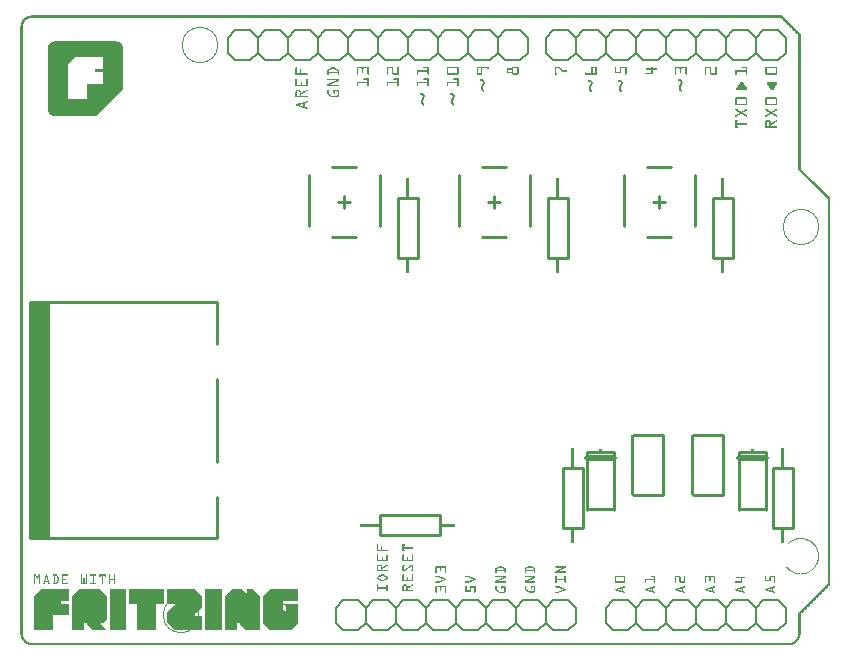
<source format=gto>
G04 MADE WITH FRITZING*
G04 WWW.FRITZING.ORG*
G04 DOUBLE SIDED*
G04 HOLES PLATED*
G04 CONTOUR ON CENTER OF CONTOUR VECTOR*
%FSLAX26Y26*%
%MOIN*%
%ADD10C,0.121583X0.114639*%
%ADD11C,0.006000*%
%ADD12C,0.010000*%
%ADD13C,0.020000*%
%ADD14C,0.015000*%
%ADD15C,0.000100*%
%ADD16R,0.001000X0.001000*%
G04 SILK1*
%FSLAX26Y26*%
%MOIN*%
D10*
X2609750Y1397276D03*
X607700Y2004040D03*
X542742Y106210D03*
D11*
X2283190Y154040D02*
X2333190Y154040D01*
D02*
X2333190Y154040D02*
X2358180Y129040D01*
D02*
X2358180Y129040D02*
X2358180Y79050D01*
D02*
X2358180Y79050D02*
X2333190Y54040D01*
D02*
X2358180Y129040D02*
X2383190Y154040D01*
D02*
X2383190Y154040D02*
X2433200Y154040D01*
D02*
X2433200Y154040D02*
X2458190Y129040D01*
D02*
X2458190Y129040D02*
X2458190Y79050D01*
D02*
X2458190Y79050D02*
X2433200Y54040D01*
D02*
X2433200Y54040D02*
X2383190Y54040D01*
D02*
X2383190Y54040D02*
X2358180Y79050D01*
D02*
X2158190Y129040D02*
X2183200Y154040D01*
D02*
X2183200Y154040D02*
X2233180Y154040D01*
D02*
X2233180Y154040D02*
X2258190Y129040D01*
D02*
X2258190Y129040D02*
X2258190Y79050D01*
D02*
X2258190Y79050D02*
X2233180Y54040D01*
D02*
X2233180Y54040D02*
X2183200Y54040D01*
D02*
X2183200Y54040D02*
X2158190Y79050D01*
D02*
X2283190Y154040D02*
X2258190Y129040D01*
D02*
X2258190Y79050D02*
X2283190Y54040D01*
D02*
X2333190Y54040D02*
X2283190Y54040D01*
D02*
X1983180Y154040D02*
X2033190Y154040D01*
D02*
X2033190Y154040D02*
X2058200Y129040D01*
D02*
X2058200Y129040D02*
X2058200Y79050D01*
D02*
X2058200Y79050D02*
X2033190Y54040D01*
D02*
X2058200Y129040D02*
X2083190Y154040D01*
D02*
X2083190Y154040D02*
X2133190Y154040D01*
D02*
X2133190Y154040D02*
X2158190Y129040D01*
D02*
X2158190Y129040D02*
X2158190Y79050D01*
D02*
X2158190Y79050D02*
X2133190Y54040D01*
D02*
X2133190Y54040D02*
X2083190Y54040D01*
D02*
X2083190Y54040D02*
X2058200Y79050D01*
D02*
X1958190Y129040D02*
X1958190Y79050D01*
D02*
X1983180Y154040D02*
X1958190Y129040D01*
D02*
X1958190Y79050D02*
X1983180Y54040D01*
D02*
X2033190Y54040D02*
X1983180Y54040D01*
D02*
X2483180Y154040D02*
X2533190Y154040D01*
D02*
X2533190Y154040D02*
X2558200Y129040D01*
D02*
X2558200Y129040D02*
X2558200Y79050D01*
D02*
X2558200Y79050D02*
X2533190Y54040D01*
D02*
X2483180Y154040D02*
X2458190Y129040D01*
D02*
X2458190Y79050D02*
X2483180Y54040D01*
D02*
X2533190Y54040D02*
X2483180Y54040D01*
D02*
X873173Y1954040D02*
X823173Y1954040D01*
D02*
X1073180Y1954040D02*
X1023180Y1954040D01*
D02*
X973186Y1954040D02*
X923173Y1954040D01*
D02*
X1173190Y1954040D02*
X1123180Y1954040D01*
D02*
X1373180Y1954040D02*
X1323180Y1954040D01*
D02*
X1273160Y1954040D02*
X1223190Y1954040D01*
D02*
X1473190Y1954040D02*
X1423190Y1954040D01*
D02*
X1673190Y1954040D02*
X1623180Y1954040D01*
D02*
X1573180Y1954040D02*
X1523160Y1954040D01*
D02*
X773173Y1954040D02*
X723186Y1954040D01*
D02*
X898173Y1979040D02*
X873173Y1954040D01*
D02*
X823173Y1954040D02*
X798173Y1979040D01*
D02*
X798173Y1979040D02*
X798173Y2029040D01*
D02*
X798173Y2029040D02*
X823173Y2054040D01*
D02*
X823173Y2054040D02*
X873173Y2054040D01*
D02*
X873173Y2054040D02*
X898173Y2029040D01*
D02*
X1023180Y1954040D02*
X998173Y1979040D01*
D02*
X998173Y1979040D02*
X998173Y2029040D01*
D02*
X998173Y2029040D02*
X1023180Y2054040D01*
D02*
X998173Y1979040D02*
X973186Y1954040D01*
D02*
X923173Y1954040D02*
X898173Y1979040D01*
D02*
X898173Y1979040D02*
X898173Y2029040D01*
D02*
X898173Y2029040D02*
X923173Y2054040D01*
D02*
X923173Y2054040D02*
X973186Y2054040D01*
D02*
X973186Y2054040D02*
X998173Y2029040D01*
D02*
X1198180Y1979040D02*
X1173190Y1954040D01*
D02*
X1123180Y1954040D02*
X1098190Y1979040D01*
D02*
X1098190Y1979040D02*
X1098190Y2029040D01*
D02*
X1098190Y2029040D02*
X1123180Y2054040D01*
D02*
X1123180Y2054040D02*
X1173190Y2054040D01*
D02*
X1173190Y2054040D02*
X1198180Y2029040D01*
D02*
X1073180Y1954040D02*
X1098190Y1979040D01*
D02*
X1098190Y2029040D02*
X1073180Y2054040D01*
D02*
X1023180Y2054040D02*
X1073180Y2054040D01*
D02*
X1323180Y1954040D02*
X1298190Y1979040D01*
D02*
X1298190Y1979040D02*
X1298190Y2029040D01*
D02*
X1298190Y2029040D02*
X1323180Y2054040D01*
D02*
X1298190Y1979040D02*
X1273160Y1954040D01*
D02*
X1223190Y1954040D02*
X1198180Y1979040D01*
D02*
X1198180Y1979040D02*
X1198180Y2029040D01*
D02*
X1198180Y2029040D02*
X1223190Y2054040D01*
D02*
X1223190Y2054040D02*
X1273160Y2054040D01*
D02*
X1273160Y2054040D02*
X1298190Y2029040D01*
D02*
X1498180Y1979040D02*
X1473190Y1954040D01*
D02*
X1423190Y1954040D02*
X1398160Y1979040D01*
D02*
X1398160Y1979040D02*
X1398160Y2029040D01*
D02*
X1398160Y2029040D02*
X1423190Y2054040D01*
D02*
X1423190Y2054040D02*
X1473190Y2054040D01*
D02*
X1473190Y2054040D02*
X1498180Y2029040D01*
D02*
X1373180Y1954040D02*
X1398160Y1979040D01*
D02*
X1398160Y2029040D02*
X1373180Y2054040D01*
D02*
X1323180Y2054040D02*
X1373180Y2054040D01*
D02*
X1623180Y1954040D02*
X1598190Y1979040D01*
D02*
X1598190Y1979040D02*
X1598190Y2029040D01*
D02*
X1598190Y2029040D02*
X1623180Y2054040D01*
D02*
X1598190Y1979040D02*
X1573180Y1954040D01*
D02*
X1523160Y1954040D02*
X1498180Y1979040D01*
D02*
X1498180Y1979040D02*
X1498180Y2029040D01*
D02*
X1498180Y2029040D02*
X1523160Y2054040D01*
D02*
X1523160Y2054040D02*
X1573180Y2054040D01*
D02*
X1573180Y2054040D02*
X1598190Y2029040D01*
D02*
X1698180Y1979040D02*
X1698180Y2029040D01*
D02*
X1673190Y1954040D02*
X1698180Y1979040D01*
D02*
X1698180Y2029040D02*
X1673190Y2054040D01*
D02*
X1623180Y2054040D02*
X1673190Y2054040D01*
D02*
X723186Y1954040D02*
X698159Y1979040D01*
D02*
X698159Y1979040D02*
X698159Y2029040D01*
D02*
X698159Y2029040D02*
X723186Y2054040D01*
D02*
X773173Y1954040D02*
X798173Y1979040D01*
D02*
X798173Y2029040D02*
X773173Y2054040D01*
D02*
X723186Y2054040D02*
X773173Y2054040D01*
D02*
X1933180Y1954040D02*
X1883190Y1954040D01*
D02*
X1883190Y1954040D02*
X1858180Y1979040D01*
D02*
X1858180Y1979040D02*
X1858180Y2029040D01*
D02*
X1858180Y2029040D02*
X1883190Y2054040D01*
D02*
X2058200Y1979040D02*
X2033190Y1954040D01*
D02*
X2033190Y1954040D02*
X1983180Y1954040D01*
D02*
X1983180Y1954040D02*
X1958190Y1979040D01*
D02*
X1958190Y1979040D02*
X1958190Y2029040D01*
D02*
X1958190Y2029040D02*
X1983180Y2054040D01*
D02*
X1983180Y2054040D02*
X2033190Y2054040D01*
D02*
X2033190Y2054040D02*
X2058200Y2029040D01*
D02*
X1933180Y1954040D02*
X1958190Y1979040D01*
D02*
X1958190Y2029040D02*
X1933180Y2054040D01*
D02*
X1883190Y2054040D02*
X1933180Y2054040D01*
D02*
X2233180Y1954040D02*
X2183200Y1954040D01*
D02*
X2183200Y1954040D02*
X2158190Y1979040D01*
D02*
X2158190Y1979040D02*
X2158190Y2029040D01*
D02*
X2158190Y2029040D02*
X2183200Y2054040D01*
D02*
X2158190Y1979040D02*
X2133190Y1954040D01*
D02*
X2133190Y1954040D02*
X2083190Y1954040D01*
D02*
X2083190Y1954040D02*
X2058200Y1979040D01*
D02*
X2058200Y1979040D02*
X2058200Y2029040D01*
D02*
X2058200Y2029040D02*
X2083190Y2054040D01*
D02*
X2083190Y2054040D02*
X2133190Y2054040D01*
D02*
X2133190Y2054040D02*
X2158190Y2029040D01*
D02*
X2358180Y1979040D02*
X2333190Y1954040D01*
D02*
X2333190Y1954040D02*
X2283190Y1954040D01*
D02*
X2283190Y1954040D02*
X2258190Y1979040D01*
D02*
X2258190Y1979040D02*
X2258190Y2029040D01*
D02*
X2258190Y2029040D02*
X2283190Y2054040D01*
D02*
X2283190Y2054040D02*
X2333190Y2054040D01*
D02*
X2333190Y2054040D02*
X2358180Y2029040D01*
D02*
X2233180Y1954040D02*
X2258190Y1979040D01*
D02*
X2258190Y2029040D02*
X2233180Y2054040D01*
D02*
X2183200Y2054040D02*
X2233180Y2054040D01*
D02*
X2533190Y1954040D02*
X2483180Y1954040D01*
D02*
X2483180Y1954040D02*
X2458190Y1979040D01*
D02*
X2458190Y1979040D02*
X2458190Y2029040D01*
D02*
X2458190Y2029040D02*
X2483180Y2054040D01*
D02*
X2458190Y1979040D02*
X2433200Y1954040D01*
D02*
X2433200Y1954040D02*
X2383190Y1954040D01*
D02*
X2383190Y1954040D02*
X2358180Y1979040D01*
D02*
X2358180Y1979040D02*
X2358180Y2029040D01*
D02*
X2358180Y2029040D02*
X2383190Y2054040D01*
D02*
X2383190Y2054040D02*
X2433200Y2054040D01*
D02*
X2433200Y2054040D02*
X2458190Y2029040D01*
D02*
X2558200Y1979040D02*
X2558200Y2029040D01*
D02*
X2533190Y1954040D02*
X2558200Y1979040D01*
D02*
X2558200Y2029040D02*
X2533190Y2054040D01*
D02*
X2483180Y2054040D02*
X2533190Y2054040D01*
D02*
X1833190Y1954040D02*
X1783190Y1954040D01*
D02*
X1783190Y1954040D02*
X1758190Y1979040D01*
D02*
X1758190Y1979040D02*
X1758190Y2029040D01*
D02*
X1758190Y2029040D02*
X1783190Y2054040D01*
D02*
X1833190Y1954040D02*
X1858180Y1979040D01*
D02*
X1858180Y2029040D02*
X1833190Y2054040D01*
D02*
X1783190Y2054040D02*
X1833190Y2054040D01*
D02*
X1683180Y154040D02*
X1733180Y154040D01*
D02*
X1733180Y154040D02*
X1758190Y129040D01*
D02*
X1758190Y129040D02*
X1758190Y79050D01*
D02*
X1758190Y79050D02*
X1733180Y54040D01*
D02*
X1558180Y129040D02*
X1583190Y154040D01*
D02*
X1583190Y154040D02*
X1633190Y154040D01*
D02*
X1633190Y154040D02*
X1658190Y129040D01*
D02*
X1658190Y129040D02*
X1658190Y79050D01*
D02*
X1658190Y79050D02*
X1633190Y54040D01*
D02*
X1633190Y54040D02*
X1583190Y54040D01*
D02*
X1583190Y54040D02*
X1558180Y79050D01*
D02*
X1683180Y154040D02*
X1658190Y129040D01*
D02*
X1658190Y79050D02*
X1683180Y54040D01*
D02*
X1733180Y54040D02*
X1683180Y54040D01*
D02*
X1383190Y154040D02*
X1433180Y154040D01*
D02*
X1433180Y154040D02*
X1458190Y129040D01*
D02*
X1458190Y129040D02*
X1458190Y79050D01*
D02*
X1458190Y79050D02*
X1433180Y54040D01*
D02*
X1458190Y129040D02*
X1483180Y154040D01*
D02*
X1483180Y154040D02*
X1533190Y154040D01*
D02*
X1533190Y154040D02*
X1558180Y129040D01*
D02*
X1558180Y129040D02*
X1558180Y79050D01*
D02*
X1558180Y79050D02*
X1533190Y54040D01*
D02*
X1533190Y54040D02*
X1483180Y54040D01*
D02*
X1483180Y54040D02*
X1458190Y79050D01*
D02*
X1258180Y129040D02*
X1283190Y154040D01*
D02*
X1283190Y154040D02*
X1333180Y154040D01*
D02*
X1333180Y154040D02*
X1358180Y129040D01*
D02*
X1358180Y129040D02*
X1358180Y79050D01*
D02*
X1358180Y79050D02*
X1333180Y54040D01*
D02*
X1333180Y54040D02*
X1283190Y54040D01*
D02*
X1283190Y54040D02*
X1258180Y79050D01*
D02*
X1383190Y154040D02*
X1358180Y129040D01*
D02*
X1358180Y79050D02*
X1383190Y54040D01*
D02*
X1433180Y54040D02*
X1383190Y54040D01*
D02*
X1083180Y154040D02*
X1133180Y154040D01*
D02*
X1133180Y154040D02*
X1158190Y129040D01*
D02*
X1158190Y129040D02*
X1158190Y79050D01*
D02*
X1158190Y79050D02*
X1133180Y54040D01*
D02*
X1158190Y129040D02*
X1183180Y154040D01*
D02*
X1183180Y154040D02*
X1233180Y154040D01*
D02*
X1233180Y154040D02*
X1258180Y129040D01*
D02*
X1258180Y129040D02*
X1258180Y79050D01*
D02*
X1258180Y79050D02*
X1233180Y54040D01*
D02*
X1233180Y54040D02*
X1183180Y54040D01*
D02*
X1183180Y54040D02*
X1158190Y79050D01*
D02*
X1058180Y129040D02*
X1058180Y79050D01*
D02*
X1083180Y154040D02*
X1058180Y129040D01*
D02*
X1058180Y79050D02*
X1083180Y54040D01*
D02*
X1133180Y54040D02*
X1083180Y54040D01*
D02*
X1783190Y154040D02*
X1833190Y154040D01*
D02*
X1833190Y154040D02*
X1858180Y129040D01*
D02*
X1858180Y129040D02*
X1858180Y79050D01*
D02*
X1858180Y79050D02*
X1833190Y54040D01*
D02*
X1783190Y154040D02*
X1758190Y129040D01*
D02*
X1758190Y79050D02*
X1783190Y54040D01*
D02*
X1833190Y54040D02*
X1783190Y54040D01*
D12*
D02*
X2048170Y504040D02*
X2148170Y504040D01*
D02*
X2148170Y504040D02*
X2148170Y704040D01*
D02*
X2148170Y704040D02*
X2048170Y704040D01*
D02*
X2248170Y504040D02*
X2348170Y504040D01*
D02*
X2348170Y504040D02*
X2348170Y704040D01*
D02*
X2348170Y704040D02*
X2248170Y704040D01*
D02*
X2381170Y1494540D02*
X2381170Y1294540D01*
D02*
X2381170Y1294540D02*
X2315170Y1294540D01*
D02*
X2315170Y1294540D02*
X2315170Y1494540D01*
D02*
X2315170Y1494540D02*
X2381170Y1494540D01*
D02*
X1831170Y1494540D02*
X1831170Y1294540D01*
D02*
X1831170Y1294540D02*
X1765170Y1294540D01*
D02*
X1765170Y1294540D02*
X1765170Y1494540D01*
D02*
X1765170Y1494540D02*
X1831170Y1494540D01*
D02*
X1331170Y1494540D02*
X1331170Y1294540D01*
D02*
X1331170Y1294540D02*
X1265170Y1294540D01*
D02*
X1265170Y1294540D02*
X1265170Y1494540D01*
D02*
X1265170Y1494540D02*
X1331170Y1494540D01*
D02*
X1881170Y594540D02*
X1881170Y394540D01*
D02*
X1881170Y394540D02*
X1815170Y394540D01*
D02*
X1815170Y394540D02*
X1815170Y594540D01*
D02*
X1815170Y594540D02*
X1881170Y594540D01*
D02*
X2581170Y594540D02*
X2581170Y394540D01*
D02*
X2581170Y394540D02*
X2515170Y394540D01*
D02*
X2515170Y394540D02*
X2515170Y594540D01*
D02*
X2515170Y594540D02*
X2581170Y594540D01*
D02*
X1987800Y650200D02*
X1987800Y455200D01*
D02*
X1897800Y455200D02*
X1897800Y650200D01*
D02*
X1897800Y650200D02*
X1987800Y650200D01*
D13*
D02*
X1897800Y630200D02*
X1987800Y630200D01*
D12*
D02*
X2493170Y650040D02*
X2493170Y455040D01*
D02*
X2403170Y455040D02*
X2403170Y650040D01*
D02*
X2403170Y650040D02*
X2493170Y650040D01*
D13*
D02*
X2403170Y630040D02*
X2493170Y630040D01*
D12*
D02*
X1047380Y1600102D02*
X1126120Y1600102D01*
D02*
X968638Y1403252D02*
X968638Y1570582D01*
D02*
X1204860Y1403252D02*
X1204860Y1570582D01*
D02*
X1047380Y1363882D02*
X1126120Y1363882D01*
D02*
X1067070Y1481992D02*
X1106440Y1481992D01*
D02*
X1086750Y1501682D02*
X1086750Y1462312D01*
D02*
X1547380Y1600102D02*
X1626120Y1600102D01*
D02*
X1468640Y1403252D02*
X1468640Y1570582D01*
D02*
X1704860Y1403252D02*
X1704860Y1570582D01*
D02*
X1547380Y1363882D02*
X1626120Y1363882D01*
D02*
X1567070Y1481992D02*
X1606440Y1481992D01*
D02*
X1586750Y1501682D02*
X1586750Y1462312D01*
D02*
X2097380Y1600102D02*
X2176120Y1600102D01*
D02*
X2018640Y1403252D02*
X2018640Y1570582D01*
D02*
X2254860Y1403252D02*
X2254860Y1570582D01*
D02*
X2097380Y1363882D02*
X2176120Y1363882D01*
D02*
X2117070Y1481992D02*
X2156440Y1481992D01*
D02*
X2136750Y1501682D02*
X2136750Y1462312D01*
D02*
X662343Y1009940D02*
X662343Y1147745D01*
D02*
X662343Y1147745D02*
X40303Y1147745D01*
D02*
X40303Y1147745D02*
X40303Y360340D01*
D02*
X40303Y360340D02*
X662343Y360340D01*
D02*
X662343Y360340D02*
X662343Y498140D01*
D02*
X662343Y891830D02*
X662343Y616260D01*
D14*
D02*
X45303Y1142745D02*
X45303Y365340D01*
D02*
X45303Y365340D02*
X55303Y365340D01*
D02*
X55303Y365340D02*
X55303Y1142745D01*
D02*
X55303Y1142745D02*
X65303Y1142745D01*
D02*
X65303Y1142745D02*
X65303Y365340D01*
D02*
X65303Y365340D02*
X75303Y365340D01*
D02*
X75303Y365340D02*
X75303Y1142745D01*
D02*
X75303Y1142745D02*
X85303Y1142745D01*
D02*
X85303Y1142745D02*
X85303Y365340D01*
D02*
X85303Y365340D02*
X95303Y365340D01*
D02*
X95303Y365340D02*
X95303Y1142745D01*
D12*
D02*
X1207670Y437040D02*
X1407670Y437040D01*
D02*
X1407670Y437040D02*
X1407670Y371040D01*
D02*
X1407670Y371040D02*
X1207670Y371040D01*
D02*
X1207670Y371040D02*
X1207670Y437040D01*
D15*
G36*
X168704Y153400D02*
X168704Y192650D01*
X76047Y192650D01*
X51792Y168390D01*
X51792Y53860D01*
X114859Y53860D01*
X114859Y104340D01*
X168704Y104340D01*
X168704Y143570D01*
X142342Y143570D01*
X142342Y153400D01*
X168704Y153400D01*
G37*
D02*
G36*
X276151Y73340D02*
X276151Y80230D01*
X284941Y80230D01*
X295622Y90890D01*
X295622Y168510D01*
X271687Y192920D01*
X202965Y192920D01*
X178538Y168510D01*
X178538Y53860D01*
X220744Y53860D01*
X220744Y80230D01*
X230587Y80230D01*
X230587Y71420D01*
X248141Y53860D01*
X295622Y53860D01*
X276151Y73340D01*
G37*
D02*
G36*
X933255Y192480D02*
X840114Y192480D01*
X815696Y168520D01*
X815696Y78290D01*
X840114Y53860D01*
X908836Y53860D01*
X933255Y78290D01*
X933255Y143570D01*
X884703Y143570D01*
X892767Y135510D01*
X892767Y115120D01*
X882691Y125190D01*
X882691Y153400D01*
X933255Y153400D01*
X933255Y192480D01*
G37*
D02*
G36*
X589860Y192920D02*
X497367Y192920D01*
X497367Y143570D01*
X523720Y143570D01*
X523720Y133730D01*
X514921Y133730D01*
X497367Y116180D01*
X497367Y78280D01*
X521786Y53860D01*
X614451Y53860D01*
X614451Y103230D01*
X588082Y103230D01*
X588082Y113060D01*
X596880Y113060D01*
X614451Y130620D01*
X614451Y168510D01*
X589860Y192920D01*
G37*
D02*
G36*
X781279Y192920D02*
X762706Y192920D01*
X762706Y175050D01*
X744824Y192920D01*
X713196Y192920D01*
X688777Y168510D01*
X688777Y53860D01*
X731138Y53860D01*
X731138Y80230D01*
X740981Y80230D01*
X740981Y71420D01*
X758535Y53860D01*
X805861Y53860D01*
X805861Y168510D01*
X781279Y192920D01*
G37*
D02*
G36*
X360122Y54840D02*
X305466Y54840D01*
X305465Y193450D01*
X360121Y193450D01*
X360122Y54840D01*
X360122Y54840D01*
D02*
G37*
D02*
G36*
X460196Y143570D02*
X460196Y53858D01*
X397294Y53858D01*
X397293Y143570D01*
X369965Y143570D01*
X369965Y192920D01*
X487524Y192920D01*
X487524Y143557D01*
X460196Y143560D01*
X460196Y143570D01*
D02*
G37*
D02*
G36*
X678942Y53860D02*
X624286Y53860D01*
X624286Y192480D01*
X678942Y192480D01*
X678942Y53860D01*
X678942Y53860D01*
D02*
G37*
D02*
D16*
X42500Y2103960D02*
X2544500Y2103960D01*
X37500Y2102960D02*
X2546500Y2102960D01*
X34500Y2101960D02*
X2547500Y2101960D01*
X31500Y2100960D02*
X2548500Y2100960D01*
X29500Y2099960D02*
X2549500Y2099960D01*
X27500Y2098960D02*
X2550500Y2098960D01*
X25500Y2097960D02*
X2551500Y2097960D01*
X24500Y2096960D02*
X2552500Y2096960D01*
X23500Y2095960D02*
X41500Y2095960D01*
X2542500Y2095960D02*
X2553500Y2095960D01*
X21500Y2094960D02*
X37500Y2094960D01*
X2543500Y2094960D02*
X2554500Y2094960D01*
X20500Y2093960D02*
X34500Y2093960D01*
X2544500Y2093960D02*
X2555500Y2093960D01*
X19500Y2092960D02*
X31500Y2092960D01*
X2545500Y2092960D02*
X2556500Y2092960D01*
X18500Y2091960D02*
X30500Y2091960D01*
X2546500Y2091960D02*
X2557500Y2091960D01*
X17500Y2090960D02*
X28500Y2090960D01*
X2547500Y2090960D02*
X2558500Y2090960D01*
X16500Y2089960D02*
X27500Y2089960D01*
X2548500Y2089960D02*
X2559500Y2089960D01*
X15500Y2088960D02*
X25500Y2088960D01*
X2549500Y2088960D02*
X2560500Y2088960D01*
X15500Y2087960D02*
X24500Y2087960D01*
X2550500Y2087960D02*
X2561500Y2087960D01*
X14500Y2086960D02*
X23500Y2086960D01*
X2551500Y2086960D02*
X2562500Y2086960D01*
X13500Y2085960D02*
X22500Y2085960D01*
X2552500Y2085960D02*
X2563500Y2085960D01*
X13500Y2084960D02*
X22500Y2084960D01*
X2553500Y2084960D02*
X2564500Y2084960D01*
X12500Y2083960D02*
X21500Y2083960D01*
X2554500Y2083960D02*
X2565500Y2083960D01*
X12500Y2082960D02*
X20500Y2082960D01*
X2555500Y2082960D02*
X2566500Y2082960D01*
X11500Y2081960D02*
X19500Y2081960D01*
X2556500Y2081960D02*
X2567500Y2081960D01*
X11500Y2080960D02*
X19500Y2080960D01*
X2557500Y2080960D02*
X2568500Y2080960D01*
X10500Y2079960D02*
X18500Y2079960D01*
X2558500Y2079960D02*
X2569500Y2079960D01*
X10500Y2078960D02*
X18500Y2078960D01*
X2559500Y2078960D02*
X2570500Y2078960D01*
X10500Y2077960D02*
X17500Y2077960D01*
X2560500Y2077960D02*
X2571500Y2077960D01*
X9500Y2076960D02*
X17500Y2076960D01*
X2561500Y2076960D02*
X2572500Y2076960D01*
X9500Y2075960D02*
X16500Y2075960D01*
X2562500Y2075960D02*
X2573500Y2075960D01*
X9500Y2074960D02*
X16500Y2074960D01*
X2563500Y2074960D02*
X2574500Y2074960D01*
X8500Y2073960D02*
X16500Y2073960D01*
X2564500Y2073960D02*
X2575500Y2073960D01*
X8500Y2072960D02*
X15500Y2072960D01*
X2565500Y2072960D02*
X2576500Y2072960D01*
X8500Y2071960D02*
X15500Y2071960D01*
X2566500Y2071960D02*
X2577500Y2071960D01*
X8500Y2070960D02*
X15500Y2070960D01*
X2567500Y2070960D02*
X2578500Y2070960D01*
X8500Y2069960D02*
X15500Y2069960D01*
X2568500Y2069960D02*
X2579500Y2069960D01*
X8500Y2068960D02*
X14500Y2068960D01*
X2569500Y2068960D02*
X2580500Y2068960D01*
X7500Y2067960D02*
X14500Y2067960D01*
X2570500Y2067960D02*
X2581500Y2067960D01*
X7500Y2066960D02*
X14500Y2066960D01*
X2571500Y2066960D02*
X2582500Y2066960D01*
X7500Y2065960D02*
X14500Y2065960D01*
X2572500Y2065960D02*
X2583500Y2065960D01*
X7500Y2064960D02*
X14500Y2064960D01*
X2573500Y2064960D02*
X2584500Y2064960D01*
X7500Y2063960D02*
X14500Y2063960D01*
X2574500Y2063960D02*
X2585500Y2063960D01*
X7500Y2062960D02*
X14500Y2062960D01*
X2575500Y2062960D02*
X2586500Y2062960D01*
X7500Y2061960D02*
X14500Y2061960D01*
X2576500Y2061960D02*
X2587500Y2061960D01*
X7500Y2060960D02*
X14500Y2060960D01*
X2577500Y2060960D02*
X2588500Y2060960D01*
X7500Y2059960D02*
X14500Y2059960D01*
X2578500Y2059960D02*
X2589500Y2059960D01*
X7500Y2058960D02*
X14500Y2058960D01*
X2579500Y2058960D02*
X2590500Y2058960D01*
X7500Y2057960D02*
X14500Y2057960D01*
X2580500Y2057960D02*
X2591500Y2057960D01*
X7500Y2056960D02*
X14500Y2056960D01*
X2581500Y2056960D02*
X2592500Y2056960D01*
X7500Y2055960D02*
X14500Y2055960D01*
X2582500Y2055960D02*
X2593500Y2055960D01*
X7500Y2054960D02*
X14500Y2054960D01*
X2583500Y2054960D02*
X2594500Y2054960D01*
X7500Y2053960D02*
X14500Y2053960D01*
X2584500Y2053960D02*
X2595500Y2053960D01*
X7500Y2052960D02*
X14500Y2052960D01*
X2585500Y2052960D02*
X2596500Y2052960D01*
X7500Y2051960D02*
X14500Y2051960D01*
X2586500Y2051960D02*
X2597500Y2051960D01*
X7500Y2050960D02*
X14500Y2050960D01*
X2587500Y2050960D02*
X2598500Y2050960D01*
X7500Y2049960D02*
X14500Y2049960D01*
X2588500Y2049960D02*
X2599500Y2049960D01*
X7500Y2048960D02*
X14500Y2048960D01*
X2589500Y2048960D02*
X2600500Y2048960D01*
X7500Y2047960D02*
X14500Y2047960D01*
X2590500Y2047960D02*
X2601500Y2047960D01*
X7500Y2046960D02*
X14500Y2046960D01*
X2591500Y2046960D02*
X2602500Y2046960D01*
X7500Y2045960D02*
X14500Y2045960D01*
X2592500Y2045960D02*
X2603500Y2045960D01*
X7500Y2044960D02*
X14500Y2044960D01*
X2593500Y2044960D02*
X2604500Y2044960D01*
X7500Y2043960D02*
X14500Y2043960D01*
X2594500Y2043960D02*
X2605500Y2043960D01*
X7500Y2042960D02*
X14500Y2042960D01*
X2595500Y2042960D02*
X2606500Y2042960D01*
X7500Y2041960D02*
X14500Y2041960D01*
X2596500Y2041960D02*
X2607500Y2041960D01*
X7500Y2040960D02*
X14500Y2040960D01*
X2597500Y2040960D02*
X2607500Y2040960D01*
X7500Y2039960D02*
X14500Y2039960D01*
X2598500Y2039960D02*
X2607500Y2039960D01*
X7500Y2038960D02*
X14500Y2038960D01*
X2599500Y2038960D02*
X2607500Y2038960D01*
X7500Y2037960D02*
X14500Y2037960D01*
X2600500Y2037960D02*
X2607500Y2037960D01*
X7500Y2036960D02*
X14500Y2036960D01*
X2600500Y2036960D02*
X2607500Y2036960D01*
X7500Y2035960D02*
X14500Y2035960D01*
X2600500Y2035960D02*
X2607500Y2035960D01*
X7500Y2034960D02*
X14500Y2034960D01*
X2600500Y2034960D02*
X2607500Y2034960D01*
X7500Y2033960D02*
X14500Y2033960D01*
X2600500Y2033960D02*
X2607500Y2033960D01*
X7500Y2032960D02*
X14500Y2032960D01*
X2600500Y2032960D02*
X2607500Y2032960D01*
X7500Y2031960D02*
X14500Y2031960D01*
X2600500Y2031960D02*
X2607500Y2031960D01*
X7500Y2030960D02*
X14500Y2030960D01*
X2600500Y2030960D02*
X2607500Y2030960D01*
X7500Y2029960D02*
X14500Y2029960D01*
X2600500Y2029960D02*
X2607500Y2029960D01*
X7500Y2028960D02*
X14500Y2028960D01*
X2600500Y2028960D02*
X2607500Y2028960D01*
X7500Y2027960D02*
X14500Y2027960D01*
X2600500Y2027960D02*
X2607500Y2027960D01*
X7500Y2026960D02*
X14500Y2026960D01*
X2600500Y2026960D02*
X2607500Y2026960D01*
X7500Y2025960D02*
X14500Y2025960D01*
X2600500Y2025960D02*
X2607500Y2025960D01*
X7500Y2024960D02*
X14500Y2024960D01*
X2600500Y2024960D02*
X2607500Y2024960D01*
X7500Y2023960D02*
X14500Y2023960D01*
X2600500Y2023960D02*
X2607500Y2023960D01*
X7500Y2022960D02*
X14500Y2022960D01*
X2600500Y2022960D02*
X2607500Y2022960D01*
X7500Y2021960D02*
X14500Y2021960D01*
X2600500Y2021960D02*
X2607500Y2021960D01*
X7500Y2020960D02*
X14500Y2020960D01*
X2600500Y2020960D02*
X2607500Y2020960D01*
X7500Y2019960D02*
X14500Y2019960D01*
X2600500Y2019960D02*
X2607500Y2019960D01*
X7500Y2018960D02*
X14500Y2018960D01*
X2600500Y2018960D02*
X2607500Y2018960D01*
X7500Y2017960D02*
X14500Y2017960D01*
X2600500Y2017960D02*
X2607500Y2017960D01*
X7500Y2016960D02*
X14500Y2016960D01*
X118500Y2016960D02*
X329500Y2016960D01*
X2600500Y2016960D02*
X2607500Y2016960D01*
X7500Y2015960D02*
X14500Y2015960D01*
X114500Y2015960D02*
X333500Y2015960D01*
X2600500Y2015960D02*
X2607500Y2015960D01*
X7500Y2014960D02*
X14500Y2014960D01*
X112500Y2014960D02*
X335500Y2014960D01*
X2600500Y2014960D02*
X2607500Y2014960D01*
X7500Y2013960D02*
X14500Y2013960D01*
X110500Y2013960D02*
X337500Y2013960D01*
X2600500Y2013960D02*
X2607500Y2013960D01*
X7500Y2012960D02*
X14500Y2012960D01*
X109500Y2012960D02*
X338500Y2012960D01*
X2600500Y2012960D02*
X2607500Y2012960D01*
X7500Y2011960D02*
X14500Y2011960D01*
X108500Y2011960D02*
X339500Y2011960D01*
X2600500Y2011960D02*
X2607500Y2011960D01*
X7500Y2010960D02*
X14500Y2010960D01*
X106500Y2010960D02*
X341500Y2010960D01*
X2600500Y2010960D02*
X2607500Y2010960D01*
X7500Y2009960D02*
X14500Y2009960D01*
X105500Y2009960D02*
X342500Y2009960D01*
X2600500Y2009960D02*
X2607500Y2009960D01*
X7500Y2008960D02*
X14500Y2008960D01*
X105500Y2008960D02*
X342500Y2008960D01*
X2600500Y2008960D02*
X2607500Y2008960D01*
X7500Y2007960D02*
X14500Y2007960D01*
X104500Y2007960D02*
X343500Y2007960D01*
X2600500Y2007960D02*
X2607500Y2007960D01*
X7500Y2006960D02*
X14500Y2006960D01*
X103500Y2006960D02*
X344500Y2006960D01*
X2600500Y2006960D02*
X2607500Y2006960D01*
X7500Y2005960D02*
X14500Y2005960D01*
X102500Y2005960D02*
X345500Y2005960D01*
X2600500Y2005960D02*
X2607500Y2005960D01*
X7500Y2004960D02*
X14500Y2004960D01*
X102500Y2004960D02*
X345500Y2004960D01*
X2600500Y2004960D02*
X2607500Y2004960D01*
X7500Y2003960D02*
X14500Y2003960D01*
X101500Y2003960D02*
X346500Y2003960D01*
X2600500Y2003960D02*
X2607500Y2003960D01*
X7500Y2002960D02*
X14500Y2002960D01*
X101500Y2002960D02*
X346500Y2002960D01*
X2600500Y2002960D02*
X2607500Y2002960D01*
X7500Y2001960D02*
X14500Y2001960D01*
X101500Y2001960D02*
X346500Y2001960D01*
X2600500Y2001960D02*
X2607500Y2001960D01*
X7500Y2000960D02*
X14500Y2000960D01*
X100500Y2000960D02*
X347500Y2000960D01*
X2600500Y2000960D02*
X2607500Y2000960D01*
X7500Y1999960D02*
X14500Y1999960D01*
X100500Y1999960D02*
X347500Y1999960D01*
X2600500Y1999960D02*
X2607500Y1999960D01*
X7500Y1998960D02*
X14500Y1998960D01*
X100500Y1998960D02*
X347500Y1998960D01*
X2600500Y1998960D02*
X2607500Y1998960D01*
X7500Y1997960D02*
X14500Y1997960D01*
X99500Y1997960D02*
X348500Y1997960D01*
X2600500Y1997960D02*
X2607500Y1997960D01*
X7500Y1996960D02*
X14500Y1996960D01*
X99500Y1996960D02*
X348500Y1996960D01*
X2600500Y1996960D02*
X2607500Y1996960D01*
X7500Y1995960D02*
X14500Y1995960D01*
X99500Y1995960D02*
X348500Y1995960D01*
X2600500Y1995960D02*
X2607500Y1995960D01*
X7500Y1994960D02*
X14500Y1994960D01*
X99500Y1994960D02*
X348500Y1994960D01*
X2600500Y1994960D02*
X2607500Y1994960D01*
X7500Y1993960D02*
X14500Y1993960D01*
X99500Y1993960D02*
X348500Y1993960D01*
X2600500Y1993960D02*
X2607500Y1993960D01*
X7500Y1992960D02*
X14500Y1992960D01*
X99500Y1992960D02*
X348500Y1992960D01*
X2600500Y1992960D02*
X2607500Y1992960D01*
X7500Y1991960D02*
X14500Y1991960D01*
X99500Y1991960D02*
X348500Y1991960D01*
X2600500Y1991960D02*
X2607500Y1991960D01*
X7500Y1990960D02*
X14500Y1990960D01*
X99500Y1990960D02*
X348500Y1990960D01*
X2600500Y1990960D02*
X2607500Y1990960D01*
X7500Y1989960D02*
X14500Y1989960D01*
X99500Y1989960D02*
X348500Y1989960D01*
X2600500Y1989960D02*
X2607500Y1989960D01*
X7500Y1988960D02*
X14500Y1988960D01*
X99500Y1988960D02*
X348500Y1988960D01*
X2600500Y1988960D02*
X2607500Y1988960D01*
X7500Y1987960D02*
X14500Y1987960D01*
X99500Y1987960D02*
X348500Y1987960D01*
X2600500Y1987960D02*
X2607500Y1987960D01*
X7500Y1986960D02*
X14500Y1986960D01*
X99500Y1986960D02*
X348500Y1986960D01*
X2600500Y1986960D02*
X2607500Y1986960D01*
X7500Y1985960D02*
X14500Y1985960D01*
X99500Y1985960D02*
X348500Y1985960D01*
X2600500Y1985960D02*
X2607500Y1985960D01*
X7500Y1984960D02*
X14500Y1984960D01*
X99500Y1984960D02*
X348500Y1984960D01*
X2600500Y1984960D02*
X2607500Y1984960D01*
X7500Y1983960D02*
X14500Y1983960D01*
X99500Y1983960D02*
X348500Y1983960D01*
X2600500Y1983960D02*
X2607500Y1983960D01*
X7500Y1982960D02*
X14500Y1982960D01*
X99500Y1982960D02*
X348500Y1982960D01*
X2600500Y1982960D02*
X2607500Y1982960D01*
X7500Y1981960D02*
X14500Y1981960D01*
X99500Y1981960D02*
X348500Y1981960D01*
X2600500Y1981960D02*
X2607500Y1981960D01*
X7500Y1980960D02*
X14500Y1980960D01*
X99500Y1980960D02*
X348500Y1980960D01*
X2600500Y1980960D02*
X2607500Y1980960D01*
X7500Y1979960D02*
X14500Y1979960D01*
X99500Y1979960D02*
X348500Y1979960D01*
X2600500Y1979960D02*
X2607500Y1979960D01*
X7500Y1978960D02*
X14500Y1978960D01*
X99500Y1978960D02*
X348500Y1978960D01*
X2600500Y1978960D02*
X2607500Y1978960D01*
X7500Y1977960D02*
X14500Y1977960D01*
X99500Y1977960D02*
X348500Y1977960D01*
X2600500Y1977960D02*
X2607500Y1977960D01*
X7500Y1976960D02*
X14500Y1976960D01*
X99500Y1976960D02*
X348500Y1976960D01*
X2600500Y1976960D02*
X2607500Y1976960D01*
X7500Y1975960D02*
X14500Y1975960D01*
X99500Y1975960D02*
X348500Y1975960D01*
X2600500Y1975960D02*
X2607500Y1975960D01*
X7500Y1974960D02*
X14500Y1974960D01*
X99500Y1974960D02*
X348500Y1974960D01*
X2600500Y1974960D02*
X2607500Y1974960D01*
X7500Y1973960D02*
X14500Y1973960D01*
X99500Y1973960D02*
X348500Y1973960D01*
X2600500Y1973960D02*
X2607500Y1973960D01*
X7500Y1972960D02*
X14500Y1972960D01*
X99500Y1972960D02*
X348500Y1972960D01*
X2600500Y1972960D02*
X2607500Y1972960D01*
X7500Y1971960D02*
X14500Y1971960D01*
X99500Y1971960D02*
X348500Y1971960D01*
X2600500Y1971960D02*
X2607500Y1971960D01*
X7500Y1970960D02*
X14500Y1970960D01*
X99500Y1970960D02*
X348500Y1970960D01*
X2600500Y1970960D02*
X2607500Y1970960D01*
X7500Y1969960D02*
X14500Y1969960D01*
X99500Y1969960D02*
X348500Y1969960D01*
X2600500Y1969960D02*
X2607500Y1969960D01*
X7500Y1968960D02*
X14500Y1968960D01*
X99500Y1968960D02*
X348500Y1968960D01*
X2600500Y1968960D02*
X2607500Y1968960D01*
X7500Y1967960D02*
X14500Y1967960D01*
X99500Y1967960D02*
X348500Y1967960D01*
X2600500Y1967960D02*
X2607500Y1967960D01*
X7500Y1966960D02*
X14500Y1966960D01*
X99500Y1966960D02*
X348500Y1966960D01*
X2600500Y1966960D02*
X2607500Y1966960D01*
X7500Y1965960D02*
X14500Y1965960D01*
X99500Y1965960D02*
X348500Y1965960D01*
X2600500Y1965960D02*
X2607500Y1965960D01*
X7500Y1964960D02*
X14500Y1964960D01*
X99500Y1964960D02*
X348500Y1964960D01*
X2600500Y1964960D02*
X2607500Y1964960D01*
X7500Y1963960D02*
X14500Y1963960D01*
X99500Y1963960D02*
X188500Y1963960D01*
X283500Y1963960D02*
X348500Y1963960D01*
X2600500Y1963960D02*
X2607500Y1963960D01*
X7500Y1962960D02*
X14500Y1962960D01*
X99500Y1962960D02*
X187500Y1962960D01*
X283500Y1962960D02*
X348500Y1962960D01*
X2600500Y1962960D02*
X2607500Y1962960D01*
X7500Y1961960D02*
X14500Y1961960D01*
X99500Y1961960D02*
X186500Y1961960D01*
X283500Y1961960D02*
X348500Y1961960D01*
X2600500Y1961960D02*
X2607500Y1961960D01*
X7500Y1960960D02*
X14500Y1960960D01*
X99500Y1960960D02*
X185500Y1960960D01*
X283500Y1960960D02*
X348500Y1960960D01*
X2600500Y1960960D02*
X2607500Y1960960D01*
X7500Y1959960D02*
X14500Y1959960D01*
X99500Y1959960D02*
X184500Y1959960D01*
X283500Y1959960D02*
X348500Y1959960D01*
X2600500Y1959960D02*
X2607500Y1959960D01*
X7500Y1958960D02*
X14500Y1958960D01*
X99500Y1958960D02*
X183500Y1958960D01*
X283500Y1958960D02*
X348500Y1958960D01*
X2600500Y1958960D02*
X2607500Y1958960D01*
X7500Y1957960D02*
X14500Y1957960D01*
X99500Y1957960D02*
X182500Y1957960D01*
X283500Y1957960D02*
X348500Y1957960D01*
X2600500Y1957960D02*
X2607500Y1957960D01*
X7500Y1956960D02*
X14500Y1956960D01*
X99500Y1956960D02*
X181500Y1956960D01*
X283500Y1956960D02*
X348500Y1956960D01*
X2600500Y1956960D02*
X2607500Y1956960D01*
X7500Y1955960D02*
X14500Y1955960D01*
X99500Y1955960D02*
X180500Y1955960D01*
X283500Y1955960D02*
X348500Y1955960D01*
X2600500Y1955960D02*
X2607500Y1955960D01*
X7500Y1954960D02*
X14500Y1954960D01*
X99500Y1954960D02*
X179500Y1954960D01*
X283500Y1954960D02*
X348500Y1954960D01*
X2600500Y1954960D02*
X2607500Y1954960D01*
X7500Y1953960D02*
X14500Y1953960D01*
X99500Y1953960D02*
X178500Y1953960D01*
X283500Y1953960D02*
X348500Y1953960D01*
X2600500Y1953960D02*
X2607500Y1953960D01*
X7500Y1952960D02*
X14500Y1952960D01*
X99500Y1952960D02*
X177500Y1952960D01*
X283500Y1952960D02*
X348500Y1952960D01*
X2600500Y1952960D02*
X2607500Y1952960D01*
X7500Y1951960D02*
X14500Y1951960D01*
X99500Y1951960D02*
X176500Y1951960D01*
X283500Y1951960D02*
X348500Y1951960D01*
X2600500Y1951960D02*
X2607500Y1951960D01*
X7500Y1950960D02*
X14500Y1950960D01*
X99500Y1950960D02*
X175500Y1950960D01*
X283500Y1950960D02*
X348500Y1950960D01*
X2600500Y1950960D02*
X2607500Y1950960D01*
X7500Y1949960D02*
X14500Y1949960D01*
X99500Y1949960D02*
X174500Y1949960D01*
X283500Y1949960D02*
X348500Y1949960D01*
X2600500Y1949960D02*
X2607500Y1949960D01*
X7500Y1948960D02*
X14500Y1948960D01*
X99500Y1948960D02*
X173500Y1948960D01*
X283500Y1948960D02*
X348500Y1948960D01*
X2600500Y1948960D02*
X2607500Y1948960D01*
X7500Y1947960D02*
X14500Y1947960D01*
X99500Y1947960D02*
X172500Y1947960D01*
X283500Y1947960D02*
X348500Y1947960D01*
X2600500Y1947960D02*
X2607500Y1947960D01*
X7500Y1946960D02*
X14500Y1946960D01*
X99500Y1946960D02*
X171500Y1946960D01*
X283500Y1946960D02*
X348500Y1946960D01*
X2600500Y1946960D02*
X2607500Y1946960D01*
X7500Y1945960D02*
X14500Y1945960D01*
X99500Y1945960D02*
X170500Y1945960D01*
X283500Y1945960D02*
X348500Y1945960D01*
X2600500Y1945960D02*
X2607500Y1945960D01*
X7500Y1944960D02*
X14500Y1944960D01*
X99500Y1944960D02*
X169500Y1944960D01*
X283500Y1944960D02*
X348500Y1944960D01*
X2600500Y1944960D02*
X2607500Y1944960D01*
X7500Y1943960D02*
X14500Y1943960D01*
X99500Y1943960D02*
X168500Y1943960D01*
X283500Y1943960D02*
X348500Y1943960D01*
X2600500Y1943960D02*
X2607500Y1943960D01*
X7500Y1942960D02*
X14500Y1942960D01*
X99500Y1942960D02*
X167500Y1942960D01*
X283500Y1942960D02*
X348500Y1942960D01*
X2600500Y1942960D02*
X2607500Y1942960D01*
X7500Y1941960D02*
X14500Y1941960D01*
X99500Y1941960D02*
X166500Y1941960D01*
X283500Y1941960D02*
X348500Y1941960D01*
X2600500Y1941960D02*
X2607500Y1941960D01*
X7500Y1940960D02*
X14500Y1940960D01*
X99500Y1940960D02*
X165500Y1940960D01*
X283500Y1940960D02*
X348500Y1940960D01*
X2600500Y1940960D02*
X2607500Y1940960D01*
X7500Y1939960D02*
X14500Y1939960D01*
X99500Y1939960D02*
X164500Y1939960D01*
X283500Y1939960D02*
X348500Y1939960D01*
X2600500Y1939960D02*
X2607500Y1939960D01*
X7500Y1938960D02*
X14500Y1938960D01*
X99500Y1938960D02*
X164500Y1938960D01*
X283500Y1938960D02*
X348500Y1938960D01*
X2600500Y1938960D02*
X2607500Y1938960D01*
X7500Y1937960D02*
X14500Y1937960D01*
X99500Y1937960D02*
X164500Y1937960D01*
X283500Y1937960D02*
X348500Y1937960D01*
X2600500Y1937960D02*
X2607500Y1937960D01*
X7500Y1936960D02*
X14500Y1936960D01*
X99500Y1936960D02*
X164500Y1936960D01*
X283500Y1936960D02*
X348500Y1936960D01*
X2600500Y1936960D02*
X2607500Y1936960D01*
X7500Y1935960D02*
X14500Y1935960D01*
X99500Y1935960D02*
X164500Y1935960D01*
X283500Y1935960D02*
X348500Y1935960D01*
X2600500Y1935960D02*
X2607500Y1935960D01*
X7500Y1934960D02*
X14500Y1934960D01*
X99500Y1934960D02*
X164500Y1934960D01*
X283500Y1934960D02*
X348500Y1934960D01*
X2600500Y1934960D02*
X2607500Y1934960D01*
X7500Y1933960D02*
X14500Y1933960D01*
X99500Y1933960D02*
X164500Y1933960D01*
X283500Y1933960D02*
X348500Y1933960D01*
X2600500Y1933960D02*
X2607500Y1933960D01*
X7500Y1932960D02*
X14500Y1932960D01*
X99500Y1932960D02*
X164500Y1932960D01*
X283500Y1932960D02*
X348500Y1932960D01*
X2600500Y1932960D02*
X2607500Y1932960D01*
X7500Y1931960D02*
X14500Y1931960D01*
X99500Y1931960D02*
X164500Y1931960D01*
X283500Y1931960D02*
X348500Y1931960D01*
X1132500Y1931960D02*
X1145500Y1931960D01*
X1152500Y1931960D02*
X1164500Y1931960D01*
X1232500Y1931960D02*
X1247500Y1931960D01*
X1265500Y1931960D02*
X1267500Y1931960D01*
X1352500Y1931960D02*
X1367500Y1931960D01*
X1432500Y1931960D02*
X1464500Y1931960D01*
X1530500Y1931960D02*
X1567500Y1931960D01*
X1650500Y1931960D02*
X1664500Y1931960D01*
X1788500Y1931960D02*
X1805500Y1931960D01*
X1912500Y1931960D02*
X1927500Y1931960D01*
X1990500Y1931960D02*
X1991500Y1931960D01*
X2010500Y1931960D02*
X2024500Y1931960D01*
X2192500Y1931960D02*
X2205500Y1931960D01*
X2212500Y1931960D02*
X2224500Y1931960D01*
X2292500Y1931960D02*
X2307500Y1931960D01*
X2325500Y1931960D02*
X2327500Y1931960D01*
X2414500Y1931960D02*
X2429500Y1931960D01*
X2494500Y1931960D02*
X2526500Y1931960D01*
X2600500Y1931960D02*
X2607500Y1931960D01*
X7500Y1930960D02*
X14500Y1930960D01*
X99500Y1930960D02*
X164500Y1930960D01*
X283500Y1930960D02*
X348500Y1930960D01*
X926500Y1930960D02*
X927500Y1930960D01*
X1047500Y1930960D02*
X1051500Y1930960D01*
X1130500Y1930960D02*
X1147500Y1930960D01*
X1150500Y1930960D02*
X1166500Y1930960D01*
X1230500Y1930960D02*
X1248500Y1930960D01*
X1264500Y1930960D02*
X1268500Y1930960D01*
X1351500Y1930960D02*
X1368500Y1930960D01*
X1430500Y1930960D02*
X1466500Y1930960D01*
X1529500Y1930960D02*
X1568500Y1930960D01*
X1648500Y1930960D02*
X1666500Y1930960D01*
X1788500Y1930960D02*
X1806500Y1930960D01*
X1911500Y1930960D02*
X1928500Y1930960D01*
X1989500Y1930960D02*
X1992500Y1930960D01*
X2008500Y1930960D02*
X2026500Y1930960D01*
X2190500Y1930960D02*
X2207500Y1930960D01*
X2210500Y1930960D02*
X2226500Y1930960D01*
X2290500Y1930960D02*
X2308500Y1930960D01*
X2324500Y1930960D02*
X2328500Y1930960D01*
X2413500Y1930960D02*
X2430500Y1930960D01*
X2492500Y1930960D02*
X2528500Y1930960D01*
X2600500Y1930960D02*
X2607500Y1930960D01*
X7500Y1929960D02*
X14500Y1929960D01*
X99500Y1929960D02*
X164500Y1929960D01*
X283500Y1929960D02*
X348500Y1929960D01*
X925500Y1929960D02*
X928500Y1929960D01*
X1044500Y1929960D02*
X1054500Y1929960D01*
X1129500Y1929960D02*
X1167500Y1929960D01*
X1229500Y1929960D02*
X1249500Y1929960D01*
X1264500Y1929960D02*
X1268500Y1929960D01*
X1351500Y1929960D02*
X1368500Y1929960D01*
X1429500Y1929960D02*
X1467500Y1929960D01*
X1528500Y1929960D02*
X1568500Y1929960D01*
X1647500Y1929960D02*
X1667500Y1929960D01*
X1788500Y1929960D02*
X1806500Y1929960D01*
X1911500Y1929960D02*
X1928500Y1929960D01*
X1988500Y1929960D02*
X1993500Y1929960D01*
X2007500Y1929960D02*
X2027500Y1929960D01*
X2111500Y1929960D02*
X2114500Y1929960D01*
X2189500Y1929960D02*
X2227500Y1929960D01*
X2289500Y1929960D02*
X2309500Y1929960D01*
X2324500Y1929960D02*
X2328500Y1929960D01*
X2413500Y1929960D02*
X2430500Y1929960D01*
X2491500Y1929960D02*
X2529500Y1929960D01*
X2600500Y1929960D02*
X2607500Y1929960D01*
X7500Y1928960D02*
X14500Y1928960D01*
X99500Y1928960D02*
X164500Y1928960D01*
X283500Y1928960D02*
X348500Y1928960D01*
X924500Y1928960D02*
X929500Y1928960D01*
X1042500Y1928960D02*
X1056500Y1928960D01*
X1129500Y1928960D02*
X1168500Y1928960D01*
X1229500Y1928960D02*
X1250500Y1928960D01*
X1264500Y1928960D02*
X1268500Y1928960D01*
X1351500Y1928960D02*
X1368500Y1928960D01*
X1429500Y1928960D02*
X1468500Y1928960D01*
X1528500Y1928960D02*
X1568500Y1928960D01*
X1646500Y1928960D02*
X1668500Y1928960D01*
X1788500Y1928960D02*
X1807500Y1928960D01*
X1910500Y1928960D02*
X1928500Y1928960D01*
X1988500Y1928960D02*
X1993500Y1928960D01*
X2006500Y1928960D02*
X2028500Y1928960D01*
X2111500Y1928960D02*
X2115500Y1928960D01*
X2189500Y1928960D02*
X2228500Y1928960D01*
X2289500Y1928960D02*
X2310500Y1928960D01*
X2324500Y1928960D02*
X2328500Y1928960D01*
X2413500Y1928960D02*
X2430500Y1928960D01*
X2491500Y1928960D02*
X2530500Y1928960D01*
X2600500Y1928960D02*
X2607500Y1928960D01*
X7500Y1927960D02*
X14500Y1927960D01*
X99500Y1927960D02*
X164500Y1927960D01*
X283500Y1927960D02*
X348500Y1927960D01*
X924500Y1927960D02*
X929500Y1927960D01*
X1040500Y1927960D02*
X1058500Y1927960D01*
X1129500Y1927960D02*
X1168500Y1927960D01*
X1229500Y1927960D02*
X1250500Y1927960D01*
X1264500Y1927960D02*
X1268500Y1927960D01*
X1351500Y1927960D02*
X1368500Y1927960D01*
X1429500Y1927960D02*
X1468500Y1927960D01*
X1528500Y1927960D02*
X1568500Y1927960D01*
X1646500Y1927960D02*
X1668500Y1927960D01*
X1788500Y1927960D02*
X1808500Y1927960D01*
X1910500Y1927960D02*
X1928500Y1927960D01*
X1988500Y1927960D02*
X1993500Y1927960D01*
X2006500Y1927960D02*
X2028500Y1927960D01*
X2094500Y1927960D02*
X2127500Y1927960D01*
X2189500Y1927960D02*
X2228500Y1927960D01*
X2289500Y1927960D02*
X2310500Y1927960D01*
X2324500Y1927960D02*
X2328500Y1927960D01*
X2413500Y1927960D02*
X2430500Y1927960D01*
X2491500Y1927960D02*
X2530500Y1927960D01*
X2600500Y1927960D02*
X2607500Y1927960D01*
X7500Y1926960D02*
X14500Y1926960D01*
X99500Y1926960D02*
X164500Y1926960D01*
X283500Y1926960D02*
X348500Y1926960D01*
X924500Y1926960D02*
X929500Y1926960D01*
X1038500Y1926960D02*
X1060500Y1926960D01*
X1128500Y1926960D02*
X1133500Y1926960D01*
X1144500Y1926960D02*
X1153500Y1926960D01*
X1164500Y1926960D02*
X1168500Y1926960D01*
X1228500Y1926960D02*
X1233500Y1926960D01*
X1246500Y1926960D02*
X1250500Y1926960D01*
X1264500Y1926960D02*
X1268500Y1926960D01*
X1364500Y1926960D02*
X1368500Y1926960D01*
X1428500Y1926960D02*
X1433500Y1926960D01*
X1464500Y1926960D02*
X1468500Y1926960D01*
X1528500Y1926960D02*
X1533500Y1926960D01*
X1542500Y1926960D02*
X1546500Y1926960D01*
X1564500Y1926960D02*
X1568500Y1926960D01*
X1631500Y1926960D02*
X1650500Y1926960D01*
X1664500Y1926960D02*
X1668500Y1926960D01*
X1788500Y1926960D02*
X1793500Y1926960D01*
X1803500Y1926960D02*
X1809500Y1926960D01*
X1910500Y1926960D02*
X1915500Y1926960D01*
X1924500Y1926960D02*
X1928500Y1926960D01*
X1988500Y1926960D02*
X1993500Y1926960D01*
X2006500Y1926960D02*
X2010500Y1926960D01*
X2024500Y1926960D02*
X2028500Y1926960D01*
X2093500Y1926960D02*
X2128500Y1926960D01*
X2188500Y1926960D02*
X2193500Y1926960D01*
X2204500Y1926960D02*
X2213500Y1926960D01*
X2224500Y1926960D02*
X2228500Y1926960D01*
X2288500Y1926960D02*
X2293500Y1926960D01*
X2306500Y1926960D02*
X2310500Y1926960D01*
X2324500Y1926960D02*
X2328500Y1926960D01*
X2426500Y1926960D02*
X2430500Y1926960D01*
X2490500Y1926960D02*
X2495500Y1926960D01*
X2526500Y1926960D02*
X2530500Y1926960D01*
X2600500Y1926960D02*
X2607500Y1926960D01*
X7500Y1925960D02*
X14500Y1925960D01*
X99500Y1925960D02*
X164500Y1925960D01*
X283500Y1925960D02*
X348500Y1925960D01*
X924500Y1925960D02*
X929500Y1925960D01*
X940500Y1925960D02*
X940500Y1925960D01*
X1036500Y1925960D02*
X1062500Y1925960D01*
X1128500Y1925960D02*
X1133500Y1925960D01*
X1145500Y1925960D02*
X1151500Y1925960D01*
X1164500Y1925960D02*
X1168500Y1925960D01*
X1228500Y1925960D02*
X1233500Y1925960D01*
X1246500Y1925960D02*
X1250500Y1925960D01*
X1264500Y1925960D02*
X1268500Y1925960D01*
X1364500Y1925960D02*
X1368500Y1925960D01*
X1428500Y1925960D02*
X1433500Y1925960D01*
X1464500Y1925960D02*
X1468500Y1925960D01*
X1528500Y1925960D02*
X1533500Y1925960D01*
X1542500Y1925960D02*
X1546500Y1925960D01*
X1564500Y1925960D02*
X1568500Y1925960D01*
X1629500Y1925960D02*
X1650500Y1925960D01*
X1664500Y1925960D02*
X1668500Y1925960D01*
X1788500Y1925960D02*
X1793500Y1925960D01*
X1804500Y1925960D02*
X1810500Y1925960D01*
X1910500Y1925960D02*
X1915500Y1925960D01*
X1924500Y1925960D02*
X1928500Y1925960D01*
X1988500Y1925960D02*
X1993500Y1925960D01*
X2006500Y1925960D02*
X2010500Y1925960D01*
X2024500Y1925960D02*
X2028500Y1925960D01*
X2093500Y1925960D02*
X2128500Y1925960D01*
X2188500Y1925960D02*
X2193500Y1925960D01*
X2205500Y1925960D02*
X2211500Y1925960D01*
X2224500Y1925960D02*
X2228500Y1925960D01*
X2288500Y1925960D02*
X2293500Y1925960D01*
X2306500Y1925960D02*
X2310500Y1925960D01*
X2324500Y1925960D02*
X2328500Y1925960D01*
X2426500Y1925960D02*
X2430500Y1925960D01*
X2490500Y1925960D02*
X2495500Y1925960D01*
X2526500Y1925960D02*
X2530500Y1925960D01*
X2600500Y1925960D02*
X2607500Y1925960D01*
X7500Y1924960D02*
X14500Y1924960D01*
X99500Y1924960D02*
X164500Y1924960D01*
X257500Y1924960D02*
X348500Y1924960D01*
X924500Y1924960D02*
X929500Y1924960D01*
X938500Y1924960D02*
X941500Y1924960D01*
X1034500Y1924960D02*
X1045500Y1924960D01*
X1053500Y1924960D02*
X1064500Y1924960D01*
X1128500Y1924960D02*
X1133500Y1924960D01*
X1146500Y1924960D02*
X1150500Y1924960D01*
X1164500Y1924960D02*
X1168500Y1924960D01*
X1228500Y1924960D02*
X1233500Y1924960D01*
X1246500Y1924960D02*
X1250500Y1924960D01*
X1264500Y1924960D02*
X1268500Y1924960D01*
X1364500Y1924960D02*
X1368500Y1924960D01*
X1428500Y1924960D02*
X1433500Y1924960D01*
X1464500Y1924960D02*
X1468500Y1924960D01*
X1528500Y1924960D02*
X1533500Y1924960D01*
X1542500Y1924960D02*
X1546500Y1924960D01*
X1565500Y1924960D02*
X1567500Y1924960D01*
X1629500Y1924960D02*
X1650500Y1924960D01*
X1664500Y1924960D02*
X1668500Y1924960D01*
X1788500Y1924960D02*
X1793500Y1924960D01*
X1805500Y1924960D02*
X1811500Y1924960D01*
X1910500Y1924960D02*
X1915500Y1924960D01*
X1924500Y1924960D02*
X1928500Y1924960D01*
X1988500Y1924960D02*
X1993500Y1924960D01*
X2006500Y1924960D02*
X2010500Y1924960D01*
X2024500Y1924960D02*
X2028500Y1924960D01*
X2093500Y1924960D02*
X2128500Y1924960D01*
X2188500Y1924960D02*
X2193500Y1924960D01*
X2206500Y1924960D02*
X2210500Y1924960D01*
X2224500Y1924960D02*
X2228500Y1924960D01*
X2288500Y1924960D02*
X2293500Y1924960D01*
X2306500Y1924960D02*
X2310500Y1924960D01*
X2324500Y1924960D02*
X2328500Y1924960D01*
X2426500Y1924960D02*
X2430500Y1924960D01*
X2490500Y1924960D02*
X2495500Y1924960D01*
X2526500Y1924960D02*
X2530500Y1924960D01*
X2600500Y1924960D02*
X2607500Y1924960D01*
X7500Y1923960D02*
X14500Y1923960D01*
X99500Y1923960D02*
X164500Y1923960D01*
X257500Y1923960D02*
X348500Y1923960D01*
X924500Y1923960D02*
X929500Y1923960D01*
X938500Y1923960D02*
X942500Y1923960D01*
X1033500Y1923960D02*
X1043500Y1923960D01*
X1055500Y1923960D02*
X1066500Y1923960D01*
X1128500Y1923960D02*
X1133500Y1923960D01*
X1146500Y1923960D02*
X1150500Y1923960D01*
X1164500Y1923960D02*
X1168500Y1923960D01*
X1228500Y1923960D02*
X1233500Y1923960D01*
X1246500Y1923960D02*
X1250500Y1923960D01*
X1264500Y1923960D02*
X1268500Y1923960D01*
X1364500Y1923960D02*
X1368500Y1923960D01*
X1428500Y1923960D02*
X1433500Y1923960D01*
X1464500Y1923960D02*
X1468500Y1923960D01*
X1528500Y1923960D02*
X1533500Y1923960D01*
X1542500Y1923960D02*
X1546500Y1923960D01*
X1628500Y1923960D02*
X1650500Y1923960D01*
X1664500Y1923960D02*
X1668500Y1923960D01*
X1788500Y1923960D02*
X1793500Y1923960D01*
X1806500Y1923960D02*
X1812500Y1923960D01*
X1910500Y1923960D02*
X1915500Y1923960D01*
X1924500Y1923960D02*
X1928500Y1923960D01*
X1988500Y1923960D02*
X1993500Y1923960D01*
X2006500Y1923960D02*
X2010500Y1923960D01*
X2024500Y1923960D02*
X2028500Y1923960D01*
X2094500Y1923960D02*
X2127500Y1923960D01*
X2188500Y1923960D02*
X2193500Y1923960D01*
X2206500Y1923960D02*
X2210500Y1923960D01*
X2224500Y1923960D02*
X2228500Y1923960D01*
X2288500Y1923960D02*
X2293500Y1923960D01*
X2306500Y1923960D02*
X2310500Y1923960D01*
X2324500Y1923960D02*
X2328500Y1923960D01*
X2426500Y1923960D02*
X2430500Y1923960D01*
X2490500Y1923960D02*
X2495500Y1923960D01*
X2526500Y1923960D02*
X2530500Y1923960D01*
X2600500Y1923960D02*
X2607500Y1923960D01*
X7500Y1922960D02*
X14500Y1922960D01*
X99500Y1922960D02*
X164500Y1922960D01*
X257500Y1922960D02*
X348500Y1922960D01*
X924500Y1922960D02*
X929500Y1922960D01*
X938500Y1922960D02*
X942500Y1922960D01*
X1032500Y1922960D02*
X1041500Y1922960D01*
X1057500Y1922960D02*
X1067500Y1922960D01*
X1128500Y1922960D02*
X1133500Y1922960D01*
X1146500Y1922960D02*
X1150500Y1922960D01*
X1164500Y1922960D02*
X1168500Y1922960D01*
X1228500Y1922960D02*
X1233500Y1922960D01*
X1246500Y1922960D02*
X1250500Y1922960D01*
X1264500Y1922960D02*
X1268500Y1922960D01*
X1364500Y1922960D02*
X1368500Y1922960D01*
X1428500Y1922960D02*
X1433500Y1922960D01*
X1464500Y1922960D02*
X1468500Y1922960D01*
X1528500Y1922960D02*
X1533500Y1922960D01*
X1542500Y1922960D02*
X1546500Y1922960D01*
X1628500Y1922960D02*
X1650500Y1922960D01*
X1664500Y1922960D02*
X1668500Y1922960D01*
X1788500Y1922960D02*
X1793500Y1922960D01*
X1807500Y1922960D02*
X1812500Y1922960D01*
X1910500Y1922960D02*
X1915500Y1922960D01*
X1924500Y1922960D02*
X1928500Y1922960D01*
X1988500Y1922960D02*
X1993500Y1922960D01*
X2006500Y1922960D02*
X2010500Y1922960D01*
X2024500Y1922960D02*
X2028500Y1922960D01*
X2110500Y1922960D02*
X2115500Y1922960D01*
X2188500Y1922960D02*
X2193500Y1922960D01*
X2206500Y1922960D02*
X2210500Y1922960D01*
X2224500Y1922960D02*
X2228500Y1922960D01*
X2288500Y1922960D02*
X2293500Y1922960D01*
X2306500Y1922960D02*
X2310500Y1922960D01*
X2324500Y1922960D02*
X2328500Y1922960D01*
X2426500Y1922960D02*
X2430500Y1922960D01*
X2490500Y1922960D02*
X2495500Y1922960D01*
X2526500Y1922960D02*
X2530500Y1922960D01*
X2600500Y1922960D02*
X2607500Y1922960D01*
X7500Y1921960D02*
X14500Y1921960D01*
X99500Y1921960D02*
X164500Y1921960D01*
X257500Y1921960D02*
X348500Y1921960D01*
X924500Y1921960D02*
X929500Y1921960D01*
X938500Y1921960D02*
X942500Y1921960D01*
X1031500Y1921960D02*
X1039500Y1921960D01*
X1059500Y1921960D02*
X1068500Y1921960D01*
X1128500Y1921960D02*
X1133500Y1921960D01*
X1146500Y1921960D02*
X1150500Y1921960D01*
X1164500Y1921960D02*
X1168500Y1921960D01*
X1228500Y1921960D02*
X1233500Y1921960D01*
X1246500Y1921960D02*
X1250500Y1921960D01*
X1264500Y1921960D02*
X1268500Y1921960D01*
X1364500Y1921960D02*
X1368500Y1921960D01*
X1428500Y1921960D02*
X1433500Y1921960D01*
X1464500Y1921960D02*
X1468500Y1921960D01*
X1528500Y1921960D02*
X1533500Y1921960D01*
X1542500Y1921960D02*
X1546500Y1921960D01*
X1628500Y1921960D02*
X1650500Y1921960D01*
X1664500Y1921960D02*
X1668500Y1921960D01*
X1788500Y1921960D02*
X1793500Y1921960D01*
X1807500Y1921960D02*
X1813500Y1921960D01*
X1910500Y1921960D02*
X1915500Y1921960D01*
X1924500Y1921960D02*
X1928500Y1921960D01*
X1988500Y1921960D02*
X1993500Y1921960D01*
X2006500Y1921960D02*
X2010500Y1921960D01*
X2024500Y1921960D02*
X2028500Y1921960D01*
X2110500Y1921960D02*
X2115500Y1921960D01*
X2188500Y1921960D02*
X2193500Y1921960D01*
X2206500Y1921960D02*
X2210500Y1921960D01*
X2224500Y1921960D02*
X2228500Y1921960D01*
X2288500Y1921960D02*
X2293500Y1921960D01*
X2306500Y1921960D02*
X2310500Y1921960D01*
X2324500Y1921960D02*
X2328500Y1921960D01*
X2426500Y1921960D02*
X2430500Y1921960D01*
X2490500Y1921960D02*
X2495500Y1921960D01*
X2526500Y1921960D02*
X2530500Y1921960D01*
X2600500Y1921960D02*
X2607500Y1921960D01*
X7500Y1920960D02*
X14500Y1920960D01*
X99500Y1920960D02*
X164500Y1920960D01*
X257500Y1920960D02*
X348500Y1920960D01*
X924500Y1920960D02*
X929500Y1920960D01*
X938500Y1920960D02*
X942500Y1920960D01*
X1030500Y1920960D02*
X1037500Y1920960D01*
X1061500Y1920960D02*
X1068500Y1920960D01*
X1128500Y1920960D02*
X1133500Y1920960D01*
X1146500Y1920960D02*
X1150500Y1920960D01*
X1164500Y1920960D02*
X1168500Y1920960D01*
X1228500Y1920960D02*
X1233500Y1920960D01*
X1246500Y1920960D02*
X1250500Y1920960D01*
X1264500Y1920960D02*
X1268500Y1920960D01*
X1328500Y1920960D02*
X1368500Y1920960D01*
X1428500Y1920960D02*
X1433500Y1920960D01*
X1464500Y1920960D02*
X1468500Y1920960D01*
X1528500Y1920960D02*
X1533500Y1920960D01*
X1542500Y1920960D02*
X1546500Y1920960D01*
X1628500Y1920960D02*
X1633500Y1920960D01*
X1646500Y1920960D02*
X1650500Y1920960D01*
X1664500Y1920960D02*
X1668500Y1920960D01*
X1788500Y1920960D02*
X1793500Y1920960D01*
X1808500Y1920960D02*
X1827500Y1920960D01*
X1910500Y1920960D02*
X1915500Y1920960D01*
X1924500Y1920960D02*
X1928500Y1920960D01*
X1988500Y1920960D02*
X1993500Y1920960D01*
X2006500Y1920960D02*
X2010500Y1920960D01*
X2024500Y1920960D02*
X2028500Y1920960D01*
X2110500Y1920960D02*
X2115500Y1920960D01*
X2188500Y1920960D02*
X2193500Y1920960D01*
X2206500Y1920960D02*
X2210500Y1920960D01*
X2224500Y1920960D02*
X2228500Y1920960D01*
X2288500Y1920960D02*
X2293500Y1920960D01*
X2306500Y1920960D02*
X2310500Y1920960D01*
X2324500Y1920960D02*
X2328500Y1920960D01*
X2390500Y1920960D02*
X2430500Y1920960D01*
X2490500Y1920960D02*
X2495500Y1920960D01*
X2526500Y1920960D02*
X2530500Y1920960D01*
X2600500Y1920960D02*
X2607500Y1920960D01*
X7500Y1919960D02*
X14500Y1919960D01*
X99500Y1919960D02*
X164500Y1919960D01*
X257500Y1919960D02*
X348500Y1919960D01*
X924500Y1919960D02*
X929500Y1919960D01*
X938500Y1919960D02*
X942500Y1919960D01*
X1030500Y1919960D02*
X1035500Y1919960D01*
X1063500Y1919960D02*
X1069500Y1919960D01*
X1128500Y1919960D02*
X1133500Y1919960D01*
X1146500Y1919960D02*
X1150500Y1919960D01*
X1164500Y1919960D02*
X1168500Y1919960D01*
X1228500Y1919960D02*
X1233500Y1919960D01*
X1246500Y1919960D02*
X1250500Y1919960D01*
X1264500Y1919960D02*
X1268500Y1919960D01*
X1328500Y1919960D02*
X1368500Y1919960D01*
X1428500Y1919960D02*
X1433500Y1919960D01*
X1464500Y1919960D02*
X1468500Y1919960D01*
X1528500Y1919960D02*
X1533500Y1919960D01*
X1542500Y1919960D02*
X1546500Y1919960D01*
X1628500Y1919960D02*
X1633500Y1919960D01*
X1646500Y1919960D02*
X1650500Y1919960D01*
X1664500Y1919960D02*
X1668500Y1919960D01*
X1788500Y1919960D02*
X1793500Y1919960D01*
X1809500Y1919960D02*
X1828500Y1919960D01*
X1910500Y1919960D02*
X1915500Y1919960D01*
X1924500Y1919960D02*
X1928500Y1919960D01*
X1988500Y1919960D02*
X1993500Y1919960D01*
X2006500Y1919960D02*
X2010500Y1919960D01*
X2024500Y1919960D02*
X2028500Y1919960D01*
X2110500Y1919960D02*
X2115500Y1919960D01*
X2188500Y1919960D02*
X2193500Y1919960D01*
X2206500Y1919960D02*
X2210500Y1919960D01*
X2224500Y1919960D02*
X2228500Y1919960D01*
X2288500Y1919960D02*
X2293500Y1919960D01*
X2306500Y1919960D02*
X2310500Y1919960D01*
X2324500Y1919960D02*
X2328500Y1919960D01*
X2390500Y1919960D02*
X2430500Y1919960D01*
X2490500Y1919960D02*
X2495500Y1919960D01*
X2526500Y1919960D02*
X2530500Y1919960D01*
X2600500Y1919960D02*
X2607500Y1919960D01*
X7500Y1918960D02*
X14500Y1918960D01*
X99500Y1918960D02*
X164500Y1918960D01*
X257500Y1918960D02*
X348500Y1918960D01*
X924500Y1918960D02*
X929500Y1918960D01*
X938500Y1918960D02*
X942500Y1918960D01*
X1030500Y1918960D02*
X1034500Y1918960D01*
X1064500Y1918960D02*
X1069500Y1918960D01*
X1128500Y1918960D02*
X1133500Y1918960D01*
X1146500Y1918960D02*
X1150500Y1918960D01*
X1164500Y1918960D02*
X1168500Y1918960D01*
X1228500Y1918960D02*
X1233500Y1918960D01*
X1246500Y1918960D02*
X1250500Y1918960D01*
X1264500Y1918960D02*
X1268500Y1918960D01*
X1328500Y1918960D02*
X1368500Y1918960D01*
X1428500Y1918960D02*
X1433500Y1918960D01*
X1464500Y1918960D02*
X1468500Y1918960D01*
X1528500Y1918960D02*
X1533500Y1918960D01*
X1542500Y1918960D02*
X1546500Y1918960D01*
X1628500Y1918960D02*
X1633500Y1918960D01*
X1646500Y1918960D02*
X1650500Y1918960D01*
X1664500Y1918960D02*
X1668500Y1918960D01*
X1788500Y1918960D02*
X1793500Y1918960D01*
X1810500Y1918960D02*
X1828500Y1918960D01*
X1910500Y1918960D02*
X1915500Y1918960D01*
X1924500Y1918960D02*
X1928500Y1918960D01*
X1988500Y1918960D02*
X1993500Y1918960D01*
X2006500Y1918960D02*
X2010500Y1918960D01*
X2024500Y1918960D02*
X2028500Y1918960D01*
X2110500Y1918960D02*
X2115500Y1918960D01*
X2188500Y1918960D02*
X2193500Y1918960D01*
X2206500Y1918960D02*
X2210500Y1918960D01*
X2224500Y1918960D02*
X2228500Y1918960D01*
X2288500Y1918960D02*
X2293500Y1918960D01*
X2306500Y1918960D02*
X2310500Y1918960D01*
X2324500Y1918960D02*
X2328500Y1918960D01*
X2390500Y1918960D02*
X2430500Y1918960D01*
X2490500Y1918960D02*
X2495500Y1918960D01*
X2526500Y1918960D02*
X2530500Y1918960D01*
X2600500Y1918960D02*
X2607500Y1918960D01*
X7500Y1917960D02*
X14500Y1917960D01*
X99500Y1917960D02*
X164500Y1917960D01*
X257500Y1917960D02*
X348500Y1917960D01*
X924500Y1917960D02*
X929500Y1917960D01*
X938500Y1917960D02*
X942500Y1917960D01*
X1029500Y1917960D02*
X1034500Y1917960D01*
X1065500Y1917960D02*
X1069500Y1917960D01*
X1128500Y1917960D02*
X1133500Y1917960D01*
X1146500Y1917960D02*
X1150500Y1917960D01*
X1164500Y1917960D02*
X1168500Y1917960D01*
X1228500Y1917960D02*
X1233500Y1917960D01*
X1246500Y1917960D02*
X1250500Y1917960D01*
X1264500Y1917960D02*
X1268500Y1917960D01*
X1328500Y1917960D02*
X1368500Y1917960D01*
X1428500Y1917960D02*
X1433500Y1917960D01*
X1464500Y1917960D02*
X1468500Y1917960D01*
X1528500Y1917960D02*
X1533500Y1917960D01*
X1542500Y1917960D02*
X1546500Y1917960D01*
X1628500Y1917960D02*
X1633500Y1917960D01*
X1646500Y1917960D02*
X1650500Y1917960D01*
X1664500Y1917960D02*
X1668500Y1917960D01*
X1788500Y1917960D02*
X1793500Y1917960D01*
X1811500Y1917960D02*
X1828500Y1917960D01*
X1910500Y1917960D02*
X1915500Y1917960D01*
X1924500Y1917960D02*
X1928500Y1917960D01*
X1988500Y1917960D02*
X1993500Y1917960D01*
X2006500Y1917960D02*
X2010500Y1917960D01*
X2024500Y1917960D02*
X2028500Y1917960D01*
X2110500Y1917960D02*
X2115500Y1917960D01*
X2188500Y1917960D02*
X2193500Y1917960D01*
X2206500Y1917960D02*
X2210500Y1917960D01*
X2224500Y1917960D02*
X2228500Y1917960D01*
X2288500Y1917960D02*
X2293500Y1917960D01*
X2306500Y1917960D02*
X2310500Y1917960D01*
X2324500Y1917960D02*
X2328500Y1917960D01*
X2390500Y1917960D02*
X2430500Y1917960D01*
X2490500Y1917960D02*
X2495500Y1917960D01*
X2526500Y1917960D02*
X2530500Y1917960D01*
X2600500Y1917960D02*
X2607500Y1917960D01*
X7500Y1916960D02*
X14500Y1916960D01*
X99500Y1916960D02*
X164500Y1916960D01*
X257500Y1916960D02*
X348500Y1916960D01*
X924500Y1916960D02*
X929500Y1916960D01*
X938500Y1916960D02*
X942500Y1916960D01*
X1029500Y1916960D02*
X1034500Y1916960D01*
X1065500Y1916960D02*
X1069500Y1916960D01*
X1128500Y1916960D02*
X1133500Y1916960D01*
X1146500Y1916960D02*
X1150500Y1916960D01*
X1164500Y1916960D02*
X1168500Y1916960D01*
X1228500Y1916960D02*
X1233500Y1916960D01*
X1246500Y1916960D02*
X1250500Y1916960D01*
X1264500Y1916960D02*
X1268500Y1916960D01*
X1328500Y1916960D02*
X1368500Y1916960D01*
X1428500Y1916960D02*
X1433500Y1916960D01*
X1464500Y1916960D02*
X1468500Y1916960D01*
X1528500Y1916960D02*
X1533500Y1916960D01*
X1542500Y1916960D02*
X1546500Y1916960D01*
X1628500Y1916960D02*
X1633500Y1916960D01*
X1646500Y1916960D02*
X1650500Y1916960D01*
X1664500Y1916960D02*
X1668500Y1916960D01*
X1788500Y1916960D02*
X1793500Y1916960D01*
X1812500Y1916960D02*
X1827500Y1916960D01*
X1910500Y1916960D02*
X1915500Y1916960D01*
X1924500Y1916960D02*
X1928500Y1916960D01*
X1988500Y1916960D02*
X1993500Y1916960D01*
X2006500Y1916960D02*
X2010500Y1916960D01*
X2024500Y1916960D02*
X2028500Y1916960D01*
X2110500Y1916960D02*
X2115500Y1916960D01*
X2188500Y1916960D02*
X2193500Y1916960D01*
X2206500Y1916960D02*
X2210500Y1916960D01*
X2224500Y1916960D02*
X2228500Y1916960D01*
X2288500Y1916960D02*
X2293500Y1916960D01*
X2306500Y1916960D02*
X2310500Y1916960D01*
X2324500Y1916960D02*
X2328500Y1916960D01*
X2390500Y1916960D02*
X2430500Y1916960D01*
X2490500Y1916960D02*
X2495500Y1916960D01*
X2526500Y1916960D02*
X2530500Y1916960D01*
X2600500Y1916960D02*
X2607500Y1916960D01*
X7500Y1915960D02*
X14500Y1915960D01*
X99500Y1915960D02*
X164500Y1915960D01*
X257500Y1915960D02*
X348500Y1915960D01*
X924500Y1915960D02*
X929500Y1915960D01*
X938500Y1915960D02*
X942500Y1915960D01*
X1029500Y1915960D02*
X1034500Y1915960D01*
X1065500Y1915960D02*
X1069500Y1915960D01*
X1128500Y1915960D02*
X1133500Y1915960D01*
X1146500Y1915960D02*
X1150500Y1915960D01*
X1164500Y1915960D02*
X1168500Y1915960D01*
X1228500Y1915960D02*
X1233500Y1915960D01*
X1246500Y1915960D02*
X1250500Y1915960D01*
X1264500Y1915960D02*
X1268500Y1915960D01*
X1328500Y1915960D02*
X1333500Y1915960D01*
X1364500Y1915960D02*
X1368500Y1915960D01*
X1428500Y1915960D02*
X1433500Y1915960D01*
X1464500Y1915960D02*
X1468500Y1915960D01*
X1528500Y1915960D02*
X1533500Y1915960D01*
X1542500Y1915960D02*
X1546500Y1915960D01*
X1628500Y1915960D02*
X1650500Y1915960D01*
X1664500Y1915960D02*
X1668500Y1915960D01*
X1788500Y1915960D02*
X1793500Y1915960D01*
X1910500Y1915960D02*
X1915500Y1915960D01*
X1924500Y1915960D02*
X1928500Y1915960D01*
X1988500Y1915960D02*
X2010500Y1915960D01*
X2024500Y1915960D02*
X2028500Y1915960D01*
X2110500Y1915960D02*
X2115500Y1915960D01*
X2188500Y1915960D02*
X2193500Y1915960D01*
X2206500Y1915960D02*
X2210500Y1915960D01*
X2224500Y1915960D02*
X2228500Y1915960D01*
X2288500Y1915960D02*
X2293500Y1915960D01*
X2306500Y1915960D02*
X2310500Y1915960D01*
X2324500Y1915960D02*
X2328500Y1915960D01*
X2390500Y1915960D02*
X2395500Y1915960D01*
X2426500Y1915960D02*
X2430500Y1915960D01*
X2490500Y1915960D02*
X2495500Y1915960D01*
X2526500Y1915960D02*
X2530500Y1915960D01*
X2600500Y1915960D02*
X2607500Y1915960D01*
X7500Y1914960D02*
X14500Y1914960D01*
X99500Y1914960D02*
X164500Y1914960D01*
X283500Y1914960D02*
X348500Y1914960D01*
X924500Y1914960D02*
X929500Y1914960D01*
X938500Y1914960D02*
X942500Y1914960D01*
X1029500Y1914960D02*
X1069500Y1914960D01*
X1128500Y1914960D02*
X1133500Y1914960D01*
X1146500Y1914960D02*
X1150500Y1914960D01*
X1164500Y1914960D02*
X1168500Y1914960D01*
X1228500Y1914960D02*
X1233500Y1914960D01*
X1246500Y1914960D02*
X1250500Y1914960D01*
X1264500Y1914960D02*
X1268500Y1914960D01*
X1328500Y1914960D02*
X1333500Y1914960D01*
X1364500Y1914960D02*
X1368500Y1914960D01*
X1428500Y1914960D02*
X1433500Y1914960D01*
X1464500Y1914960D02*
X1468500Y1914960D01*
X1528500Y1914960D02*
X1533500Y1914960D01*
X1542500Y1914960D02*
X1546500Y1914960D01*
X1628500Y1914960D02*
X1650500Y1914960D01*
X1664500Y1914960D02*
X1668500Y1914960D01*
X1788500Y1914960D02*
X1793500Y1914960D01*
X1910500Y1914960D02*
X1915500Y1914960D01*
X1924500Y1914960D02*
X1928500Y1914960D01*
X1988500Y1914960D02*
X2010500Y1914960D01*
X2024500Y1914960D02*
X2028500Y1914960D01*
X2110500Y1914960D02*
X2115500Y1914960D01*
X2188500Y1914960D02*
X2193500Y1914960D01*
X2206500Y1914960D02*
X2210500Y1914960D01*
X2224500Y1914960D02*
X2228500Y1914960D01*
X2288500Y1914960D02*
X2293500Y1914960D01*
X2306500Y1914960D02*
X2310500Y1914960D01*
X2324500Y1914960D02*
X2328500Y1914960D01*
X2390500Y1914960D02*
X2395500Y1914960D01*
X2426500Y1914960D02*
X2430500Y1914960D01*
X2490500Y1914960D02*
X2495500Y1914960D01*
X2526500Y1914960D02*
X2530500Y1914960D01*
X2600500Y1914960D02*
X2607500Y1914960D01*
X7500Y1913960D02*
X14500Y1913960D01*
X99500Y1913960D02*
X164500Y1913960D01*
X283500Y1913960D02*
X348500Y1913960D01*
X924500Y1913960D02*
X929500Y1913960D01*
X938500Y1913960D02*
X942500Y1913960D01*
X1029500Y1913960D02*
X1069500Y1913960D01*
X1128500Y1913960D02*
X1133500Y1913960D01*
X1146500Y1913960D02*
X1150500Y1913960D01*
X1164500Y1913960D02*
X1168500Y1913960D01*
X1228500Y1913960D02*
X1233500Y1913960D01*
X1246500Y1913960D02*
X1250500Y1913960D01*
X1264500Y1913960D02*
X1268500Y1913960D01*
X1328500Y1913960D02*
X1333500Y1913960D01*
X1364500Y1913960D02*
X1368500Y1913960D01*
X1428500Y1913960D02*
X1433500Y1913960D01*
X1464500Y1913960D02*
X1468500Y1913960D01*
X1528500Y1913960D02*
X1533500Y1913960D01*
X1542500Y1913960D02*
X1546500Y1913960D01*
X1628500Y1913960D02*
X1650500Y1913960D01*
X1664500Y1913960D02*
X1668500Y1913960D01*
X1788500Y1913960D02*
X1793500Y1913960D01*
X1890500Y1913960D02*
X1891500Y1913960D01*
X1910500Y1913960D02*
X1915500Y1913960D01*
X1924500Y1913960D02*
X1928500Y1913960D01*
X1988500Y1913960D02*
X2010500Y1913960D01*
X2023500Y1913960D02*
X2028500Y1913960D01*
X2110500Y1913960D02*
X2115500Y1913960D01*
X2188500Y1913960D02*
X2193500Y1913960D01*
X2206500Y1913960D02*
X2210500Y1913960D01*
X2224500Y1913960D02*
X2228500Y1913960D01*
X2288500Y1913960D02*
X2293500Y1913960D01*
X2306500Y1913960D02*
X2310500Y1913960D01*
X2324500Y1913960D02*
X2328500Y1913960D01*
X2390500Y1913960D02*
X2395500Y1913960D01*
X2426500Y1913960D02*
X2430500Y1913960D01*
X2490500Y1913960D02*
X2495500Y1913960D01*
X2526500Y1913960D02*
X2530500Y1913960D01*
X2600500Y1913960D02*
X2607500Y1913960D01*
X7500Y1912960D02*
X14500Y1912960D01*
X99500Y1912960D02*
X164500Y1912960D01*
X283500Y1912960D02*
X348500Y1912960D01*
X924500Y1912960D02*
X929500Y1912960D01*
X938500Y1912960D02*
X942500Y1912960D01*
X1029500Y1912960D02*
X1069500Y1912960D01*
X1128500Y1912960D02*
X1133500Y1912960D01*
X1146500Y1912960D02*
X1150500Y1912960D01*
X1164500Y1912960D02*
X1168500Y1912960D01*
X1228500Y1912960D02*
X1233500Y1912960D01*
X1246500Y1912960D02*
X1250500Y1912960D01*
X1264500Y1912960D02*
X1268500Y1912960D01*
X1328500Y1912960D02*
X1333500Y1912960D01*
X1364500Y1912960D02*
X1368500Y1912960D01*
X1428500Y1912960D02*
X1433500Y1912960D01*
X1464500Y1912960D02*
X1468500Y1912960D01*
X1528500Y1912960D02*
X1533500Y1912960D01*
X1542500Y1912960D02*
X1546500Y1912960D01*
X1629500Y1912960D02*
X1650500Y1912960D01*
X1664500Y1912960D02*
X1668500Y1912960D01*
X1788500Y1912960D02*
X1793500Y1912960D01*
X1889500Y1912960D02*
X1892500Y1912960D01*
X1910500Y1912960D02*
X1915500Y1912960D01*
X1924500Y1912960D02*
X1928500Y1912960D01*
X1988500Y1912960D02*
X2010500Y1912960D01*
X2023500Y1912960D02*
X2028500Y1912960D01*
X2110500Y1912960D02*
X2115500Y1912960D01*
X2188500Y1912960D02*
X2193500Y1912960D01*
X2206500Y1912960D02*
X2210500Y1912960D01*
X2224500Y1912960D02*
X2228500Y1912960D01*
X2288500Y1912960D02*
X2293500Y1912960D01*
X2306500Y1912960D02*
X2310500Y1912960D01*
X2324500Y1912960D02*
X2328500Y1912960D01*
X2390500Y1912960D02*
X2395500Y1912960D01*
X2426500Y1912960D02*
X2430500Y1912960D01*
X2490500Y1912960D02*
X2495500Y1912960D01*
X2526500Y1912960D02*
X2530500Y1912960D01*
X2600500Y1912960D02*
X2607500Y1912960D01*
X7500Y1911960D02*
X14500Y1911960D01*
X99500Y1911960D02*
X164500Y1911960D01*
X283500Y1911960D02*
X348500Y1911960D01*
X924500Y1911960D02*
X929500Y1911960D01*
X938500Y1911960D02*
X942500Y1911960D01*
X1029500Y1911960D02*
X1069500Y1911960D01*
X1128500Y1911960D02*
X1133500Y1911960D01*
X1147500Y1911960D02*
X1149500Y1911960D01*
X1164500Y1911960D02*
X1168500Y1911960D01*
X1228500Y1911960D02*
X1233500Y1911960D01*
X1246500Y1911960D02*
X1250500Y1911960D01*
X1264500Y1911960D02*
X1268500Y1911960D01*
X1328500Y1911960D02*
X1333500Y1911960D01*
X1364500Y1911960D02*
X1368500Y1911960D01*
X1428500Y1911960D02*
X1433500Y1911960D01*
X1464500Y1911960D02*
X1468500Y1911960D01*
X1528500Y1911960D02*
X1533500Y1911960D01*
X1542500Y1911960D02*
X1546500Y1911960D01*
X1630500Y1911960D02*
X1650500Y1911960D01*
X1664500Y1911960D02*
X1668500Y1911960D01*
X1788500Y1911960D02*
X1793500Y1911960D01*
X1888500Y1911960D02*
X1893500Y1911960D01*
X1910500Y1911960D02*
X1915500Y1911960D01*
X1924500Y1911960D02*
X1928500Y1911960D01*
X1988500Y1911960D02*
X2010500Y1911960D01*
X2023500Y1911960D02*
X2027500Y1911960D01*
X2089500Y1911960D02*
X2115500Y1911960D01*
X2188500Y1911960D02*
X2193500Y1911960D01*
X2207500Y1911960D02*
X2209500Y1911960D01*
X2224500Y1911960D02*
X2228500Y1911960D01*
X2288500Y1911960D02*
X2293500Y1911960D01*
X2306500Y1911960D02*
X2310500Y1911960D01*
X2324500Y1911960D02*
X2328500Y1911960D01*
X2390500Y1911960D02*
X2395500Y1911960D01*
X2426500Y1911960D02*
X2430500Y1911960D01*
X2490500Y1911960D02*
X2495500Y1911960D01*
X2526500Y1911960D02*
X2530500Y1911960D01*
X2600500Y1911960D02*
X2607500Y1911960D01*
X7500Y1910960D02*
X14500Y1910960D01*
X99500Y1910960D02*
X164500Y1910960D01*
X283500Y1910960D02*
X348500Y1910960D01*
X924500Y1910960D02*
X929500Y1910960D01*
X938500Y1910960D02*
X942500Y1910960D01*
X1029500Y1910960D02*
X1069500Y1910960D01*
X1128500Y1910960D02*
X1133500Y1910960D01*
X1164500Y1910960D02*
X1168500Y1910960D01*
X1228500Y1910960D02*
X1233500Y1910960D01*
X1246500Y1910960D02*
X1268500Y1910960D01*
X1328500Y1910960D02*
X1333500Y1910960D01*
X1364500Y1910960D02*
X1368500Y1910960D01*
X1428500Y1910960D02*
X1468500Y1910960D01*
X1528500Y1910960D02*
X1546500Y1910960D01*
X1646500Y1910960D02*
X1668500Y1910960D01*
X1788500Y1910960D02*
X1794500Y1910960D01*
X1888500Y1910960D02*
X1928500Y1910960D01*
X2022500Y1910960D02*
X2027500Y1910960D01*
X2089500Y1910960D02*
X2115500Y1910960D01*
X2188500Y1910960D02*
X2193500Y1910960D01*
X2224500Y1910960D02*
X2228500Y1910960D01*
X2288500Y1910960D02*
X2293500Y1910960D01*
X2306500Y1910960D02*
X2328500Y1910960D01*
X2390500Y1910960D02*
X2395500Y1910960D01*
X2426500Y1910960D02*
X2430500Y1910960D01*
X2490500Y1910960D02*
X2530500Y1910960D01*
X2600500Y1910960D02*
X2607500Y1910960D01*
X7500Y1909960D02*
X14500Y1909960D01*
X99500Y1909960D02*
X164500Y1909960D01*
X283500Y1909960D02*
X348500Y1909960D01*
X924500Y1909960D02*
X963500Y1909960D01*
X1029500Y1909960D02*
X1034500Y1909960D01*
X1065500Y1909960D02*
X1069500Y1909960D01*
X1128500Y1909960D02*
X1133500Y1909960D01*
X1164500Y1909960D02*
X1168500Y1909960D01*
X1228500Y1909960D02*
X1233500Y1909960D01*
X1246500Y1909960D02*
X1268500Y1909960D01*
X1328500Y1909960D02*
X1333500Y1909960D01*
X1364500Y1909960D02*
X1368500Y1909960D01*
X1429500Y1909960D02*
X1468500Y1909960D01*
X1528500Y1909960D02*
X1546500Y1909960D01*
X1646500Y1909960D02*
X1668500Y1909960D01*
X1788500Y1909960D02*
X1795500Y1909960D01*
X1888500Y1909960D02*
X1928500Y1909960D01*
X2022500Y1909960D02*
X2027500Y1909960D01*
X2088500Y1909960D02*
X2115500Y1909960D01*
X2188500Y1909960D02*
X2193500Y1909960D01*
X2224500Y1909960D02*
X2228500Y1909960D01*
X2288500Y1909960D02*
X2293500Y1909960D01*
X2306500Y1909960D02*
X2328500Y1909960D01*
X2390500Y1909960D02*
X2395500Y1909960D01*
X2426500Y1909960D02*
X2430500Y1909960D01*
X2491500Y1909960D02*
X2530500Y1909960D01*
X2600500Y1909960D02*
X2607500Y1909960D01*
X7500Y1908960D02*
X14500Y1908960D01*
X99500Y1908960D02*
X164500Y1908960D01*
X283500Y1908960D02*
X348500Y1908960D01*
X924500Y1908960D02*
X964500Y1908960D01*
X1029500Y1908960D02*
X1034500Y1908960D01*
X1065500Y1908960D02*
X1069500Y1908960D01*
X1128500Y1908960D02*
X1133500Y1908960D01*
X1164500Y1908960D02*
X1168500Y1908960D01*
X1228500Y1908960D02*
X1233500Y1908960D01*
X1247500Y1908960D02*
X1268500Y1908960D01*
X1328500Y1908960D02*
X1333500Y1908960D01*
X1364500Y1908960D02*
X1368500Y1908960D01*
X1429500Y1908960D02*
X1467500Y1908960D01*
X1528500Y1908960D02*
X1546500Y1908960D01*
X1647500Y1908960D02*
X1667500Y1908960D01*
X1788500Y1908960D02*
X1795500Y1908960D01*
X1888500Y1908960D02*
X1928500Y1908960D01*
X2022500Y1908960D02*
X2026500Y1908960D01*
X2089500Y1908960D02*
X2115500Y1908960D01*
X2188500Y1908960D02*
X2193500Y1908960D01*
X2224500Y1908960D02*
X2228500Y1908960D01*
X2288500Y1908960D02*
X2293500Y1908960D01*
X2307500Y1908960D02*
X2328500Y1908960D01*
X2390500Y1908960D02*
X2395500Y1908960D01*
X2426500Y1908960D02*
X2430500Y1908960D01*
X2491500Y1908960D02*
X2529500Y1908960D01*
X2600500Y1908960D02*
X2607500Y1908960D01*
X7500Y1907960D02*
X14500Y1907960D01*
X99500Y1907960D02*
X164500Y1907960D01*
X283500Y1907960D02*
X348500Y1907960D01*
X924500Y1907960D02*
X964500Y1907960D01*
X1029500Y1907960D02*
X1034500Y1907960D01*
X1065500Y1907960D02*
X1069500Y1907960D01*
X1129500Y1907960D02*
X1133500Y1907960D01*
X1164500Y1907960D02*
X1168500Y1907960D01*
X1229500Y1907960D02*
X1233500Y1907960D01*
X1248500Y1907960D02*
X1268500Y1907960D01*
X1329500Y1907960D02*
X1333500Y1907960D01*
X1364500Y1907960D02*
X1368500Y1907960D01*
X1430500Y1907960D02*
X1467500Y1907960D01*
X1529500Y1907960D02*
X1546500Y1907960D01*
X1648500Y1907960D02*
X1667500Y1907960D01*
X1789500Y1907960D02*
X1795500Y1907960D01*
X1889500Y1907960D02*
X1928500Y1907960D01*
X2022500Y1907960D02*
X2026500Y1907960D01*
X2090500Y1907960D02*
X2115500Y1907960D01*
X2189500Y1907960D02*
X2193500Y1907960D01*
X2224500Y1907960D02*
X2228500Y1907960D01*
X2289500Y1907960D02*
X2293500Y1907960D01*
X2308500Y1907960D02*
X2328500Y1907960D01*
X2391500Y1907960D02*
X2395500Y1907960D01*
X2426500Y1907960D02*
X2430500Y1907960D01*
X2492500Y1907960D02*
X2529500Y1907960D01*
X2600500Y1907960D02*
X2607500Y1907960D01*
X7500Y1906960D02*
X14500Y1906960D01*
X99500Y1906960D02*
X164500Y1906960D01*
X283500Y1906960D02*
X348500Y1906960D01*
X924500Y1906960D02*
X964500Y1906960D01*
X1030500Y1906960D02*
X1034500Y1906960D01*
X1065500Y1906960D02*
X1069500Y1906960D01*
X1129500Y1906960D02*
X1132500Y1906960D01*
X1165500Y1906960D02*
X1167500Y1906960D01*
X1229500Y1906960D02*
X1232500Y1906960D01*
X1249500Y1906960D02*
X1268500Y1906960D01*
X1329500Y1906960D02*
X1332500Y1906960D01*
X1365500Y1906960D02*
X1367500Y1906960D01*
X1431500Y1906960D02*
X1465500Y1906960D01*
X1529500Y1906960D02*
X1545500Y1906960D01*
X1649500Y1906960D02*
X1665500Y1906960D01*
X1789500Y1906960D02*
X1794500Y1906960D01*
X1889500Y1906960D02*
X1927500Y1906960D01*
X2022500Y1906960D02*
X2025500Y1906960D01*
X2189500Y1906960D02*
X2192500Y1906960D01*
X2225500Y1906960D02*
X2227500Y1906960D01*
X2289500Y1906960D02*
X2292500Y1906960D01*
X2309500Y1906960D02*
X2328500Y1906960D01*
X2391500Y1906960D02*
X2394500Y1906960D01*
X2427500Y1906960D02*
X2429500Y1906960D01*
X2493500Y1906960D02*
X2527500Y1906960D01*
X2600500Y1906960D02*
X2607500Y1906960D01*
X7500Y1905960D02*
X14500Y1905960D01*
X99500Y1905960D02*
X164500Y1905960D01*
X283500Y1905960D02*
X348500Y1905960D01*
X924500Y1905960D02*
X963500Y1905960D01*
X1030500Y1905960D02*
X1033500Y1905960D01*
X1066500Y1905960D02*
X1068500Y1905960D01*
X2600500Y1905960D02*
X2607500Y1905960D01*
X7500Y1904960D02*
X14500Y1904960D01*
X99500Y1904960D02*
X164500Y1904960D01*
X283500Y1904960D02*
X348500Y1904960D01*
X2600500Y1904960D02*
X2607500Y1904960D01*
X7500Y1903960D02*
X14500Y1903960D01*
X99500Y1903960D02*
X164500Y1903960D01*
X283500Y1903960D02*
X348500Y1903960D01*
X2600500Y1903960D02*
X2607500Y1903960D01*
X7500Y1902960D02*
X14500Y1902960D01*
X99500Y1902960D02*
X164500Y1902960D01*
X283500Y1902960D02*
X348500Y1902960D01*
X2600500Y1902960D02*
X2607500Y1902960D01*
X7500Y1901960D02*
X14500Y1901960D01*
X99500Y1901960D02*
X164500Y1901960D01*
X283500Y1901960D02*
X348500Y1901960D01*
X2600500Y1901960D02*
X2607500Y1901960D01*
X7500Y1900960D02*
X14500Y1900960D01*
X99500Y1900960D02*
X164500Y1900960D01*
X283500Y1900960D02*
X348500Y1900960D01*
X2600500Y1900960D02*
X2607500Y1900960D01*
X7500Y1899960D02*
X14500Y1899960D01*
X99500Y1899960D02*
X164500Y1899960D01*
X283500Y1899960D02*
X348500Y1899960D01*
X2600500Y1899960D02*
X2607500Y1899960D01*
X7500Y1898960D02*
X14500Y1898960D01*
X99500Y1898960D02*
X164500Y1898960D01*
X283500Y1898960D02*
X348500Y1898960D01*
X2600500Y1898960D02*
X2607500Y1898960D01*
X7500Y1897960D02*
X14500Y1897960D01*
X99500Y1897960D02*
X164500Y1897960D01*
X283500Y1897960D02*
X348500Y1897960D01*
X2600500Y1897960D02*
X2607500Y1897960D01*
X7500Y1896960D02*
X14500Y1896960D01*
X99500Y1896960D02*
X164500Y1896960D01*
X283500Y1896960D02*
X348500Y1896960D01*
X2600500Y1896960D02*
X2607500Y1896960D01*
X7500Y1895960D02*
X14500Y1895960D01*
X99500Y1895960D02*
X164500Y1895960D01*
X283500Y1895960D02*
X348500Y1895960D01*
X2600500Y1895960D02*
X2607500Y1895960D01*
X7500Y1894960D02*
X14500Y1894960D01*
X99500Y1894960D02*
X164500Y1894960D01*
X283500Y1894960D02*
X348500Y1894960D01*
X2600500Y1894960D02*
X2607500Y1894960D01*
X7500Y1893960D02*
X14500Y1893960D01*
X99500Y1893960D02*
X164500Y1893960D01*
X283500Y1893960D02*
X348500Y1893960D01*
X1152500Y1893960D02*
X1167500Y1893960D01*
X1252500Y1893960D02*
X1267500Y1893960D01*
X1352500Y1893960D02*
X1367500Y1893960D01*
X1452500Y1893960D02*
X1467500Y1893960D01*
X2600500Y1893960D02*
X2607500Y1893960D01*
X7500Y1892960D02*
X14500Y1892960D01*
X99500Y1892960D02*
X164500Y1892960D01*
X283500Y1892960D02*
X348500Y1892960D01*
X926500Y1892960D02*
X927500Y1892960D01*
X961500Y1892960D02*
X963500Y1892960D01*
X1031500Y1892960D02*
X1069500Y1892960D01*
X1151500Y1892960D02*
X1168500Y1892960D01*
X1251500Y1892960D02*
X1268500Y1892960D01*
X1351500Y1892960D02*
X1368500Y1892960D01*
X1451500Y1892960D02*
X1468500Y1892960D01*
X2600500Y1892960D02*
X2607500Y1892960D01*
X7500Y1891960D02*
X14500Y1891960D01*
X99500Y1891960D02*
X164500Y1891960D01*
X283500Y1891960D02*
X348500Y1891960D01*
X925500Y1891960D02*
X928500Y1891960D01*
X960500Y1891960D02*
X964500Y1891960D01*
X1030500Y1891960D02*
X1069500Y1891960D01*
X1151500Y1891960D02*
X1168500Y1891960D01*
X1251500Y1891960D02*
X1268500Y1891960D01*
X1351500Y1891960D02*
X1368500Y1891960D01*
X1451500Y1891960D02*
X1468500Y1891960D01*
X2600500Y1891960D02*
X2607500Y1891960D01*
X7500Y1890960D02*
X14500Y1890960D01*
X99500Y1890960D02*
X164500Y1890960D01*
X283500Y1890960D02*
X348500Y1890960D01*
X924500Y1890960D02*
X929500Y1890960D01*
X960500Y1890960D02*
X964500Y1890960D01*
X1029500Y1890960D02*
X1069500Y1890960D01*
X1151500Y1890960D02*
X1168500Y1890960D01*
X1251500Y1890960D02*
X1268500Y1890960D01*
X1351500Y1890960D02*
X1368500Y1890960D01*
X1451500Y1890960D02*
X1468500Y1890960D01*
X1541500Y1890960D02*
X1544500Y1890960D01*
X2201500Y1890960D02*
X2204500Y1890960D01*
X2600500Y1890960D02*
X2607500Y1890960D01*
X7500Y1889960D02*
X14500Y1889960D01*
X99500Y1889960D02*
X164500Y1889960D01*
X283500Y1889960D02*
X348500Y1889960D01*
X924500Y1889960D02*
X929500Y1889960D01*
X960500Y1889960D02*
X964500Y1889960D01*
X1030500Y1889960D02*
X1069500Y1889960D01*
X1151500Y1889960D02*
X1168500Y1889960D01*
X1251500Y1889960D02*
X1268500Y1889960D01*
X1351500Y1889960D02*
X1368500Y1889960D01*
X1451500Y1889960D02*
X1468500Y1889960D01*
X1541500Y1889960D02*
X1548500Y1889960D01*
X2201500Y1889960D02*
X2207500Y1889960D01*
X2600500Y1889960D02*
X2607500Y1889960D01*
X7500Y1888960D02*
X14500Y1888960D01*
X99500Y1888960D02*
X164500Y1888960D01*
X283500Y1888960D02*
X348500Y1888960D01*
X924500Y1888960D02*
X929500Y1888960D01*
X960500Y1888960D02*
X964500Y1888960D01*
X1030500Y1888960D02*
X1069500Y1888960D01*
X1164500Y1888960D02*
X1168500Y1888960D01*
X1264500Y1888960D02*
X1268500Y1888960D01*
X1364500Y1888960D02*
X1368500Y1888960D01*
X1464500Y1888960D02*
X1468500Y1888960D01*
X1541500Y1888960D02*
X1549500Y1888960D01*
X1901500Y1888960D02*
X1906500Y1888960D01*
X2001500Y1888960D02*
X2006500Y1888960D01*
X2201500Y1888960D02*
X2209500Y1888960D01*
X2600500Y1888960D02*
X2607500Y1888960D01*
X7500Y1887960D02*
X14500Y1887960D01*
X99500Y1887960D02*
X164500Y1887960D01*
X283500Y1887960D02*
X348500Y1887960D01*
X924500Y1887960D02*
X929500Y1887960D01*
X960500Y1887960D02*
X964500Y1887960D01*
X1061500Y1887960D02*
X1069500Y1887960D01*
X1164500Y1887960D02*
X1168500Y1887960D01*
X1264500Y1887960D02*
X1268500Y1887960D01*
X1364500Y1887960D02*
X1368500Y1887960D01*
X1464500Y1887960D02*
X1468500Y1887960D01*
X1541500Y1887960D02*
X1551500Y1887960D01*
X1901500Y1887960D02*
X1909500Y1887960D01*
X2001500Y1887960D02*
X2009500Y1887960D01*
X2201500Y1887960D02*
X2210500Y1887960D01*
X2600500Y1887960D02*
X2607500Y1887960D01*
X7500Y1886960D02*
X14500Y1886960D01*
X99500Y1886960D02*
X164500Y1886960D01*
X283500Y1886960D02*
X348500Y1886960D01*
X924500Y1886960D02*
X929500Y1886960D01*
X960500Y1886960D02*
X964500Y1886960D01*
X1058500Y1886960D02*
X1069500Y1886960D01*
X1164500Y1886960D02*
X1168500Y1886960D01*
X1264500Y1886960D02*
X1268500Y1886960D01*
X1364500Y1886960D02*
X1368500Y1886960D01*
X1464500Y1886960D02*
X1468500Y1886960D01*
X1541500Y1886960D02*
X1552500Y1886960D01*
X1901500Y1886960D02*
X1910500Y1886960D01*
X2001500Y1886960D02*
X2010500Y1886960D01*
X2201500Y1886960D02*
X2211500Y1886960D01*
X2600500Y1886960D02*
X2607500Y1886960D01*
X7500Y1885960D02*
X14500Y1885960D01*
X99500Y1885960D02*
X164500Y1885960D01*
X283500Y1885960D02*
X348500Y1885960D01*
X924500Y1885960D02*
X929500Y1885960D01*
X960500Y1885960D02*
X964500Y1885960D01*
X1056500Y1885960D02*
X1068500Y1885960D01*
X1164500Y1885960D02*
X1168500Y1885960D01*
X1264500Y1885960D02*
X1268500Y1885960D01*
X1364500Y1885960D02*
X1368500Y1885960D01*
X1464500Y1885960D02*
X1468500Y1885960D01*
X1541500Y1885960D02*
X1552500Y1885960D01*
X1901500Y1885960D02*
X1911500Y1885960D01*
X2001500Y1885960D02*
X2011500Y1885960D01*
X2201500Y1885960D02*
X2212500Y1885960D01*
X2600500Y1885960D02*
X2607500Y1885960D01*
X7500Y1884960D02*
X14500Y1884960D01*
X99500Y1884960D02*
X164500Y1884960D01*
X283500Y1884960D02*
X348500Y1884960D01*
X924500Y1884960D02*
X929500Y1884960D01*
X960500Y1884960D02*
X964500Y1884960D01*
X1054500Y1884960D02*
X1066500Y1884960D01*
X1164500Y1884960D02*
X1168500Y1884960D01*
X1264500Y1884960D02*
X1268500Y1884960D01*
X1364500Y1884960D02*
X1368500Y1884960D01*
X1464500Y1884960D02*
X1468500Y1884960D01*
X1541500Y1884960D02*
X1553500Y1884960D01*
X1901500Y1884960D02*
X1912500Y1884960D01*
X2001500Y1884960D02*
X2012500Y1884960D01*
X2201500Y1884960D02*
X2213500Y1884960D01*
X2600500Y1884960D02*
X2607500Y1884960D01*
X7500Y1883960D02*
X14500Y1883960D01*
X99500Y1883960D02*
X164500Y1883960D01*
X283500Y1883960D02*
X348500Y1883960D01*
X924500Y1883960D02*
X929500Y1883960D01*
X960500Y1883960D02*
X964500Y1883960D01*
X1052500Y1883960D02*
X1064500Y1883960D01*
X1164500Y1883960D02*
X1168500Y1883960D01*
X1264500Y1883960D02*
X1268500Y1883960D01*
X1364500Y1883960D02*
X1368500Y1883960D01*
X1464500Y1883960D02*
X1468500Y1883960D01*
X1545500Y1883960D02*
X1553500Y1883960D01*
X1901500Y1883960D02*
X1912500Y1883960D01*
X2001500Y1883960D02*
X2012500Y1883960D01*
X2205500Y1883960D02*
X2213500Y1883960D01*
X2600500Y1883960D02*
X2607500Y1883960D01*
X7500Y1882960D02*
X14500Y1882960D01*
X99500Y1882960D02*
X164500Y1882960D01*
X283500Y1882960D02*
X348500Y1882960D01*
X924500Y1882960D02*
X929500Y1882960D01*
X960500Y1882960D02*
X964500Y1882960D01*
X1049500Y1882960D02*
X1061500Y1882960D01*
X1128500Y1882960D02*
X1168500Y1882960D01*
X1228500Y1882960D02*
X1268500Y1882960D01*
X1328500Y1882960D02*
X1368500Y1882960D01*
X1428500Y1882960D02*
X1468500Y1882960D01*
X1547500Y1882960D02*
X1553500Y1882960D01*
X1901500Y1882960D02*
X1913500Y1882960D01*
X2001500Y1882960D02*
X2013500Y1882960D01*
X2207500Y1882960D02*
X2213500Y1882960D01*
X2410500Y1882960D02*
X2414500Y1882960D01*
X2497500Y1882960D02*
X2528500Y1882960D01*
X2600500Y1882960D02*
X2607500Y1882960D01*
X7500Y1881960D02*
X14500Y1881960D01*
X99500Y1881960D02*
X164500Y1881960D01*
X283500Y1881960D02*
X348500Y1881960D01*
X924500Y1881960D02*
X929500Y1881960D01*
X943500Y1881960D02*
X946500Y1881960D01*
X960500Y1881960D02*
X964500Y1881960D01*
X1047500Y1881960D02*
X1059500Y1881960D01*
X1128500Y1881960D02*
X1168500Y1881960D01*
X1228500Y1881960D02*
X1268500Y1881960D01*
X1328500Y1881960D02*
X1368500Y1881960D01*
X1428500Y1881960D02*
X1468500Y1881960D01*
X1548500Y1881960D02*
X1554500Y1881960D01*
X1906500Y1881960D02*
X1913500Y1881960D01*
X2006500Y1881960D02*
X2013500Y1881960D01*
X2207500Y1881960D02*
X2214500Y1881960D01*
X2409500Y1881960D02*
X2415500Y1881960D01*
X2496500Y1881960D02*
X2529500Y1881960D01*
X2600500Y1881960D02*
X2607500Y1881960D01*
X7500Y1880960D02*
X14500Y1880960D01*
X99500Y1880960D02*
X164500Y1880960D01*
X283500Y1880960D02*
X348500Y1880960D01*
X924500Y1880960D02*
X929500Y1880960D01*
X942500Y1880960D02*
X946500Y1880960D01*
X960500Y1880960D02*
X964500Y1880960D01*
X1045500Y1880960D02*
X1057500Y1880960D01*
X1128500Y1880960D02*
X1168500Y1880960D01*
X1228500Y1880960D02*
X1268500Y1880960D01*
X1328500Y1880960D02*
X1368500Y1880960D01*
X1428500Y1880960D02*
X1468500Y1880960D01*
X1548500Y1880960D02*
X1554500Y1880960D01*
X1907500Y1880960D02*
X1913500Y1880960D01*
X2007500Y1880960D02*
X2013500Y1880960D01*
X2208500Y1880960D02*
X2214500Y1880960D01*
X2408500Y1880960D02*
X2416500Y1880960D01*
X2495500Y1880960D02*
X2530500Y1880960D01*
X2600500Y1880960D02*
X2607500Y1880960D01*
X7500Y1879960D02*
X14500Y1879960D01*
X99500Y1879960D02*
X164500Y1879960D01*
X283500Y1879960D02*
X348500Y1879960D01*
X924500Y1879960D02*
X929500Y1879960D01*
X942500Y1879960D02*
X946500Y1879960D01*
X960500Y1879960D02*
X964500Y1879960D01*
X1042500Y1879960D02*
X1055500Y1879960D01*
X1128500Y1879960D02*
X1168500Y1879960D01*
X1228500Y1879960D02*
X1268500Y1879960D01*
X1328500Y1879960D02*
X1368500Y1879960D01*
X1428500Y1879960D02*
X1468500Y1879960D01*
X1548500Y1879960D02*
X1554500Y1879960D01*
X1908500Y1879960D02*
X1914500Y1879960D01*
X2008500Y1879960D02*
X2014500Y1879960D01*
X2208500Y1879960D02*
X2214500Y1879960D01*
X2407500Y1879960D02*
X2416500Y1879960D01*
X2495500Y1879960D02*
X2530500Y1879960D01*
X2600500Y1879960D02*
X2607500Y1879960D01*
X7500Y1878960D02*
X14500Y1878960D01*
X99500Y1878960D02*
X164500Y1878960D01*
X283500Y1878960D02*
X348500Y1878960D01*
X924500Y1878960D02*
X929500Y1878960D01*
X942500Y1878960D02*
X946500Y1878960D01*
X960500Y1878960D02*
X964500Y1878960D01*
X1040500Y1878960D02*
X1052500Y1878960D01*
X1128500Y1878960D02*
X1168500Y1878960D01*
X1228500Y1878960D02*
X1268500Y1878960D01*
X1328500Y1878960D02*
X1368500Y1878960D01*
X1428500Y1878960D02*
X1468500Y1878960D01*
X1548500Y1878960D02*
X1554500Y1878960D01*
X1908500Y1878960D02*
X1914500Y1878960D01*
X2008500Y1878960D02*
X2014500Y1878960D01*
X2208500Y1878960D02*
X2214500Y1878960D01*
X2407500Y1878960D02*
X2417500Y1878960D01*
X2495500Y1878960D02*
X2530500Y1878960D01*
X2600500Y1878960D02*
X2607500Y1878960D01*
X7500Y1877960D02*
X14500Y1877960D01*
X99500Y1877960D02*
X164500Y1877960D01*
X283500Y1877960D02*
X348500Y1877960D01*
X924500Y1877960D02*
X929500Y1877960D01*
X942500Y1877960D02*
X946500Y1877960D01*
X960500Y1877960D02*
X964500Y1877960D01*
X1038500Y1877960D02*
X1050500Y1877960D01*
X1128500Y1877960D02*
X1133500Y1877960D01*
X1164500Y1877960D02*
X1168500Y1877960D01*
X1228500Y1877960D02*
X1233500Y1877960D01*
X1264500Y1877960D02*
X1268500Y1877960D01*
X1328500Y1877960D02*
X1333500Y1877960D01*
X1364500Y1877960D02*
X1368500Y1877960D01*
X1428500Y1877960D02*
X1433500Y1877960D01*
X1464500Y1877960D02*
X1468500Y1877960D01*
X1548500Y1877960D02*
X1554500Y1877960D01*
X1908500Y1877960D02*
X1914500Y1877960D01*
X2008500Y1877960D02*
X2014500Y1877960D01*
X2208500Y1877960D02*
X2214500Y1877960D01*
X2406500Y1877960D02*
X2418500Y1877960D01*
X2495500Y1877960D02*
X2530500Y1877960D01*
X2600500Y1877960D02*
X2607500Y1877960D01*
X7500Y1876960D02*
X14500Y1876960D01*
X99500Y1876960D02*
X164500Y1876960D01*
X283500Y1876960D02*
X348500Y1876960D01*
X924500Y1876960D02*
X929500Y1876960D01*
X942500Y1876960D02*
X946500Y1876960D01*
X960500Y1876960D02*
X964500Y1876960D01*
X1036500Y1876960D02*
X1048500Y1876960D01*
X1128500Y1876960D02*
X1133500Y1876960D01*
X1164500Y1876960D02*
X1168500Y1876960D01*
X1228500Y1876960D02*
X1233500Y1876960D01*
X1264500Y1876960D02*
X1268500Y1876960D01*
X1328500Y1876960D02*
X1333500Y1876960D01*
X1364500Y1876960D02*
X1368500Y1876960D01*
X1428500Y1876960D02*
X1433500Y1876960D01*
X1464500Y1876960D02*
X1468500Y1876960D01*
X1548500Y1876960D02*
X1554500Y1876960D01*
X1908500Y1876960D02*
X1914500Y1876960D01*
X2008500Y1876960D02*
X2014500Y1876960D01*
X2207500Y1876960D02*
X2213500Y1876960D01*
X2405500Y1876960D02*
X2418500Y1876960D01*
X2495500Y1876960D02*
X2530500Y1876960D01*
X2600500Y1876960D02*
X2607500Y1876960D01*
X7500Y1875960D02*
X14500Y1875960D01*
X99500Y1875960D02*
X164500Y1875960D01*
X283500Y1875960D02*
X348500Y1875960D01*
X924500Y1875960D02*
X929500Y1875960D01*
X942500Y1875960D02*
X946500Y1875960D01*
X960500Y1875960D02*
X964500Y1875960D01*
X1033500Y1875960D02*
X1046500Y1875960D01*
X1128500Y1875960D02*
X1133500Y1875960D01*
X1164500Y1875960D02*
X1168500Y1875960D01*
X1228500Y1875960D02*
X1233500Y1875960D01*
X1264500Y1875960D02*
X1268500Y1875960D01*
X1328500Y1875960D02*
X1333500Y1875960D01*
X1364500Y1875960D02*
X1368500Y1875960D01*
X1428500Y1875960D02*
X1433500Y1875960D01*
X1464500Y1875960D02*
X1468500Y1875960D01*
X1547500Y1875960D02*
X1553500Y1875960D01*
X1908500Y1875960D02*
X1914500Y1875960D01*
X2008500Y1875960D02*
X2014500Y1875960D01*
X2207500Y1875960D02*
X2213500Y1875960D01*
X2405500Y1875960D02*
X2419500Y1875960D01*
X2496500Y1875960D02*
X2529500Y1875960D01*
X2600500Y1875960D02*
X2607500Y1875960D01*
X7500Y1874960D02*
X14500Y1874960D01*
X99500Y1874960D02*
X164500Y1874960D01*
X229500Y1874960D02*
X348500Y1874960D01*
X924500Y1874960D02*
X929500Y1874960D01*
X942500Y1874960D02*
X946500Y1874960D01*
X960500Y1874960D02*
X964500Y1874960D01*
X1031500Y1874960D02*
X1043500Y1874960D01*
X1128500Y1874960D02*
X1133500Y1874960D01*
X1164500Y1874960D02*
X1168500Y1874960D01*
X1228500Y1874960D02*
X1233500Y1874960D01*
X1264500Y1874960D02*
X1268500Y1874960D01*
X1328500Y1874960D02*
X1333500Y1874960D01*
X1364500Y1874960D02*
X1368500Y1874960D01*
X1428500Y1874960D02*
X1433500Y1874960D01*
X1464500Y1874960D02*
X1468500Y1874960D01*
X1547500Y1874960D02*
X1553500Y1874960D01*
X1907500Y1874960D02*
X1913500Y1874960D01*
X2007500Y1874960D02*
X2013500Y1874960D01*
X2207500Y1874960D02*
X2213500Y1874960D01*
X2404500Y1874960D02*
X2420500Y1874960D01*
X2497500Y1874960D02*
X2529500Y1874960D01*
X2600500Y1874960D02*
X2607500Y1874960D01*
X7500Y1873960D02*
X14500Y1873960D01*
X99500Y1873960D02*
X164500Y1873960D01*
X229500Y1873960D02*
X348500Y1873960D01*
X924500Y1873960D02*
X929500Y1873960D01*
X942500Y1873960D02*
X946500Y1873960D01*
X960500Y1873960D02*
X964500Y1873960D01*
X1029500Y1873960D02*
X1041500Y1873960D01*
X1128500Y1873960D02*
X1133500Y1873960D01*
X1164500Y1873960D02*
X1168500Y1873960D01*
X1228500Y1873960D02*
X1233500Y1873960D01*
X1264500Y1873960D02*
X1268500Y1873960D01*
X1328500Y1873960D02*
X1333500Y1873960D01*
X1364500Y1873960D02*
X1368500Y1873960D01*
X1428500Y1873960D02*
X1433500Y1873960D01*
X1464500Y1873960D02*
X1468500Y1873960D01*
X1546500Y1873960D02*
X1553500Y1873960D01*
X1907500Y1873960D02*
X1913500Y1873960D01*
X2007500Y1873960D02*
X2013500Y1873960D01*
X2206500Y1873960D02*
X2213500Y1873960D01*
X2403500Y1873960D02*
X2420500Y1873960D01*
X2497500Y1873960D02*
X2528500Y1873960D01*
X2600500Y1873960D02*
X2607500Y1873960D01*
X7500Y1872960D02*
X14500Y1872960D01*
X99500Y1872960D02*
X164500Y1872960D01*
X229500Y1872960D02*
X348500Y1872960D01*
X924500Y1872960D02*
X929500Y1872960D01*
X942500Y1872960D02*
X946500Y1872960D01*
X960500Y1872960D02*
X964500Y1872960D01*
X1029500Y1872960D02*
X1039500Y1872960D01*
X1128500Y1872960D02*
X1133500Y1872960D01*
X1164500Y1872960D02*
X1168500Y1872960D01*
X1228500Y1872960D02*
X1233500Y1872960D01*
X1264500Y1872960D02*
X1268500Y1872960D01*
X1328500Y1872960D02*
X1333500Y1872960D01*
X1364500Y1872960D02*
X1368500Y1872960D01*
X1428500Y1872960D02*
X1433500Y1872960D01*
X1464500Y1872960D02*
X1468500Y1872960D01*
X1546500Y1872960D02*
X1552500Y1872960D01*
X1906500Y1872960D02*
X1913500Y1872960D01*
X2006500Y1872960D02*
X2013500Y1872960D01*
X2206500Y1872960D02*
X2212500Y1872960D01*
X2403500Y1872960D02*
X2421500Y1872960D01*
X2498500Y1872960D02*
X2527500Y1872960D01*
X2600500Y1872960D02*
X2607500Y1872960D01*
X7500Y1871960D02*
X14500Y1871960D01*
X99500Y1871960D02*
X164500Y1871960D01*
X229500Y1871960D02*
X348500Y1871960D01*
X924500Y1871960D02*
X964500Y1871960D01*
X1029500Y1871960D02*
X1068500Y1871960D01*
X1128500Y1871960D02*
X1133500Y1871960D01*
X1164500Y1871960D02*
X1168500Y1871960D01*
X1228500Y1871960D02*
X1233500Y1871960D01*
X1264500Y1871960D02*
X1268500Y1871960D01*
X1328500Y1871960D02*
X1333500Y1871960D01*
X1364500Y1871960D02*
X1368500Y1871960D01*
X1428500Y1871960D02*
X1433500Y1871960D01*
X1464500Y1871960D02*
X1468500Y1871960D01*
X1546500Y1871960D02*
X1552500Y1871960D01*
X1906500Y1871960D02*
X1912500Y1871960D01*
X2006500Y1871960D02*
X2012500Y1871960D01*
X2205500Y1871960D02*
X2212500Y1871960D01*
X2402500Y1871960D02*
X2422500Y1871960D01*
X2499500Y1871960D02*
X2527500Y1871960D01*
X2600500Y1871960D02*
X2607500Y1871960D01*
X7500Y1870960D02*
X14500Y1870960D01*
X99500Y1870960D02*
X164500Y1870960D01*
X229500Y1870960D02*
X348500Y1870960D01*
X924500Y1870960D02*
X964500Y1870960D01*
X1029500Y1870960D02*
X1069500Y1870960D01*
X1128500Y1870960D02*
X1133500Y1870960D01*
X1164500Y1870960D02*
X1168500Y1870960D01*
X1228500Y1870960D02*
X1233500Y1870960D01*
X1264500Y1870960D02*
X1268500Y1870960D01*
X1328500Y1870960D02*
X1333500Y1870960D01*
X1364500Y1870960D02*
X1368500Y1870960D01*
X1428500Y1870960D02*
X1433500Y1870960D01*
X1464500Y1870960D02*
X1468500Y1870960D01*
X1545500Y1870960D02*
X1552500Y1870960D01*
X1906500Y1870960D02*
X1912500Y1870960D01*
X2006500Y1870960D02*
X2012500Y1870960D01*
X2205500Y1870960D02*
X2211500Y1870960D01*
X2401500Y1870960D02*
X2422500Y1870960D01*
X2499500Y1870960D02*
X2526500Y1870960D01*
X2600500Y1870960D02*
X2607500Y1870960D01*
X7500Y1869960D02*
X14500Y1869960D01*
X99500Y1869960D02*
X164500Y1869960D01*
X229500Y1869960D02*
X348500Y1869960D01*
X924500Y1869960D02*
X964500Y1869960D01*
X1029500Y1869960D02*
X1069500Y1869960D01*
X1129500Y1869960D02*
X1133500Y1869960D01*
X1164500Y1869960D02*
X1168500Y1869960D01*
X1229500Y1869960D02*
X1233500Y1869960D01*
X1264500Y1869960D02*
X1268500Y1869960D01*
X1329500Y1869960D02*
X1333500Y1869960D01*
X1364500Y1869960D02*
X1368500Y1869960D01*
X1429500Y1869960D02*
X1433500Y1869960D01*
X1464500Y1869960D02*
X1468500Y1869960D01*
X1545500Y1869960D02*
X1551500Y1869960D01*
X1905500Y1869960D02*
X1912500Y1869960D01*
X2005500Y1869960D02*
X2012500Y1869960D01*
X2204500Y1869960D02*
X2211500Y1869960D01*
X2401500Y1869960D02*
X2423500Y1869960D01*
X2500500Y1869960D02*
X2525500Y1869960D01*
X2600500Y1869960D02*
X2607500Y1869960D01*
X7500Y1868960D02*
X14500Y1868960D01*
X99500Y1868960D02*
X164500Y1868960D01*
X229500Y1868960D02*
X348500Y1868960D01*
X924500Y1868960D02*
X964500Y1868960D01*
X1029500Y1868960D02*
X1069500Y1868960D01*
X1129500Y1868960D02*
X1132500Y1868960D01*
X1165500Y1868960D02*
X1167500Y1868960D01*
X1229500Y1868960D02*
X1232500Y1868960D01*
X1265500Y1868960D02*
X1267500Y1868960D01*
X1329500Y1868960D02*
X1332500Y1868960D01*
X1365500Y1868960D02*
X1367500Y1868960D01*
X1429500Y1868960D02*
X1432500Y1868960D01*
X1465500Y1868960D02*
X1467500Y1868960D01*
X1544500Y1868960D02*
X1551500Y1868960D01*
X1905500Y1868960D02*
X1911500Y1868960D01*
X2005500Y1868960D02*
X2011500Y1868960D01*
X2204500Y1868960D02*
X2211500Y1868960D01*
X2400500Y1868960D02*
X2424500Y1868960D01*
X2501500Y1868960D02*
X2525500Y1868960D01*
X2600500Y1868960D02*
X2607500Y1868960D01*
X7500Y1867960D02*
X14500Y1867960D01*
X99500Y1867960D02*
X164500Y1867960D01*
X229500Y1867960D02*
X348500Y1867960D01*
X924500Y1867960D02*
X964500Y1867960D01*
X1029500Y1867960D02*
X1068500Y1867960D01*
X1544500Y1867960D02*
X1550500Y1867960D01*
X1904500Y1867960D02*
X1911500Y1867960D01*
X2004500Y1867960D02*
X2011500Y1867960D01*
X2203500Y1867960D02*
X2210500Y1867960D01*
X2399500Y1867960D02*
X2424500Y1867960D01*
X2501500Y1867960D02*
X2524500Y1867960D01*
X2600500Y1867960D02*
X2607500Y1867960D01*
X7500Y1866960D02*
X14500Y1866960D01*
X99500Y1866960D02*
X164500Y1866960D01*
X229500Y1866960D02*
X348500Y1866960D01*
X1543500Y1866960D02*
X1550500Y1866960D01*
X1904500Y1866960D02*
X1910500Y1866960D01*
X2004500Y1866960D02*
X2010500Y1866960D01*
X2203500Y1866960D02*
X2210500Y1866960D01*
X2399500Y1866960D02*
X2425500Y1866960D01*
X2502500Y1866960D02*
X2523500Y1866960D01*
X2600500Y1866960D02*
X2607500Y1866960D01*
X7500Y1865960D02*
X14500Y1865960D01*
X99500Y1865960D02*
X164500Y1865960D01*
X229500Y1865960D02*
X348500Y1865960D01*
X1543500Y1865960D02*
X1549500Y1865960D01*
X1903500Y1865960D02*
X1910500Y1865960D01*
X2003500Y1865960D02*
X2010500Y1865960D01*
X2203500Y1865960D02*
X2209500Y1865960D01*
X2398500Y1865960D02*
X2426500Y1865960D01*
X2503500Y1865960D02*
X2523500Y1865960D01*
X2600500Y1865960D02*
X2607500Y1865960D01*
X7500Y1864960D02*
X14500Y1864960D01*
X99500Y1864960D02*
X164500Y1864960D01*
X229500Y1864960D02*
X348500Y1864960D01*
X1542500Y1864960D02*
X1549500Y1864960D01*
X1903500Y1864960D02*
X1909500Y1864960D01*
X2003500Y1864960D02*
X2009500Y1864960D01*
X2202500Y1864960D02*
X2209500Y1864960D01*
X2397500Y1864960D02*
X2426500Y1864960D01*
X2503500Y1864960D02*
X2522500Y1864960D01*
X2600500Y1864960D02*
X2607500Y1864960D01*
X7500Y1863960D02*
X14500Y1863960D01*
X99500Y1863960D02*
X164500Y1863960D01*
X229500Y1863960D02*
X348500Y1863960D01*
X1542500Y1863960D02*
X1548500Y1863960D01*
X1902500Y1863960D02*
X1909500Y1863960D01*
X2002500Y1863960D02*
X2009500Y1863960D01*
X2202500Y1863960D02*
X2208500Y1863960D01*
X2397500Y1863960D02*
X2427500Y1863960D01*
X2504500Y1863960D02*
X2521500Y1863960D01*
X2600500Y1863960D02*
X2607500Y1863960D01*
X7500Y1862960D02*
X14500Y1862960D01*
X99500Y1862960D02*
X164500Y1862960D01*
X229500Y1862960D02*
X348500Y1862960D01*
X1542500Y1862960D02*
X1548500Y1862960D01*
X1902500Y1862960D02*
X1909500Y1862960D01*
X2002500Y1862960D02*
X2008500Y1862960D01*
X2202500Y1862960D02*
X2208500Y1862960D01*
X2396500Y1862960D02*
X2428500Y1862960D01*
X2505500Y1862960D02*
X2521500Y1862960D01*
X2600500Y1862960D02*
X2607500Y1862960D01*
X7500Y1861960D02*
X14500Y1861960D01*
X99500Y1861960D02*
X164500Y1861960D01*
X229500Y1861960D02*
X348500Y1861960D01*
X1542500Y1861960D02*
X1548500Y1861960D01*
X1902500Y1861960D02*
X1908500Y1861960D01*
X2002500Y1861960D02*
X2008500Y1861960D01*
X2202500Y1861960D02*
X2208500Y1861960D01*
X2395500Y1861960D02*
X2428500Y1861960D01*
X2505500Y1861960D02*
X2520500Y1861960D01*
X2600500Y1861960D02*
X2607500Y1861960D01*
X7500Y1860960D02*
X14500Y1860960D01*
X99500Y1860960D02*
X164500Y1860960D01*
X229500Y1860960D02*
X348500Y1860960D01*
X1542500Y1860960D02*
X1548500Y1860960D01*
X1902500Y1860960D02*
X1908500Y1860960D01*
X2002500Y1860960D02*
X2008500Y1860960D01*
X2202500Y1860960D02*
X2208500Y1860960D01*
X2395500Y1860960D02*
X2429500Y1860960D01*
X2506500Y1860960D02*
X2519500Y1860960D01*
X2600500Y1860960D02*
X2607500Y1860960D01*
X7500Y1859960D02*
X14500Y1859960D01*
X99500Y1859960D02*
X164500Y1859960D01*
X229500Y1859960D02*
X348500Y1859960D01*
X1542500Y1859960D02*
X1548500Y1859960D01*
X1902500Y1859960D02*
X1908500Y1859960D01*
X2002500Y1859960D02*
X2008500Y1859960D01*
X2202500Y1859960D02*
X2208500Y1859960D01*
X2394500Y1859960D02*
X2429500Y1859960D01*
X2507500Y1859960D02*
X2519500Y1859960D01*
X2600500Y1859960D02*
X2607500Y1859960D01*
X7500Y1858960D02*
X14500Y1858960D01*
X99500Y1858960D02*
X164500Y1858960D01*
X229500Y1858960D02*
X348500Y1858960D01*
X1542500Y1858960D02*
X1548500Y1858960D01*
X1902500Y1858960D02*
X1908500Y1858960D01*
X2002500Y1858960D02*
X2008500Y1858960D01*
X2202500Y1858960D02*
X2208500Y1858960D01*
X2394500Y1858960D02*
X2430500Y1858960D01*
X2507500Y1858960D02*
X2518500Y1858960D01*
X2600500Y1858960D02*
X2607500Y1858960D01*
X7500Y1857960D02*
X14500Y1857960D01*
X99500Y1857960D02*
X164500Y1857960D01*
X229500Y1857960D02*
X348500Y1857960D01*
X1542500Y1857960D02*
X1549500Y1857960D01*
X1902500Y1857960D02*
X1908500Y1857960D01*
X2002500Y1857960D02*
X2008500Y1857960D01*
X2202500Y1857960D02*
X2209500Y1857960D01*
X2394500Y1857960D02*
X2430500Y1857960D01*
X2508500Y1857960D02*
X2517500Y1857960D01*
X2600500Y1857960D02*
X2607500Y1857960D01*
X7500Y1856960D02*
X14500Y1856960D01*
X99500Y1856960D02*
X164500Y1856960D01*
X229500Y1856960D02*
X348500Y1856960D01*
X1543500Y1856960D02*
X1550500Y1856960D01*
X1902500Y1856960D02*
X1909500Y1856960D01*
X2002500Y1856960D02*
X2008500Y1856960D01*
X2203500Y1856960D02*
X2210500Y1856960D01*
X2394500Y1856960D02*
X2429500Y1856960D01*
X2509500Y1856960D02*
X2517500Y1856960D01*
X2600500Y1856960D02*
X2607500Y1856960D01*
X7500Y1855960D02*
X14500Y1855960D01*
X99500Y1855960D02*
X164500Y1855960D01*
X229500Y1855960D02*
X348500Y1855960D01*
X930500Y1855960D02*
X936500Y1855960D01*
X961500Y1855960D02*
X963500Y1855960D01*
X1031500Y1855960D02*
X1032500Y1855960D01*
X1051500Y1855960D02*
X1063500Y1855960D01*
X1543500Y1855960D02*
X1553500Y1855960D01*
X1902500Y1855960D02*
X1909500Y1855960D01*
X2002500Y1855960D02*
X2009500Y1855960D01*
X2203500Y1855960D02*
X2213500Y1855960D01*
X2395500Y1855960D02*
X2429500Y1855960D01*
X2509500Y1855960D02*
X2516500Y1855960D01*
X2600500Y1855960D02*
X2607500Y1855960D01*
X7500Y1854960D02*
X14500Y1854960D01*
X99500Y1854960D02*
X164500Y1854960D01*
X229500Y1854960D02*
X347500Y1854960D01*
X928500Y1854960D02*
X938500Y1854960D01*
X959500Y1854960D02*
X964500Y1854960D01*
X1030500Y1854960D02*
X1033500Y1854960D01*
X1051500Y1854960D02*
X1065500Y1854960D01*
X1544500Y1854960D02*
X1553500Y1854960D01*
X1903500Y1854960D02*
X1911500Y1854960D01*
X2003500Y1854960D02*
X2011500Y1854960D01*
X2204500Y1854960D02*
X2213500Y1854960D01*
X2396500Y1854960D02*
X2428500Y1854960D01*
X2510500Y1854960D02*
X2515500Y1854960D01*
X2600500Y1854960D02*
X2607500Y1854960D01*
X7500Y1853960D02*
X14500Y1853960D01*
X99500Y1853960D02*
X164500Y1853960D01*
X229500Y1853960D02*
X346500Y1853960D01*
X927500Y1853960D02*
X940500Y1853960D01*
X958500Y1853960D02*
X964500Y1853960D01*
X1029500Y1853960D02*
X1034500Y1853960D01*
X1051500Y1853960D02*
X1067500Y1853960D01*
X1545500Y1853960D02*
X1553500Y1853960D01*
X1903500Y1853960D02*
X1913500Y1853960D01*
X2003500Y1853960D02*
X2013500Y1853960D01*
X2204500Y1853960D02*
X2213500Y1853960D01*
X2600500Y1853960D02*
X2607500Y1853960D01*
X7500Y1852960D02*
X14500Y1852960D01*
X99500Y1852960D02*
X164500Y1852960D01*
X229500Y1852960D02*
X345500Y1852960D01*
X926500Y1852960D02*
X940500Y1852960D01*
X956500Y1852960D02*
X964500Y1852960D01*
X1029500Y1852960D02*
X1034500Y1852960D01*
X1051500Y1852960D02*
X1067500Y1852960D01*
X1546500Y1852960D02*
X1553500Y1852960D01*
X1904500Y1852960D02*
X1913500Y1852960D01*
X2004500Y1852960D02*
X2013500Y1852960D01*
X2205500Y1852960D02*
X2213500Y1852960D01*
X2600500Y1852960D02*
X2607500Y1852960D01*
X7500Y1851960D02*
X14500Y1851960D01*
X99500Y1851960D02*
X164500Y1851960D01*
X229500Y1851960D02*
X344500Y1851960D01*
X925500Y1851960D02*
X941500Y1851960D01*
X954500Y1851960D02*
X963500Y1851960D01*
X1029500Y1851960D02*
X1034500Y1851960D01*
X1051500Y1851960D02*
X1068500Y1851960D01*
X1547500Y1851960D02*
X1553500Y1851960D01*
X1905500Y1851960D02*
X1913500Y1851960D01*
X2005500Y1851960D02*
X2013500Y1851960D01*
X2207500Y1851960D02*
X2213500Y1851960D01*
X2600500Y1851960D02*
X2607500Y1851960D01*
X7500Y1850960D02*
X14500Y1850960D01*
X99500Y1850960D02*
X164500Y1850960D01*
X229500Y1850960D02*
X343500Y1850960D01*
X925500Y1850960D02*
X931500Y1850960D01*
X935500Y1850960D02*
X941500Y1850960D01*
X953500Y1850960D02*
X962500Y1850960D01*
X1029500Y1850960D02*
X1034500Y1850960D01*
X1051500Y1850960D02*
X1056500Y1850960D01*
X1062500Y1850960D02*
X1069500Y1850960D01*
X1548500Y1850960D02*
X1553500Y1850960D01*
X1906500Y1850960D02*
X1913500Y1850960D01*
X2006500Y1850960D02*
X2013500Y1850960D01*
X2208500Y1850960D02*
X2213500Y1850960D01*
X2600500Y1850960D02*
X2607500Y1850960D01*
X7500Y1849960D02*
X14500Y1849960D01*
X99500Y1849960D02*
X164500Y1849960D01*
X229500Y1849960D02*
X342500Y1849960D01*
X925500Y1849960D02*
X929500Y1849960D01*
X937500Y1849960D02*
X942500Y1849960D01*
X951500Y1849960D02*
X960500Y1849960D01*
X1029500Y1849960D02*
X1034500Y1849960D01*
X1051500Y1849960D02*
X1056500Y1849960D01*
X1064500Y1849960D02*
X1069500Y1849960D01*
X1550500Y1849960D02*
X1553500Y1849960D01*
X1907500Y1849960D02*
X1913500Y1849960D01*
X2007500Y1849960D02*
X2013500Y1849960D01*
X2210500Y1849960D02*
X2213500Y1849960D01*
X2600500Y1849960D02*
X2607500Y1849960D01*
X7500Y1848960D02*
X14500Y1848960D01*
X99500Y1848960D02*
X164500Y1848960D01*
X229500Y1848960D02*
X341500Y1848960D01*
X924500Y1848960D02*
X929500Y1848960D01*
X938500Y1848960D02*
X942500Y1848960D01*
X949500Y1848960D02*
X959500Y1848960D01*
X1029500Y1848960D02*
X1034500Y1848960D01*
X1051500Y1848960D02*
X1056500Y1848960D01*
X1065500Y1848960D02*
X1069500Y1848960D01*
X1909500Y1848960D02*
X1913500Y1848960D01*
X2009500Y1848960D02*
X2013500Y1848960D01*
X2600500Y1848960D02*
X2607500Y1848960D01*
X7500Y1847960D02*
X14500Y1847960D01*
X99500Y1847960D02*
X164500Y1847960D01*
X229500Y1847960D02*
X340500Y1847960D01*
X924500Y1847960D02*
X929500Y1847960D01*
X938500Y1847960D02*
X942500Y1847960D01*
X947500Y1847960D02*
X957500Y1847960D01*
X1029500Y1847960D02*
X1034500Y1847960D01*
X1051500Y1847960D02*
X1056500Y1847960D01*
X1065500Y1847960D02*
X1069500Y1847960D01*
X1912500Y1847960D02*
X1913500Y1847960D01*
X2012500Y1847960D02*
X2013500Y1847960D01*
X2600500Y1847960D02*
X2607500Y1847960D01*
X7500Y1846960D02*
X14500Y1846960D01*
X99500Y1846960D02*
X164500Y1846960D01*
X229500Y1846960D02*
X339500Y1846960D01*
X924500Y1846960D02*
X929500Y1846960D01*
X938500Y1846960D02*
X942500Y1846960D01*
X946500Y1846960D02*
X955500Y1846960D01*
X1029500Y1846960D02*
X1034500Y1846960D01*
X1051500Y1846960D02*
X1056500Y1846960D01*
X1065500Y1846960D02*
X1069500Y1846960D01*
X2600500Y1846960D02*
X2607500Y1846960D01*
X7500Y1845960D02*
X14500Y1845960D01*
X99500Y1845960D02*
X164500Y1845960D01*
X229500Y1845960D02*
X338500Y1845960D01*
X924500Y1845960D02*
X929500Y1845960D01*
X938500Y1845960D02*
X942500Y1845960D01*
X944500Y1845960D02*
X954500Y1845960D01*
X1029500Y1845960D02*
X1034500Y1845960D01*
X1051500Y1845960D02*
X1056500Y1845960D01*
X1065500Y1845960D02*
X1069500Y1845960D01*
X2600500Y1845960D02*
X2607500Y1845960D01*
X7500Y1844960D02*
X14500Y1844960D01*
X99500Y1844960D02*
X164500Y1844960D01*
X229500Y1844960D02*
X337500Y1844960D01*
X924500Y1844960D02*
X929500Y1844960D01*
X938500Y1844960D02*
X952500Y1844960D01*
X1029500Y1844960D02*
X1034500Y1844960D01*
X1052500Y1844960D02*
X1056500Y1844960D01*
X1065500Y1844960D02*
X1069500Y1844960D01*
X1341500Y1844960D02*
X1346500Y1844960D01*
X1441500Y1844960D02*
X1446500Y1844960D01*
X2600500Y1844960D02*
X2607500Y1844960D01*
X7500Y1843960D02*
X14500Y1843960D01*
X99500Y1843960D02*
X164500Y1843960D01*
X229500Y1843960D02*
X336500Y1843960D01*
X924500Y1843960D02*
X929500Y1843960D01*
X938500Y1843960D02*
X950500Y1843960D01*
X1030500Y1843960D02*
X1035500Y1843960D01*
X1052500Y1843960D02*
X1055500Y1843960D01*
X1065500Y1843960D02*
X1069500Y1843960D01*
X1341500Y1843960D02*
X1348500Y1843960D01*
X1441500Y1843960D02*
X1448500Y1843960D01*
X2600500Y1843960D02*
X2607500Y1843960D01*
X7500Y1842960D02*
X14500Y1842960D01*
X99500Y1842960D02*
X164500Y1842960D01*
X229500Y1842960D02*
X335500Y1842960D01*
X924500Y1842960D02*
X929500Y1842960D01*
X938500Y1842960D02*
X948500Y1842960D01*
X1030500Y1842960D02*
X1036500Y1842960D01*
X1065500Y1842960D02*
X1069500Y1842960D01*
X1341500Y1842960D02*
X1350500Y1842960D01*
X1441500Y1842960D02*
X1450500Y1842960D01*
X2600500Y1842960D02*
X2607500Y1842960D01*
X7500Y1841960D02*
X14500Y1841960D01*
X99500Y1841960D02*
X164500Y1841960D01*
X229500Y1841960D02*
X334500Y1841960D01*
X924500Y1841960D02*
X929500Y1841960D01*
X938500Y1841960D02*
X947500Y1841960D01*
X1030500Y1841960D02*
X1037500Y1841960D01*
X1065500Y1841960D02*
X1069500Y1841960D01*
X1341500Y1841960D02*
X1351500Y1841960D01*
X1441500Y1841960D02*
X1451500Y1841960D01*
X2600500Y1841960D02*
X2607500Y1841960D01*
X7500Y1840960D02*
X14500Y1840960D01*
X99500Y1840960D02*
X164500Y1840960D01*
X229500Y1840960D02*
X333500Y1840960D01*
X924500Y1840960D02*
X929500Y1840960D01*
X938500Y1840960D02*
X945500Y1840960D01*
X1031500Y1840960D02*
X1038500Y1840960D01*
X1065500Y1840960D02*
X1069500Y1840960D01*
X1341500Y1840960D02*
X1352500Y1840960D01*
X1441500Y1840960D02*
X1452500Y1840960D01*
X2600500Y1840960D02*
X2607500Y1840960D01*
X7500Y1839960D02*
X14500Y1839960D01*
X99500Y1839960D02*
X164500Y1839960D01*
X229500Y1839960D02*
X332500Y1839960D01*
X924500Y1839960D02*
X929500Y1839960D01*
X938500Y1839960D02*
X943500Y1839960D01*
X1032500Y1839960D02*
X1040500Y1839960D01*
X1065500Y1839960D02*
X1069500Y1839960D01*
X1341500Y1839960D02*
X1352500Y1839960D01*
X1441500Y1839960D02*
X1452500Y1839960D01*
X2600500Y1839960D02*
X2607500Y1839960D01*
X7500Y1838960D02*
X14500Y1838960D01*
X99500Y1838960D02*
X164500Y1838960D01*
X229500Y1838960D02*
X331500Y1838960D01*
X924500Y1838960D02*
X929500Y1838960D01*
X938500Y1838960D02*
X942500Y1838960D01*
X1033500Y1838960D02*
X1041500Y1838960D01*
X1065500Y1838960D02*
X1069500Y1838960D01*
X1341500Y1838960D02*
X1353500Y1838960D01*
X1441500Y1838960D02*
X1453500Y1838960D01*
X2600500Y1838960D02*
X2607500Y1838960D01*
X7500Y1837960D02*
X14500Y1837960D01*
X99500Y1837960D02*
X164500Y1837960D01*
X229500Y1837960D02*
X330500Y1837960D01*
X924500Y1837960D02*
X929500Y1837960D01*
X938500Y1837960D02*
X942500Y1837960D01*
X1035500Y1837960D02*
X1042500Y1837960D01*
X1065500Y1837960D02*
X1069500Y1837960D01*
X1346500Y1837960D02*
X1353500Y1837960D01*
X1446500Y1837960D02*
X1453500Y1837960D01*
X2600500Y1837960D02*
X2607500Y1837960D01*
X7500Y1836960D02*
X14500Y1836960D01*
X99500Y1836960D02*
X164500Y1836960D01*
X229500Y1836960D02*
X329500Y1836960D01*
X924500Y1836960D02*
X929500Y1836960D01*
X938500Y1836960D02*
X942500Y1836960D01*
X1036500Y1836960D02*
X1043500Y1836960D01*
X1064500Y1836960D02*
X1069500Y1836960D01*
X1347500Y1836960D02*
X1354500Y1836960D01*
X1447500Y1836960D02*
X1454500Y1836960D01*
X2600500Y1836960D02*
X2607500Y1836960D01*
X7500Y1835960D02*
X14500Y1835960D01*
X99500Y1835960D02*
X164500Y1835960D01*
X229500Y1835960D02*
X328500Y1835960D01*
X924500Y1835960D02*
X929500Y1835960D01*
X938500Y1835960D02*
X942500Y1835960D01*
X1037500Y1835960D02*
X1045500Y1835960D01*
X1063500Y1835960D02*
X1069500Y1835960D01*
X1348500Y1835960D02*
X1354500Y1835960D01*
X1448500Y1835960D02*
X1454500Y1835960D01*
X2600500Y1835960D02*
X2607500Y1835960D01*
X7500Y1834960D02*
X14500Y1834960D01*
X99500Y1834960D02*
X164500Y1834960D01*
X229500Y1834960D02*
X327500Y1834960D01*
X924500Y1834960D02*
X963500Y1834960D01*
X1038500Y1834960D02*
X1068500Y1834960D01*
X1348500Y1834960D02*
X1354500Y1834960D01*
X1448500Y1834960D02*
X1454500Y1834960D01*
X2600500Y1834960D02*
X2607500Y1834960D01*
X7500Y1833960D02*
X14500Y1833960D01*
X99500Y1833960D02*
X164500Y1833960D01*
X229500Y1833960D02*
X326500Y1833960D01*
X924500Y1833960D02*
X964500Y1833960D01*
X1040500Y1833960D02*
X1068500Y1833960D01*
X1348500Y1833960D02*
X1354500Y1833960D01*
X1448500Y1833960D02*
X1454500Y1833960D01*
X2600500Y1833960D02*
X2607500Y1833960D01*
X7500Y1832960D02*
X14500Y1832960D01*
X99500Y1832960D02*
X164500Y1832960D01*
X229500Y1832960D02*
X325500Y1832960D01*
X924500Y1832960D02*
X964500Y1832960D01*
X1041500Y1832960D02*
X1067500Y1832960D01*
X1348500Y1832960D02*
X1354500Y1832960D01*
X1448500Y1832960D02*
X1454500Y1832960D01*
X2600500Y1832960D02*
X2607500Y1832960D01*
X7500Y1831960D02*
X14500Y1831960D01*
X99500Y1831960D02*
X164500Y1831960D01*
X229500Y1831960D02*
X324500Y1831960D01*
X924500Y1831960D02*
X964500Y1831960D01*
X1042500Y1831960D02*
X1066500Y1831960D01*
X1348500Y1831960D02*
X1354500Y1831960D01*
X1448500Y1831960D02*
X1454500Y1831960D01*
X2600500Y1831960D02*
X2607500Y1831960D01*
X7500Y1830960D02*
X14500Y1830960D01*
X99500Y1830960D02*
X164500Y1830960D01*
X229500Y1830960D02*
X323500Y1830960D01*
X924500Y1830960D02*
X963500Y1830960D01*
X1044500Y1830960D02*
X1064500Y1830960D01*
X1348500Y1830960D02*
X1354500Y1830960D01*
X1447500Y1830960D02*
X1454500Y1830960D01*
X2600500Y1830960D02*
X2607500Y1830960D01*
X7500Y1829960D02*
X14500Y1829960D01*
X99500Y1829960D02*
X164500Y1829960D01*
X229500Y1829960D02*
X322500Y1829960D01*
X1347500Y1829960D02*
X1353500Y1829960D01*
X1447500Y1829960D02*
X1453500Y1829960D01*
X2394500Y1829960D02*
X2426500Y1829960D01*
X2494500Y1829960D02*
X2526500Y1829960D01*
X2600500Y1829960D02*
X2607500Y1829960D01*
X7500Y1828960D02*
X14500Y1828960D01*
X99500Y1828960D02*
X164500Y1828960D01*
X229500Y1828960D02*
X321500Y1828960D01*
X1347500Y1828960D02*
X1353500Y1828960D01*
X1447500Y1828960D02*
X1453500Y1828960D01*
X2392500Y1828960D02*
X2428500Y1828960D01*
X2492500Y1828960D02*
X2528500Y1828960D01*
X2600500Y1828960D02*
X2607500Y1828960D01*
X7500Y1827960D02*
X14500Y1827960D01*
X99500Y1827960D02*
X164500Y1827960D01*
X229500Y1827960D02*
X320500Y1827960D01*
X1346500Y1827960D02*
X1353500Y1827960D01*
X1446500Y1827960D02*
X1453500Y1827960D01*
X2391500Y1827960D02*
X2429500Y1827960D01*
X2491500Y1827960D02*
X2529500Y1827960D01*
X2600500Y1827960D02*
X2607500Y1827960D01*
X7500Y1826960D02*
X14500Y1826960D01*
X99500Y1826960D02*
X164500Y1826960D01*
X229500Y1826960D02*
X319500Y1826960D01*
X1346500Y1826960D02*
X1352500Y1826960D01*
X1446500Y1826960D02*
X1452500Y1826960D01*
X2391500Y1826960D02*
X2430500Y1826960D01*
X2491500Y1826960D02*
X2530500Y1826960D01*
X2600500Y1826960D02*
X2607500Y1826960D01*
X7500Y1825960D02*
X14500Y1825960D01*
X99500Y1825960D02*
X164500Y1825960D01*
X229500Y1825960D02*
X318500Y1825960D01*
X1345500Y1825960D02*
X1352500Y1825960D01*
X1445500Y1825960D02*
X1452500Y1825960D01*
X2391500Y1825960D02*
X2430500Y1825960D01*
X2491500Y1825960D02*
X2530500Y1825960D01*
X2600500Y1825960D02*
X2607500Y1825960D01*
X7500Y1824960D02*
X14500Y1824960D01*
X99500Y1824960D02*
X164500Y1824960D01*
X229500Y1824960D02*
X317500Y1824960D01*
X1345500Y1824960D02*
X1352500Y1824960D01*
X1445500Y1824960D02*
X1451500Y1824960D01*
X2390500Y1824960D02*
X2395500Y1824960D01*
X2426500Y1824960D02*
X2430500Y1824960D01*
X2490500Y1824960D02*
X2495500Y1824960D01*
X2526500Y1824960D02*
X2530500Y1824960D01*
X2600500Y1824960D02*
X2607500Y1824960D01*
X7500Y1823960D02*
X14500Y1823960D01*
X99500Y1823960D02*
X316500Y1823960D01*
X1345500Y1823960D02*
X1351500Y1823960D01*
X1444500Y1823960D02*
X1451500Y1823960D01*
X2390500Y1823960D02*
X2395500Y1823960D01*
X2426500Y1823960D02*
X2430500Y1823960D01*
X2490500Y1823960D02*
X2495500Y1823960D01*
X2526500Y1823960D02*
X2530500Y1823960D01*
X2600500Y1823960D02*
X2607500Y1823960D01*
X7500Y1822960D02*
X14500Y1822960D01*
X99500Y1822960D02*
X315500Y1822960D01*
X1344500Y1822960D02*
X1351500Y1822960D01*
X1444500Y1822960D02*
X1451500Y1822960D01*
X2390500Y1822960D02*
X2395500Y1822960D01*
X2426500Y1822960D02*
X2430500Y1822960D01*
X2490500Y1822960D02*
X2495500Y1822960D01*
X2526500Y1822960D02*
X2530500Y1822960D01*
X2600500Y1822960D02*
X2607500Y1822960D01*
X7500Y1821960D02*
X14500Y1821960D01*
X99500Y1821960D02*
X314500Y1821960D01*
X1344500Y1821960D02*
X1350500Y1821960D01*
X1444500Y1821960D02*
X1450500Y1821960D01*
X2390500Y1821960D02*
X2395500Y1821960D01*
X2426500Y1821960D02*
X2430500Y1821960D01*
X2490500Y1821960D02*
X2495500Y1821960D01*
X2526500Y1821960D02*
X2530500Y1821960D01*
X2600500Y1821960D02*
X2607500Y1821960D01*
X7500Y1820960D02*
X14500Y1820960D01*
X99500Y1820960D02*
X313500Y1820960D01*
X1343500Y1820960D02*
X1350500Y1820960D01*
X1443500Y1820960D02*
X1450500Y1820960D01*
X2390500Y1820960D02*
X2395500Y1820960D01*
X2426500Y1820960D02*
X2430500Y1820960D01*
X2490500Y1820960D02*
X2495500Y1820960D01*
X2526500Y1820960D02*
X2530500Y1820960D01*
X2600500Y1820960D02*
X2607500Y1820960D01*
X7500Y1819960D02*
X14500Y1819960D01*
X99500Y1819960D02*
X312500Y1819960D01*
X1343500Y1819960D02*
X1349500Y1819960D01*
X1443500Y1819960D02*
X1449500Y1819960D01*
X2390500Y1819960D02*
X2395500Y1819960D01*
X2426500Y1819960D02*
X2430500Y1819960D01*
X2490500Y1819960D02*
X2495500Y1819960D01*
X2526500Y1819960D02*
X2530500Y1819960D01*
X2600500Y1819960D02*
X2607500Y1819960D01*
X7500Y1818960D02*
X14500Y1818960D01*
X99500Y1818960D02*
X311500Y1818960D01*
X1342500Y1818960D02*
X1349500Y1818960D01*
X1442500Y1818960D02*
X1449500Y1818960D01*
X2390500Y1818960D02*
X2395500Y1818960D01*
X2426500Y1818960D02*
X2430500Y1818960D01*
X2490500Y1818960D02*
X2495500Y1818960D01*
X2526500Y1818960D02*
X2530500Y1818960D01*
X2600500Y1818960D02*
X2607500Y1818960D01*
X7500Y1817960D02*
X14500Y1817960D01*
X99500Y1817960D02*
X310500Y1817960D01*
X961500Y1817960D02*
X963500Y1817960D01*
X1342500Y1817960D02*
X1348500Y1817960D01*
X1442500Y1817960D02*
X1448500Y1817960D01*
X2390500Y1817960D02*
X2395500Y1817960D01*
X2426500Y1817960D02*
X2430500Y1817960D01*
X2490500Y1817960D02*
X2495500Y1817960D01*
X2526500Y1817960D02*
X2530500Y1817960D01*
X2600500Y1817960D02*
X2607500Y1817960D01*
X7500Y1816960D02*
X14500Y1816960D01*
X99500Y1816960D02*
X309500Y1816960D01*
X958500Y1816960D02*
X964500Y1816960D01*
X1342500Y1816960D02*
X1348500Y1816960D01*
X1442500Y1816960D02*
X1448500Y1816960D01*
X2390500Y1816960D02*
X2395500Y1816960D01*
X2426500Y1816960D02*
X2430500Y1816960D01*
X2490500Y1816960D02*
X2495500Y1816960D01*
X2526500Y1816960D02*
X2530500Y1816960D01*
X2600500Y1816960D02*
X2607500Y1816960D01*
X7500Y1815960D02*
X14500Y1815960D01*
X99500Y1815960D02*
X308500Y1815960D01*
X954500Y1815960D02*
X964500Y1815960D01*
X1342500Y1815960D02*
X1348500Y1815960D01*
X1442500Y1815960D02*
X1448500Y1815960D01*
X2390500Y1815960D02*
X2395500Y1815960D01*
X2426500Y1815960D02*
X2430500Y1815960D01*
X2490500Y1815960D02*
X2495500Y1815960D01*
X2526500Y1815960D02*
X2530500Y1815960D01*
X2600500Y1815960D02*
X2607500Y1815960D01*
X7500Y1814960D02*
X14500Y1814960D01*
X99500Y1814960D02*
X307500Y1814960D01*
X951500Y1814960D02*
X964500Y1814960D01*
X1342500Y1814960D02*
X1348500Y1814960D01*
X1442500Y1814960D02*
X1448500Y1814960D01*
X2390500Y1814960D02*
X2395500Y1814960D01*
X2426500Y1814960D02*
X2430500Y1814960D01*
X2490500Y1814960D02*
X2495500Y1814960D01*
X2526500Y1814960D02*
X2530500Y1814960D01*
X2600500Y1814960D02*
X2607500Y1814960D01*
X7500Y1813960D02*
X14500Y1813960D01*
X99500Y1813960D02*
X306500Y1813960D01*
X948500Y1813960D02*
X963500Y1813960D01*
X1342500Y1813960D02*
X1348500Y1813960D01*
X1442500Y1813960D02*
X1448500Y1813960D01*
X2390500Y1813960D02*
X2395500Y1813960D01*
X2426500Y1813960D02*
X2430500Y1813960D01*
X2490500Y1813960D02*
X2495500Y1813960D01*
X2526500Y1813960D02*
X2530500Y1813960D01*
X2600500Y1813960D02*
X2607500Y1813960D01*
X7500Y1812960D02*
X14500Y1812960D01*
X99500Y1812960D02*
X305500Y1812960D01*
X944500Y1812960D02*
X962500Y1812960D01*
X1342500Y1812960D02*
X1348500Y1812960D01*
X1442500Y1812960D02*
X1448500Y1812960D01*
X2390500Y1812960D02*
X2395500Y1812960D01*
X2426500Y1812960D02*
X2430500Y1812960D01*
X2490500Y1812960D02*
X2495500Y1812960D01*
X2526500Y1812960D02*
X2530500Y1812960D01*
X2600500Y1812960D02*
X2607500Y1812960D01*
X7500Y1811960D02*
X14500Y1811960D01*
X99500Y1811960D02*
X304500Y1811960D01*
X941500Y1811960D02*
X958500Y1811960D01*
X1343500Y1811960D02*
X1349500Y1811960D01*
X1443500Y1811960D02*
X1449500Y1811960D01*
X2390500Y1811960D02*
X2395500Y1811960D01*
X2426500Y1811960D02*
X2430500Y1811960D01*
X2490500Y1811960D02*
X2495500Y1811960D01*
X2526500Y1811960D02*
X2530500Y1811960D01*
X2600500Y1811960D02*
X2607500Y1811960D01*
X7500Y1810960D02*
X14500Y1810960D01*
X99500Y1810960D02*
X303500Y1810960D01*
X937500Y1810960D02*
X955500Y1810960D01*
X1343500Y1810960D02*
X1351500Y1810960D01*
X1443500Y1810960D02*
X1451500Y1810960D01*
X2390500Y1810960D02*
X2395500Y1810960D01*
X2426500Y1810960D02*
X2430500Y1810960D01*
X2490500Y1810960D02*
X2495500Y1810960D01*
X2526500Y1810960D02*
X2530500Y1810960D01*
X2600500Y1810960D02*
X2607500Y1810960D01*
X7500Y1809960D02*
X14500Y1809960D01*
X99500Y1809960D02*
X302500Y1809960D01*
X934500Y1809960D02*
X955500Y1809960D01*
X1343500Y1809960D02*
X1353500Y1809960D01*
X1443500Y1809960D02*
X1453500Y1809960D01*
X2390500Y1809960D02*
X2395500Y1809960D01*
X2426500Y1809960D02*
X2430500Y1809960D01*
X2490500Y1809960D02*
X2495500Y1809960D01*
X2526500Y1809960D02*
X2530500Y1809960D01*
X2600500Y1809960D02*
X2607500Y1809960D01*
X7500Y1808960D02*
X14500Y1808960D01*
X99500Y1808960D02*
X301500Y1808960D01*
X930500Y1808960D02*
X948500Y1808960D01*
X951500Y1808960D02*
X955500Y1808960D01*
X1344500Y1808960D02*
X1353500Y1808960D01*
X1444500Y1808960D02*
X1453500Y1808960D01*
X2390500Y1808960D02*
X2430500Y1808960D01*
X2490500Y1808960D02*
X2530500Y1808960D01*
X2600500Y1808960D02*
X2607500Y1808960D01*
X7500Y1807960D02*
X14500Y1807960D01*
X99500Y1807960D02*
X300500Y1807960D01*
X927500Y1807960D02*
X945500Y1807960D01*
X951500Y1807960D02*
X955500Y1807960D01*
X1345500Y1807960D02*
X1353500Y1807960D01*
X1445500Y1807960D02*
X1453500Y1807960D01*
X2391500Y1807960D02*
X2430500Y1807960D01*
X2491500Y1807960D02*
X2530500Y1807960D01*
X2600500Y1807960D02*
X2607500Y1807960D01*
X7500Y1806960D02*
X14500Y1806960D01*
X99500Y1806960D02*
X299500Y1806960D01*
X925500Y1806960D02*
X941500Y1806960D01*
X951500Y1806960D02*
X955500Y1806960D01*
X1346500Y1806960D02*
X1353500Y1806960D01*
X1446500Y1806960D02*
X1453500Y1806960D01*
X2391500Y1806960D02*
X2429500Y1806960D01*
X2491500Y1806960D02*
X2529500Y1806960D01*
X2600500Y1806960D02*
X2607500Y1806960D01*
X7500Y1805960D02*
X14500Y1805960D01*
X99500Y1805960D02*
X298500Y1805960D01*
X925500Y1805960D02*
X938500Y1805960D01*
X951500Y1805960D02*
X955500Y1805960D01*
X1347500Y1805960D02*
X1353500Y1805960D01*
X1447500Y1805960D02*
X1453500Y1805960D01*
X2392500Y1805960D02*
X2429500Y1805960D01*
X2492500Y1805960D02*
X2529500Y1805960D01*
X2600500Y1805960D02*
X2607500Y1805960D01*
X7500Y1804960D02*
X14500Y1804960D01*
X99500Y1804960D02*
X297500Y1804960D01*
X924500Y1804960D02*
X936500Y1804960D01*
X951500Y1804960D02*
X955500Y1804960D01*
X1349500Y1804960D02*
X1353500Y1804960D01*
X1449500Y1804960D02*
X1453500Y1804960D01*
X2393500Y1804960D02*
X2427500Y1804960D01*
X2493500Y1804960D02*
X2527500Y1804960D01*
X2600500Y1804960D02*
X2607500Y1804960D01*
X7500Y1803960D02*
X14500Y1803960D01*
X99500Y1803960D02*
X296500Y1803960D01*
X925500Y1803960D02*
X940500Y1803960D01*
X951500Y1803960D02*
X955500Y1803960D01*
X1351500Y1803960D02*
X1353500Y1803960D01*
X1451500Y1803960D02*
X1453500Y1803960D01*
X2600500Y1803960D02*
X2607500Y1803960D01*
X7500Y1802960D02*
X14500Y1802960D01*
X99500Y1802960D02*
X295500Y1802960D01*
X926500Y1802960D02*
X943500Y1802960D01*
X951500Y1802960D02*
X955500Y1802960D01*
X2600500Y1802960D02*
X2607500Y1802960D01*
X7500Y1801960D02*
X14500Y1801960D01*
X99500Y1801960D02*
X294500Y1801960D01*
X929500Y1801960D02*
X947500Y1801960D01*
X951500Y1801960D02*
X955500Y1801960D01*
X2600500Y1801960D02*
X2607500Y1801960D01*
X7500Y1800960D02*
X14500Y1800960D01*
X99500Y1800960D02*
X293500Y1800960D01*
X932500Y1800960D02*
X955500Y1800960D01*
X2600500Y1800960D02*
X2607500Y1800960D01*
X7500Y1799960D02*
X14500Y1799960D01*
X99500Y1799960D02*
X292500Y1799960D01*
X936500Y1799960D02*
X955500Y1799960D01*
X2600500Y1799960D02*
X2607500Y1799960D01*
X7500Y1798960D02*
X14500Y1798960D01*
X99500Y1798960D02*
X291500Y1798960D01*
X939500Y1798960D02*
X957500Y1798960D01*
X2600500Y1798960D02*
X2607500Y1798960D01*
X7500Y1797960D02*
X14500Y1797960D01*
X99500Y1797960D02*
X290500Y1797960D01*
X943500Y1797960D02*
X960500Y1797960D01*
X2600500Y1797960D02*
X2607500Y1797960D01*
X7500Y1796960D02*
X14500Y1796960D01*
X99500Y1796960D02*
X289500Y1796960D01*
X946500Y1796960D02*
X963500Y1796960D01*
X2600500Y1796960D02*
X2607500Y1796960D01*
X7500Y1795960D02*
X14500Y1795960D01*
X99500Y1795960D02*
X288500Y1795960D01*
X949500Y1795960D02*
X964500Y1795960D01*
X2600500Y1795960D02*
X2607500Y1795960D01*
X7500Y1794960D02*
X14500Y1794960D01*
X99500Y1794960D02*
X287500Y1794960D01*
X953500Y1794960D02*
X964500Y1794960D01*
X2600500Y1794960D02*
X2607500Y1794960D01*
X7500Y1793960D02*
X14500Y1793960D01*
X99500Y1793960D02*
X286500Y1793960D01*
X956500Y1793960D02*
X964500Y1793960D01*
X2600500Y1793960D02*
X2607500Y1793960D01*
X7500Y1792960D02*
X14500Y1792960D01*
X99500Y1792960D02*
X285500Y1792960D01*
X960500Y1792960D02*
X963500Y1792960D01*
X2600500Y1792960D02*
X2607500Y1792960D01*
X7500Y1791960D02*
X14500Y1791960D01*
X99500Y1791960D02*
X284500Y1791960D01*
X2392500Y1791960D02*
X2393500Y1791960D01*
X2427500Y1791960D02*
X2429500Y1791960D01*
X2492500Y1791960D02*
X2493500Y1791960D01*
X2527500Y1791960D02*
X2529500Y1791960D01*
X2600500Y1791960D02*
X2607500Y1791960D01*
X7500Y1790960D02*
X14500Y1790960D01*
X99500Y1790960D02*
X283500Y1790960D01*
X2391500Y1790960D02*
X2395500Y1790960D01*
X2425500Y1790960D02*
X2430500Y1790960D01*
X2491500Y1790960D02*
X2495500Y1790960D01*
X2525500Y1790960D02*
X2530500Y1790960D01*
X2600500Y1790960D02*
X2607500Y1790960D01*
X7500Y1789960D02*
X14500Y1789960D01*
X99500Y1789960D02*
X282500Y1789960D01*
X2390500Y1789960D02*
X2397500Y1789960D01*
X2424500Y1789960D02*
X2430500Y1789960D01*
X2490500Y1789960D02*
X2497500Y1789960D01*
X2524500Y1789960D02*
X2530500Y1789960D01*
X2600500Y1789960D02*
X2607500Y1789960D01*
X7500Y1788960D02*
X14500Y1788960D01*
X99500Y1788960D02*
X281500Y1788960D01*
X2390500Y1788960D02*
X2398500Y1788960D01*
X2422500Y1788960D02*
X2430500Y1788960D01*
X2490500Y1788960D02*
X2498500Y1788960D01*
X2522500Y1788960D02*
X2530500Y1788960D01*
X2600500Y1788960D02*
X2607500Y1788960D01*
X7500Y1787960D02*
X14500Y1787960D01*
X99500Y1787960D02*
X280500Y1787960D01*
X2391500Y1787960D02*
X2400500Y1787960D01*
X2420500Y1787960D02*
X2429500Y1787960D01*
X2491500Y1787960D02*
X2500500Y1787960D01*
X2520500Y1787960D02*
X2529500Y1787960D01*
X2600500Y1787960D02*
X2607500Y1787960D01*
X7500Y1786960D02*
X14500Y1786960D01*
X99500Y1786960D02*
X279500Y1786960D01*
X2392500Y1786960D02*
X2402500Y1786960D01*
X2419500Y1786960D02*
X2428500Y1786960D01*
X2492500Y1786960D02*
X2502500Y1786960D01*
X2519500Y1786960D02*
X2528500Y1786960D01*
X2600500Y1786960D02*
X2607500Y1786960D01*
X7500Y1785960D02*
X14500Y1785960D01*
X100500Y1785960D02*
X278500Y1785960D01*
X2394500Y1785960D02*
X2404500Y1785960D01*
X2417500Y1785960D02*
X2426500Y1785960D01*
X2494500Y1785960D02*
X2504500Y1785960D01*
X2517500Y1785960D02*
X2526500Y1785960D01*
X2600500Y1785960D02*
X2607500Y1785960D01*
X7500Y1784960D02*
X14500Y1784960D01*
X100500Y1784960D02*
X277500Y1784960D01*
X2396500Y1784960D02*
X2405500Y1784960D01*
X2415500Y1784960D02*
X2425500Y1784960D01*
X2496500Y1784960D02*
X2505500Y1784960D01*
X2515500Y1784960D02*
X2525500Y1784960D01*
X2600500Y1784960D02*
X2607500Y1784960D01*
X7500Y1783960D02*
X14500Y1783960D01*
X100500Y1783960D02*
X276500Y1783960D01*
X2397500Y1783960D02*
X2407500Y1783960D01*
X2414500Y1783960D02*
X2423500Y1783960D01*
X2497500Y1783960D02*
X2507500Y1783960D01*
X2514500Y1783960D02*
X2523500Y1783960D01*
X2600500Y1783960D02*
X2607500Y1783960D01*
X7500Y1782960D02*
X14500Y1782960D01*
X101500Y1782960D02*
X275500Y1782960D01*
X2399500Y1782960D02*
X2409500Y1782960D01*
X2412500Y1782960D02*
X2421500Y1782960D01*
X2499500Y1782960D02*
X2509500Y1782960D01*
X2512500Y1782960D02*
X2521500Y1782960D01*
X2600500Y1782960D02*
X2607500Y1782960D01*
X7500Y1781960D02*
X14500Y1781960D01*
X101500Y1781960D02*
X274500Y1781960D01*
X2401500Y1781960D02*
X2420500Y1781960D01*
X2501500Y1781960D02*
X2520500Y1781960D01*
X2600500Y1781960D02*
X2607500Y1781960D01*
X7500Y1780960D02*
X14500Y1780960D01*
X102500Y1780960D02*
X273500Y1780960D01*
X2403500Y1780960D02*
X2418500Y1780960D01*
X2503500Y1780960D02*
X2518500Y1780960D01*
X2600500Y1780960D02*
X2607500Y1780960D01*
X7500Y1779960D02*
X14500Y1779960D01*
X102500Y1779960D02*
X272500Y1779960D01*
X2404500Y1779960D02*
X2416500Y1779960D01*
X2504500Y1779960D02*
X2516500Y1779960D01*
X2600500Y1779960D02*
X2607500Y1779960D01*
X7500Y1778960D02*
X14500Y1778960D01*
X103500Y1778960D02*
X271500Y1778960D01*
X2405500Y1778960D02*
X2416500Y1778960D01*
X2505500Y1778960D02*
X2516500Y1778960D01*
X2600500Y1778960D02*
X2607500Y1778960D01*
X7500Y1777960D02*
X14500Y1777960D01*
X103500Y1777960D02*
X270500Y1777960D01*
X2403500Y1777960D02*
X2417500Y1777960D01*
X2503500Y1777960D02*
X2517500Y1777960D01*
X2600500Y1777960D02*
X2607500Y1777960D01*
X7500Y1776960D02*
X14500Y1776960D01*
X104500Y1776960D02*
X269500Y1776960D01*
X2402500Y1776960D02*
X2419500Y1776960D01*
X2502500Y1776960D02*
X2519500Y1776960D01*
X2600500Y1776960D02*
X2607500Y1776960D01*
X7500Y1775960D02*
X14500Y1775960D01*
X105500Y1775960D02*
X268500Y1775960D01*
X2400500Y1775960D02*
X2409500Y1775960D01*
X2411500Y1775960D02*
X2421500Y1775960D01*
X2500500Y1775960D02*
X2509500Y1775960D01*
X2511500Y1775960D02*
X2521500Y1775960D01*
X2600500Y1775960D02*
X2607500Y1775960D01*
X7500Y1774960D02*
X14500Y1774960D01*
X106500Y1774960D02*
X267500Y1774960D01*
X2398500Y1774960D02*
X2408500Y1774960D01*
X2413500Y1774960D02*
X2422500Y1774960D01*
X2498500Y1774960D02*
X2508500Y1774960D01*
X2513500Y1774960D02*
X2522500Y1774960D01*
X2600500Y1774960D02*
X2607500Y1774960D01*
X7500Y1773960D02*
X14500Y1773960D01*
X107500Y1773960D02*
X266500Y1773960D01*
X2396500Y1773960D02*
X2406500Y1773960D01*
X2415500Y1773960D02*
X2424500Y1773960D01*
X2496500Y1773960D02*
X2506500Y1773960D01*
X2515500Y1773960D02*
X2524500Y1773960D01*
X2600500Y1773960D02*
X2607500Y1773960D01*
X7500Y1772960D02*
X14500Y1772960D01*
X108500Y1772960D02*
X265500Y1772960D01*
X2395500Y1772960D02*
X2404500Y1772960D01*
X2416500Y1772960D02*
X2426500Y1772960D01*
X2495500Y1772960D02*
X2504500Y1772960D01*
X2516500Y1772960D02*
X2526500Y1772960D01*
X2600500Y1772960D02*
X2607500Y1772960D01*
X7500Y1771960D02*
X14500Y1771960D01*
X109500Y1771960D02*
X264500Y1771960D01*
X2393500Y1771960D02*
X2402500Y1771960D01*
X2418500Y1771960D02*
X2427500Y1771960D01*
X2493500Y1771960D02*
X2502500Y1771960D01*
X2518500Y1771960D02*
X2527500Y1771960D01*
X2600500Y1771960D02*
X2607500Y1771960D01*
X7500Y1770960D02*
X14500Y1770960D01*
X111500Y1770960D02*
X263500Y1770960D01*
X2391500Y1770960D02*
X2401500Y1770960D01*
X2420500Y1770960D02*
X2429500Y1770960D01*
X2491500Y1770960D02*
X2501500Y1770960D01*
X2520500Y1770960D02*
X2529500Y1770960D01*
X2600500Y1770960D02*
X2607500Y1770960D01*
X7500Y1769960D02*
X14500Y1769960D01*
X113500Y1769960D02*
X262500Y1769960D01*
X2391500Y1769960D02*
X2399500Y1769960D01*
X2421500Y1769960D02*
X2430500Y1769960D01*
X2491500Y1769960D02*
X2499500Y1769960D01*
X2521500Y1769960D02*
X2530500Y1769960D01*
X2600500Y1769960D02*
X2607500Y1769960D01*
X7500Y1768960D02*
X14500Y1768960D01*
X115500Y1768960D02*
X261500Y1768960D01*
X2390500Y1768960D02*
X2397500Y1768960D01*
X2423500Y1768960D02*
X2430500Y1768960D01*
X2490500Y1768960D02*
X2497500Y1768960D01*
X2523500Y1768960D02*
X2530500Y1768960D01*
X2600500Y1768960D02*
X2607500Y1768960D01*
X7500Y1767960D02*
X14500Y1767960D01*
X119500Y1767960D02*
X260500Y1767960D01*
X2391500Y1767960D02*
X2396500Y1767960D01*
X2425500Y1767960D02*
X2430500Y1767960D01*
X2491500Y1767960D02*
X2496500Y1767960D01*
X2525500Y1767960D02*
X2530500Y1767960D01*
X2600500Y1767960D02*
X2607500Y1767960D01*
X7500Y1766960D02*
X14500Y1766960D01*
X2391500Y1766960D02*
X2394500Y1766960D01*
X2426500Y1766960D02*
X2429500Y1766960D01*
X2491500Y1766960D02*
X2494500Y1766960D01*
X2526500Y1766960D02*
X2529500Y1766960D01*
X2600500Y1766960D02*
X2607500Y1766960D01*
X7500Y1765960D02*
X14500Y1765960D01*
X2600500Y1765960D02*
X2607500Y1765960D01*
X7500Y1764960D02*
X14500Y1764960D01*
X2600500Y1764960D02*
X2607500Y1764960D01*
X7500Y1763960D02*
X14500Y1763960D01*
X2600500Y1763960D02*
X2607500Y1763960D01*
X7500Y1762960D02*
X14500Y1762960D01*
X2600500Y1762960D02*
X2607500Y1762960D01*
X7500Y1761960D02*
X14500Y1761960D01*
X2600500Y1761960D02*
X2607500Y1761960D01*
X7500Y1760960D02*
X14500Y1760960D01*
X2600500Y1760960D02*
X2607500Y1760960D01*
X7500Y1759960D02*
X14500Y1759960D01*
X2600500Y1759960D02*
X2607500Y1759960D01*
X7500Y1758960D02*
X14500Y1758960D01*
X2600500Y1758960D02*
X2607500Y1758960D01*
X7500Y1757960D02*
X14500Y1757960D01*
X2600500Y1757960D02*
X2607500Y1757960D01*
X7500Y1756960D02*
X14500Y1756960D01*
X2600500Y1756960D02*
X2607500Y1756960D01*
X7500Y1755960D02*
X14500Y1755960D01*
X2600500Y1755960D02*
X2607500Y1755960D01*
X7500Y1754960D02*
X14500Y1754960D01*
X2390500Y1754960D02*
X2398500Y1754960D01*
X2496500Y1754960D02*
X2502500Y1754960D01*
X2527500Y1754960D02*
X2529500Y1754960D01*
X2600500Y1754960D02*
X2607500Y1754960D01*
X7500Y1753960D02*
X14500Y1753960D01*
X2390500Y1753960D02*
X2399500Y1753960D01*
X2494500Y1753960D02*
X2504500Y1753960D01*
X2525500Y1753960D02*
X2530500Y1753960D01*
X2600500Y1753960D02*
X2607500Y1753960D01*
X7500Y1752960D02*
X14500Y1752960D01*
X2390500Y1752960D02*
X2399500Y1752960D01*
X2493500Y1752960D02*
X2506500Y1752960D01*
X2524500Y1752960D02*
X2530500Y1752960D01*
X2600500Y1752960D02*
X2607500Y1752960D01*
X7500Y1751960D02*
X14500Y1751960D01*
X2390500Y1751960D02*
X2399500Y1751960D01*
X2492500Y1751960D02*
X2506500Y1751960D01*
X2522500Y1751960D02*
X2530500Y1751960D01*
X2600500Y1751960D02*
X2607500Y1751960D01*
X7500Y1750960D02*
X14500Y1750960D01*
X2390500Y1750960D02*
X2399500Y1750960D01*
X2491500Y1750960D02*
X2507500Y1750960D01*
X2520500Y1750960D02*
X2529500Y1750960D01*
X2600500Y1750960D02*
X2607500Y1750960D01*
X7500Y1749960D02*
X14500Y1749960D01*
X2390500Y1749960D02*
X2395500Y1749960D01*
X2491500Y1749960D02*
X2497500Y1749960D01*
X2501500Y1749960D02*
X2507500Y1749960D01*
X2519500Y1749960D02*
X2528500Y1749960D01*
X2600500Y1749960D02*
X2607500Y1749960D01*
X7500Y1748960D02*
X14500Y1748960D01*
X2390500Y1748960D02*
X2395500Y1748960D01*
X2491500Y1748960D02*
X2495500Y1748960D01*
X2503500Y1748960D02*
X2508500Y1748960D01*
X2517500Y1748960D02*
X2526500Y1748960D01*
X2600500Y1748960D02*
X2607500Y1748960D01*
X7500Y1747960D02*
X14500Y1747960D01*
X2390500Y1747960D02*
X2395500Y1747960D01*
X2490500Y1747960D02*
X2495500Y1747960D01*
X2504500Y1747960D02*
X2508500Y1747960D01*
X2515500Y1747960D02*
X2525500Y1747960D01*
X2600500Y1747960D02*
X2607500Y1747960D01*
X7500Y1746960D02*
X14500Y1746960D01*
X2390500Y1746960D02*
X2395500Y1746960D01*
X2490500Y1746960D02*
X2495500Y1746960D01*
X2504500Y1746960D02*
X2508500Y1746960D01*
X2513500Y1746960D02*
X2523500Y1746960D01*
X2600500Y1746960D02*
X2607500Y1746960D01*
X7500Y1745960D02*
X14500Y1745960D01*
X2390500Y1745960D02*
X2395500Y1745960D01*
X2490500Y1745960D02*
X2495500Y1745960D01*
X2504500Y1745960D02*
X2508500Y1745960D01*
X2512500Y1745960D02*
X2521500Y1745960D01*
X2600500Y1745960D02*
X2607500Y1745960D01*
X7500Y1744960D02*
X14500Y1744960D01*
X2390500Y1744960D02*
X2395500Y1744960D01*
X2490500Y1744960D02*
X2495500Y1744960D01*
X2504500Y1744960D02*
X2508500Y1744960D01*
X2510500Y1744960D02*
X2520500Y1744960D01*
X2600500Y1744960D02*
X2607500Y1744960D01*
X7500Y1743960D02*
X14500Y1743960D01*
X2390500Y1743960D02*
X2429500Y1743960D01*
X2490500Y1743960D02*
X2495500Y1743960D01*
X2504500Y1743960D02*
X2518500Y1743960D01*
X2600500Y1743960D02*
X2607500Y1743960D01*
X7500Y1742960D02*
X14500Y1742960D01*
X2390500Y1742960D02*
X2430500Y1742960D01*
X2490500Y1742960D02*
X2495500Y1742960D01*
X2504500Y1742960D02*
X2516500Y1742960D01*
X2600500Y1742960D02*
X2607500Y1742960D01*
X7500Y1741960D02*
X14500Y1741960D01*
X2390500Y1741960D02*
X2430500Y1741960D01*
X2490500Y1741960D02*
X2495500Y1741960D01*
X2504500Y1741960D02*
X2514500Y1741960D01*
X2600500Y1741960D02*
X2607500Y1741960D01*
X7500Y1740960D02*
X14500Y1740960D01*
X2390500Y1740960D02*
X2430500Y1740960D01*
X2490500Y1740960D02*
X2495500Y1740960D01*
X2504500Y1740960D02*
X2513500Y1740960D01*
X2600500Y1740960D02*
X2607500Y1740960D01*
X7500Y1739960D02*
X14500Y1739960D01*
X2390500Y1739960D02*
X2429500Y1739960D01*
X2490500Y1739960D02*
X2495500Y1739960D01*
X2504500Y1739960D02*
X2511500Y1739960D01*
X2600500Y1739960D02*
X2607500Y1739960D01*
X7500Y1738960D02*
X14500Y1738960D01*
X2390500Y1738960D02*
X2395500Y1738960D01*
X2490500Y1738960D02*
X2495500Y1738960D01*
X2504500Y1738960D02*
X2509500Y1738960D01*
X2600500Y1738960D02*
X2607500Y1738960D01*
X7500Y1737960D02*
X14500Y1737960D01*
X2390500Y1737960D02*
X2395500Y1737960D01*
X2490500Y1737960D02*
X2495500Y1737960D01*
X2504500Y1737960D02*
X2508500Y1737960D01*
X2600500Y1737960D02*
X2607500Y1737960D01*
X7500Y1736960D02*
X14500Y1736960D01*
X2390500Y1736960D02*
X2395500Y1736960D01*
X2490500Y1736960D02*
X2495500Y1736960D01*
X2504500Y1736960D02*
X2508500Y1736960D01*
X2600500Y1736960D02*
X2607500Y1736960D01*
X7500Y1735960D02*
X14500Y1735960D01*
X2390500Y1735960D02*
X2395500Y1735960D01*
X2490500Y1735960D02*
X2495500Y1735960D01*
X2504500Y1735960D02*
X2508500Y1735960D01*
X2600500Y1735960D02*
X2607500Y1735960D01*
X7500Y1734960D02*
X14500Y1734960D01*
X2390500Y1734960D02*
X2395500Y1734960D01*
X2490500Y1734960D02*
X2495500Y1734960D01*
X2504500Y1734960D02*
X2508500Y1734960D01*
X2600500Y1734960D02*
X2607500Y1734960D01*
X7500Y1733960D02*
X14500Y1733960D01*
X2390500Y1733960D02*
X2398500Y1733960D01*
X2490500Y1733960D02*
X2529500Y1733960D01*
X2600500Y1733960D02*
X2607500Y1733960D01*
X7500Y1732960D02*
X14500Y1732960D01*
X2390500Y1732960D02*
X2399500Y1732960D01*
X2490500Y1732960D02*
X2530500Y1732960D01*
X2600500Y1732960D02*
X2607500Y1732960D01*
X7500Y1731960D02*
X14500Y1731960D01*
X2390500Y1731960D02*
X2399500Y1731960D01*
X2490500Y1731960D02*
X2530500Y1731960D01*
X2600500Y1731960D02*
X2607500Y1731960D01*
X7500Y1730960D02*
X14500Y1730960D01*
X2390500Y1730960D02*
X2399500Y1730960D01*
X2490500Y1730960D02*
X2530500Y1730960D01*
X2600500Y1730960D02*
X2607500Y1730960D01*
X7500Y1729960D02*
X14500Y1729960D01*
X2390500Y1729960D02*
X2398500Y1729960D01*
X2490500Y1729960D02*
X2529500Y1729960D01*
X2600500Y1729960D02*
X2607500Y1729960D01*
X7500Y1728960D02*
X14500Y1728960D01*
X2600500Y1728960D02*
X2607500Y1728960D01*
X7500Y1727960D02*
X14500Y1727960D01*
X2600500Y1727960D02*
X2607500Y1727960D01*
X7500Y1726960D02*
X14500Y1726960D01*
X2600500Y1726960D02*
X2607500Y1726960D01*
X7500Y1725960D02*
X14500Y1725960D01*
X2600500Y1725960D02*
X2607500Y1725960D01*
X7500Y1724960D02*
X14500Y1724960D01*
X2600500Y1724960D02*
X2607500Y1724960D01*
X7500Y1723960D02*
X14500Y1723960D01*
X2600500Y1723960D02*
X2607500Y1723960D01*
X7500Y1722960D02*
X14500Y1722960D01*
X2600500Y1722960D02*
X2607500Y1722960D01*
X7500Y1721960D02*
X14500Y1721960D01*
X2600500Y1721960D02*
X2607500Y1721960D01*
X7500Y1720960D02*
X14500Y1720960D01*
X2600500Y1720960D02*
X2607500Y1720960D01*
X7500Y1719960D02*
X14500Y1719960D01*
X2600500Y1719960D02*
X2607500Y1719960D01*
X7500Y1718960D02*
X14500Y1718960D01*
X2600500Y1718960D02*
X2607500Y1718960D01*
X7500Y1717960D02*
X14500Y1717960D01*
X2600500Y1717960D02*
X2607500Y1717960D01*
X7500Y1716960D02*
X14500Y1716960D01*
X2600500Y1716960D02*
X2607500Y1716960D01*
X7500Y1715960D02*
X14500Y1715960D01*
X2600500Y1715960D02*
X2607500Y1715960D01*
X7500Y1714960D02*
X14500Y1714960D01*
X2600500Y1714960D02*
X2607500Y1714960D01*
X7500Y1713960D02*
X14500Y1713960D01*
X2600500Y1713960D02*
X2607500Y1713960D01*
X7500Y1712960D02*
X14500Y1712960D01*
X2600500Y1712960D02*
X2607500Y1712960D01*
X7500Y1711960D02*
X14500Y1711960D01*
X2600500Y1711960D02*
X2607500Y1711960D01*
X7500Y1710960D02*
X14500Y1710960D01*
X2600500Y1710960D02*
X2607500Y1710960D01*
X7500Y1709960D02*
X14500Y1709960D01*
X2600500Y1709960D02*
X2607500Y1709960D01*
X7500Y1708960D02*
X14500Y1708960D01*
X2600500Y1708960D02*
X2607500Y1708960D01*
X7500Y1707960D02*
X14500Y1707960D01*
X2600500Y1707960D02*
X2607500Y1707960D01*
X7500Y1706960D02*
X14500Y1706960D01*
X2600500Y1706960D02*
X2607500Y1706960D01*
X7500Y1705960D02*
X14500Y1705960D01*
X2600500Y1705960D02*
X2607500Y1705960D01*
X7500Y1704960D02*
X14500Y1704960D01*
X2600500Y1704960D02*
X2607500Y1704960D01*
X7500Y1703960D02*
X14500Y1703960D01*
X2600500Y1703960D02*
X2607500Y1703960D01*
X7500Y1702960D02*
X14500Y1702960D01*
X2600500Y1702960D02*
X2607500Y1702960D01*
X7500Y1701960D02*
X14500Y1701960D01*
X2600500Y1701960D02*
X2607500Y1701960D01*
X7500Y1700960D02*
X14500Y1700960D01*
X2600500Y1700960D02*
X2607500Y1700960D01*
X7500Y1699960D02*
X14500Y1699960D01*
X2600500Y1699960D02*
X2607500Y1699960D01*
X7500Y1698960D02*
X14500Y1698960D01*
X2600500Y1698960D02*
X2607500Y1698960D01*
X7500Y1697960D02*
X14500Y1697960D01*
X2600500Y1697960D02*
X2607500Y1697960D01*
X7500Y1696960D02*
X14500Y1696960D01*
X2600500Y1696960D02*
X2607500Y1696960D01*
X7500Y1695960D02*
X14500Y1695960D01*
X2600500Y1695960D02*
X2607500Y1695960D01*
X7500Y1694960D02*
X14500Y1694960D01*
X2600500Y1694960D02*
X2607500Y1694960D01*
X7500Y1693960D02*
X14500Y1693960D01*
X2600500Y1693960D02*
X2607500Y1693960D01*
X7500Y1692960D02*
X14500Y1692960D01*
X2600500Y1692960D02*
X2607500Y1692960D01*
X7500Y1691960D02*
X14500Y1691960D01*
X2600500Y1691960D02*
X2607500Y1691960D01*
X7500Y1690960D02*
X14500Y1690960D01*
X2600500Y1690960D02*
X2607500Y1690960D01*
X7500Y1689960D02*
X14500Y1689960D01*
X2600500Y1689960D02*
X2607500Y1689960D01*
X7500Y1688960D02*
X14500Y1688960D01*
X2600500Y1688960D02*
X2607500Y1688960D01*
X7500Y1687960D02*
X14500Y1687960D01*
X2600500Y1687960D02*
X2607500Y1687960D01*
X7500Y1686960D02*
X14500Y1686960D01*
X2600500Y1686960D02*
X2607500Y1686960D01*
X7500Y1685960D02*
X14500Y1685960D01*
X2600500Y1685960D02*
X2607500Y1685960D01*
X7500Y1684960D02*
X14500Y1684960D01*
X2600500Y1684960D02*
X2607500Y1684960D01*
X7500Y1683960D02*
X14500Y1683960D01*
X2600500Y1683960D02*
X2607500Y1683960D01*
X7500Y1682960D02*
X14500Y1682960D01*
X2600500Y1682960D02*
X2607500Y1682960D01*
X7500Y1681960D02*
X14500Y1681960D01*
X2600500Y1681960D02*
X2607500Y1681960D01*
X7500Y1680960D02*
X14500Y1680960D01*
X2600500Y1680960D02*
X2607500Y1680960D01*
X7500Y1679960D02*
X14500Y1679960D01*
X2600500Y1679960D02*
X2607500Y1679960D01*
X7500Y1678960D02*
X14500Y1678960D01*
X2600500Y1678960D02*
X2607500Y1678960D01*
X7500Y1677960D02*
X14500Y1677960D01*
X2600500Y1677960D02*
X2607500Y1677960D01*
X7500Y1676960D02*
X14500Y1676960D01*
X2600500Y1676960D02*
X2607500Y1676960D01*
X7500Y1675960D02*
X14500Y1675960D01*
X2600500Y1675960D02*
X2607500Y1675960D01*
X7500Y1674960D02*
X14500Y1674960D01*
X2600500Y1674960D02*
X2607500Y1674960D01*
X7500Y1673960D02*
X14500Y1673960D01*
X2600500Y1673960D02*
X2607500Y1673960D01*
X7500Y1672960D02*
X14500Y1672960D01*
X2600500Y1672960D02*
X2607500Y1672960D01*
X7500Y1671960D02*
X14500Y1671960D01*
X2600500Y1671960D02*
X2607500Y1671960D01*
X7500Y1670960D02*
X14500Y1670960D01*
X2600500Y1670960D02*
X2607500Y1670960D01*
X7500Y1669960D02*
X14500Y1669960D01*
X2600500Y1669960D02*
X2607500Y1669960D01*
X7500Y1668960D02*
X14500Y1668960D01*
X2600500Y1668960D02*
X2607500Y1668960D01*
X7500Y1667960D02*
X14500Y1667960D01*
X2600500Y1667960D02*
X2607500Y1667960D01*
X7500Y1666960D02*
X14500Y1666960D01*
X2600500Y1666960D02*
X2607500Y1666960D01*
X7500Y1665960D02*
X14500Y1665960D01*
X2600500Y1665960D02*
X2607500Y1665960D01*
X7500Y1664960D02*
X14500Y1664960D01*
X2600500Y1664960D02*
X2607500Y1664960D01*
X7500Y1663960D02*
X14500Y1663960D01*
X2600500Y1663960D02*
X2607500Y1663960D01*
X7500Y1662960D02*
X14500Y1662960D01*
X2600500Y1662960D02*
X2607500Y1662960D01*
X7500Y1661960D02*
X14500Y1661960D01*
X2600500Y1661960D02*
X2607500Y1661960D01*
X7500Y1660960D02*
X14500Y1660960D01*
X2600500Y1660960D02*
X2607500Y1660960D01*
X7500Y1659960D02*
X14500Y1659960D01*
X2600500Y1659960D02*
X2607500Y1659960D01*
X7500Y1658960D02*
X14500Y1658960D01*
X2600500Y1658960D02*
X2607500Y1658960D01*
X7500Y1657960D02*
X14500Y1657960D01*
X2600500Y1657960D02*
X2607500Y1657960D01*
X7500Y1656960D02*
X14500Y1656960D01*
X2600500Y1656960D02*
X2607500Y1656960D01*
X7500Y1655960D02*
X14500Y1655960D01*
X2600500Y1655960D02*
X2607500Y1655960D01*
X7500Y1654960D02*
X14500Y1654960D01*
X2600500Y1654960D02*
X2607500Y1654960D01*
X7500Y1653960D02*
X14500Y1653960D01*
X2600500Y1653960D02*
X2607500Y1653960D01*
X7500Y1652960D02*
X14500Y1652960D01*
X2600500Y1652960D02*
X2607500Y1652960D01*
X7500Y1651960D02*
X14500Y1651960D01*
X2600500Y1651960D02*
X2607500Y1651960D01*
X7500Y1650960D02*
X14500Y1650960D01*
X2600500Y1650960D02*
X2607500Y1650960D01*
X7500Y1649960D02*
X14500Y1649960D01*
X2600500Y1649960D02*
X2607500Y1649960D01*
X7500Y1648960D02*
X14500Y1648960D01*
X2600500Y1648960D02*
X2607500Y1648960D01*
X7500Y1647960D02*
X14500Y1647960D01*
X2600500Y1647960D02*
X2607500Y1647960D01*
X7500Y1646960D02*
X14500Y1646960D01*
X2600500Y1646960D02*
X2607500Y1646960D01*
X7500Y1645960D02*
X14500Y1645960D01*
X2600500Y1645960D02*
X2607500Y1645960D01*
X7500Y1644960D02*
X14500Y1644960D01*
X2600500Y1644960D02*
X2607500Y1644960D01*
X7500Y1643960D02*
X14500Y1643960D01*
X2600500Y1643960D02*
X2607500Y1643960D01*
X7500Y1642960D02*
X14500Y1642960D01*
X2600500Y1642960D02*
X2607500Y1642960D01*
X7500Y1641960D02*
X14500Y1641960D01*
X2600500Y1641960D02*
X2607500Y1641960D01*
X7500Y1640960D02*
X14500Y1640960D01*
X2600500Y1640960D02*
X2607500Y1640960D01*
X7500Y1639960D02*
X14500Y1639960D01*
X2600500Y1639960D02*
X2607500Y1639960D01*
X7500Y1638960D02*
X14500Y1638960D01*
X2600500Y1638960D02*
X2607500Y1638960D01*
X7500Y1637960D02*
X14500Y1637960D01*
X2600500Y1637960D02*
X2607500Y1637960D01*
X7500Y1636960D02*
X14500Y1636960D01*
X2600500Y1636960D02*
X2607500Y1636960D01*
X7500Y1635960D02*
X14500Y1635960D01*
X2600500Y1635960D02*
X2607500Y1635960D01*
X7500Y1634960D02*
X14500Y1634960D01*
X2600500Y1634960D02*
X2607500Y1634960D01*
X7500Y1633960D02*
X14500Y1633960D01*
X2600500Y1633960D02*
X2607500Y1633960D01*
X7500Y1632960D02*
X14500Y1632960D01*
X2600500Y1632960D02*
X2607500Y1632960D01*
X7500Y1631960D02*
X14500Y1631960D01*
X2600500Y1631960D02*
X2607500Y1631960D01*
X7500Y1630960D02*
X14500Y1630960D01*
X2600500Y1630960D02*
X2607500Y1630960D01*
X7500Y1629960D02*
X14500Y1629960D01*
X2600500Y1629960D02*
X2607500Y1629960D01*
X7500Y1628960D02*
X14500Y1628960D01*
X2600500Y1628960D02*
X2607500Y1628960D01*
X7500Y1627960D02*
X14500Y1627960D01*
X2600500Y1627960D02*
X2607500Y1627960D01*
X7500Y1626960D02*
X14500Y1626960D01*
X2600500Y1626960D02*
X2607500Y1626960D01*
X7500Y1625960D02*
X14500Y1625960D01*
X2600500Y1625960D02*
X2607500Y1625960D01*
X7500Y1624960D02*
X14500Y1624960D01*
X2600500Y1624960D02*
X2607500Y1624960D01*
X7500Y1623960D02*
X14500Y1623960D01*
X2600500Y1623960D02*
X2607500Y1623960D01*
X7500Y1622960D02*
X14500Y1622960D01*
X2600500Y1622960D02*
X2607500Y1622960D01*
X7500Y1621960D02*
X14500Y1621960D01*
X2600500Y1621960D02*
X2607500Y1621960D01*
X7500Y1620960D02*
X14500Y1620960D01*
X2600500Y1620960D02*
X2607500Y1620960D01*
X7500Y1619960D02*
X14500Y1619960D01*
X2600500Y1619960D02*
X2607500Y1619960D01*
X7500Y1618960D02*
X14500Y1618960D01*
X2600500Y1618960D02*
X2607500Y1618960D01*
X7500Y1617960D02*
X14500Y1617960D01*
X2600500Y1617960D02*
X2607500Y1617960D01*
X7500Y1616960D02*
X14500Y1616960D01*
X2600500Y1616960D02*
X2607500Y1616960D01*
X7500Y1615960D02*
X14500Y1615960D01*
X2600500Y1615960D02*
X2607500Y1615960D01*
X7500Y1614960D02*
X14500Y1614960D01*
X2600500Y1614960D02*
X2607500Y1614960D01*
X7500Y1613960D02*
X14500Y1613960D01*
X2600500Y1613960D02*
X2607500Y1613960D01*
X7500Y1612960D02*
X14500Y1612960D01*
X2600500Y1612960D02*
X2607500Y1612960D01*
X7500Y1611960D02*
X14500Y1611960D01*
X2600500Y1611960D02*
X2607500Y1611960D01*
X7500Y1610960D02*
X14500Y1610960D01*
X2600500Y1610960D02*
X2607500Y1610960D01*
X7500Y1609960D02*
X14500Y1609960D01*
X2600500Y1609960D02*
X2607500Y1609960D01*
X7500Y1608960D02*
X14500Y1608960D01*
X2600500Y1608960D02*
X2607500Y1608960D01*
X7500Y1607960D02*
X14500Y1607960D01*
X2600500Y1607960D02*
X2607500Y1607960D01*
X7500Y1606960D02*
X14500Y1606960D01*
X2600500Y1606960D02*
X2607500Y1606960D01*
X7500Y1605960D02*
X14500Y1605960D01*
X2600500Y1605960D02*
X2607500Y1605960D01*
X7500Y1604960D02*
X14500Y1604960D01*
X2600500Y1604960D02*
X2607500Y1604960D01*
X7500Y1603960D02*
X14500Y1603960D01*
X2600500Y1603960D02*
X2607500Y1603960D01*
X7500Y1602960D02*
X14500Y1602960D01*
X2600500Y1602960D02*
X2607500Y1602960D01*
X7500Y1601960D02*
X14500Y1601960D01*
X2600500Y1601960D02*
X2607500Y1601960D01*
X7500Y1600960D02*
X14500Y1600960D01*
X2600500Y1600960D02*
X2607500Y1600960D01*
X7500Y1599960D02*
X14500Y1599960D01*
X2600500Y1599960D02*
X2607500Y1599960D01*
X7500Y1598960D02*
X14500Y1598960D01*
X2600500Y1598960D02*
X2607500Y1598960D01*
X7500Y1597960D02*
X14500Y1597960D01*
X2600500Y1597960D02*
X2607500Y1597960D01*
X7500Y1596960D02*
X14500Y1596960D01*
X2600500Y1596960D02*
X2607500Y1596960D01*
X7500Y1595960D02*
X14500Y1595960D01*
X2600500Y1595960D02*
X2607500Y1595960D01*
X7500Y1594960D02*
X14500Y1594960D01*
X2600500Y1594960D02*
X2607500Y1594960D01*
X7500Y1593960D02*
X14500Y1593960D01*
X2600500Y1593960D02*
X2607500Y1593960D01*
X7500Y1592960D02*
X14500Y1592960D01*
X2600500Y1592960D02*
X2607500Y1592960D01*
X7500Y1591960D02*
X14500Y1591960D01*
X2600500Y1591960D02*
X2608500Y1591960D01*
X7500Y1590960D02*
X14500Y1590960D01*
X2600500Y1590960D02*
X2609500Y1590960D01*
X7500Y1589960D02*
X14500Y1589960D01*
X2600500Y1589960D02*
X2610500Y1589960D01*
X7500Y1588960D02*
X14500Y1588960D01*
X2601500Y1588960D02*
X2611500Y1588960D01*
X7500Y1587960D02*
X14500Y1587960D01*
X2602500Y1587960D02*
X2612500Y1587960D01*
X7500Y1586960D02*
X14500Y1586960D01*
X2603500Y1586960D02*
X2613500Y1586960D01*
X7500Y1585960D02*
X14500Y1585960D01*
X2604500Y1585960D02*
X2614500Y1585960D01*
X7500Y1584960D02*
X14500Y1584960D01*
X2605500Y1584960D02*
X2615500Y1584960D01*
X7500Y1583960D02*
X14500Y1583960D01*
X2606500Y1583960D02*
X2616500Y1583960D01*
X7500Y1582960D02*
X14500Y1582960D01*
X2607500Y1582960D02*
X2617500Y1582960D01*
X7500Y1581960D02*
X14500Y1581960D01*
X2608500Y1581960D02*
X2618500Y1581960D01*
X7500Y1580960D02*
X14500Y1580960D01*
X2609500Y1580960D02*
X2619500Y1580960D01*
X7500Y1579960D02*
X14500Y1579960D01*
X2610500Y1579960D02*
X2620500Y1579960D01*
X7500Y1578960D02*
X14500Y1578960D01*
X2611500Y1578960D02*
X2621500Y1578960D01*
X7500Y1577960D02*
X14500Y1577960D01*
X2612500Y1577960D02*
X2622500Y1577960D01*
X7500Y1576960D02*
X14500Y1576960D01*
X2613500Y1576960D02*
X2623500Y1576960D01*
X7500Y1575960D02*
X14500Y1575960D01*
X2614500Y1575960D02*
X2624500Y1575960D01*
X7500Y1574960D02*
X14500Y1574960D01*
X2615500Y1574960D02*
X2625500Y1574960D01*
X7500Y1573960D02*
X14500Y1573960D01*
X2616500Y1573960D02*
X2626500Y1573960D01*
X7500Y1572960D02*
X14500Y1572960D01*
X2617500Y1572960D02*
X2627500Y1572960D01*
X7500Y1571960D02*
X14500Y1571960D01*
X2618500Y1571960D02*
X2628500Y1571960D01*
X7500Y1570960D02*
X14500Y1570960D01*
X2619500Y1570960D02*
X2629500Y1570960D01*
X7500Y1569960D02*
X14500Y1569960D01*
X2620500Y1569960D02*
X2630500Y1569960D01*
X7500Y1568960D02*
X14500Y1568960D01*
X2621500Y1568960D02*
X2631500Y1568960D01*
X7500Y1567960D02*
X14500Y1567960D01*
X2622500Y1567960D02*
X2632500Y1567960D01*
X7500Y1566960D02*
X14500Y1566960D01*
X2623500Y1566960D02*
X2633500Y1566960D01*
X7500Y1565960D02*
X14500Y1565960D01*
X2624500Y1565960D02*
X2634500Y1565960D01*
X7500Y1564960D02*
X14500Y1564960D01*
X2625500Y1564960D02*
X2635500Y1564960D01*
X7500Y1563960D02*
X14500Y1563960D01*
X2626500Y1563960D02*
X2636500Y1563960D01*
X7500Y1562960D02*
X14500Y1562960D01*
X2627500Y1562960D02*
X2637500Y1562960D01*
X7500Y1561960D02*
X14500Y1561960D01*
X1302500Y1561960D02*
X1302500Y1561960D01*
X1802500Y1561960D02*
X1802500Y1561960D01*
X2342500Y1561960D02*
X2342500Y1561960D01*
X2628500Y1561960D02*
X2638500Y1561960D01*
X7500Y1560960D02*
X14500Y1560960D01*
X1293500Y1560960D02*
X1302500Y1560960D01*
X1793500Y1560960D02*
X1802500Y1560960D01*
X2342500Y1560960D02*
X2351500Y1560960D01*
X2629500Y1560960D02*
X2639500Y1560960D01*
X7500Y1559960D02*
X14500Y1559960D01*
X1293500Y1559960D02*
X1302500Y1559960D01*
X1793500Y1559960D02*
X1802500Y1559960D01*
X2342500Y1559960D02*
X2351500Y1559960D01*
X2630500Y1559960D02*
X2640500Y1559960D01*
X7500Y1558960D02*
X14500Y1558960D01*
X1293500Y1558960D02*
X1302500Y1558960D01*
X1793500Y1558960D02*
X1802500Y1558960D01*
X2342500Y1558960D02*
X2351500Y1558960D01*
X2631500Y1558960D02*
X2641500Y1558960D01*
X7500Y1557960D02*
X14500Y1557960D01*
X1293500Y1557960D02*
X1302500Y1557960D01*
X1793500Y1557960D02*
X1802500Y1557960D01*
X2342500Y1557960D02*
X2351500Y1557960D01*
X2632500Y1557960D02*
X2642500Y1557960D01*
X7500Y1556960D02*
X14500Y1556960D01*
X1293500Y1556960D02*
X1302500Y1556960D01*
X1793500Y1556960D02*
X1802500Y1556960D01*
X2342500Y1556960D02*
X2351500Y1556960D01*
X2633500Y1556960D02*
X2643500Y1556960D01*
X7500Y1555960D02*
X14500Y1555960D01*
X1293500Y1555960D02*
X1302500Y1555960D01*
X1793500Y1555960D02*
X1802500Y1555960D01*
X2342500Y1555960D02*
X2351500Y1555960D01*
X2634500Y1555960D02*
X2644500Y1555960D01*
X7500Y1554960D02*
X14500Y1554960D01*
X1293500Y1554960D02*
X1302500Y1554960D01*
X1793500Y1554960D02*
X1802500Y1554960D01*
X2342500Y1554960D02*
X2351500Y1554960D01*
X2635500Y1554960D02*
X2645500Y1554960D01*
X7500Y1553960D02*
X14500Y1553960D01*
X1293500Y1553960D02*
X1302500Y1553960D01*
X1793500Y1553960D02*
X1802500Y1553960D01*
X2342500Y1553960D02*
X2351500Y1553960D01*
X2636500Y1553960D02*
X2646500Y1553960D01*
X7500Y1552960D02*
X14500Y1552960D01*
X1293500Y1552960D02*
X1302500Y1552960D01*
X1793500Y1552960D02*
X1802500Y1552960D01*
X2342500Y1552960D02*
X2351500Y1552960D01*
X2637500Y1552960D02*
X2648500Y1552960D01*
X7500Y1551960D02*
X14500Y1551960D01*
X1293500Y1551960D02*
X1302500Y1551960D01*
X1793500Y1551960D02*
X1802500Y1551960D01*
X2342500Y1551960D02*
X2351500Y1551960D01*
X2638500Y1551960D02*
X2649500Y1551960D01*
X7500Y1550960D02*
X14500Y1550960D01*
X1293500Y1550960D02*
X1302500Y1550960D01*
X1793500Y1550960D02*
X1802500Y1550960D01*
X2342500Y1550960D02*
X2351500Y1550960D01*
X2639500Y1550960D02*
X2650500Y1550960D01*
X7500Y1549960D02*
X14500Y1549960D01*
X1293500Y1549960D02*
X1302500Y1549960D01*
X1793500Y1549960D02*
X1802500Y1549960D01*
X2342500Y1549960D02*
X2351500Y1549960D01*
X2640500Y1549960D02*
X2651500Y1549960D01*
X7500Y1548960D02*
X14500Y1548960D01*
X1293500Y1548960D02*
X1302500Y1548960D01*
X1793500Y1548960D02*
X1802500Y1548960D01*
X2342500Y1548960D02*
X2351500Y1548960D01*
X2641500Y1548960D02*
X2652500Y1548960D01*
X7500Y1547960D02*
X14500Y1547960D01*
X1293500Y1547960D02*
X1302500Y1547960D01*
X1793500Y1547960D02*
X1802500Y1547960D01*
X2342500Y1547960D02*
X2351500Y1547960D01*
X2642500Y1547960D02*
X2653500Y1547960D01*
X7500Y1546960D02*
X14500Y1546960D01*
X1293500Y1546960D02*
X1302500Y1546960D01*
X1793500Y1546960D02*
X1802500Y1546960D01*
X2342500Y1546960D02*
X2351500Y1546960D01*
X2643500Y1546960D02*
X2654500Y1546960D01*
X7500Y1545960D02*
X14500Y1545960D01*
X1293500Y1545960D02*
X1302500Y1545960D01*
X1793500Y1545960D02*
X1802500Y1545960D01*
X2342500Y1545960D02*
X2351500Y1545960D01*
X2644500Y1545960D02*
X2655500Y1545960D01*
X7500Y1544960D02*
X14500Y1544960D01*
X1293500Y1544960D02*
X1302500Y1544960D01*
X1793500Y1544960D02*
X1802500Y1544960D01*
X2342500Y1544960D02*
X2351500Y1544960D01*
X2645500Y1544960D02*
X2656500Y1544960D01*
X7500Y1543960D02*
X14500Y1543960D01*
X1293500Y1543960D02*
X1302500Y1543960D01*
X1793500Y1543960D02*
X1802500Y1543960D01*
X2342500Y1543960D02*
X2351500Y1543960D01*
X2646500Y1543960D02*
X2657500Y1543960D01*
X7500Y1542960D02*
X14500Y1542960D01*
X1293500Y1542960D02*
X1302500Y1542960D01*
X1793500Y1542960D02*
X1802500Y1542960D01*
X2342500Y1542960D02*
X2351500Y1542960D01*
X2647500Y1542960D02*
X2658500Y1542960D01*
X7500Y1541960D02*
X14500Y1541960D01*
X1293500Y1541960D02*
X1302500Y1541960D01*
X1793500Y1541960D02*
X1802500Y1541960D01*
X2342500Y1541960D02*
X2351500Y1541960D01*
X2648500Y1541960D02*
X2659500Y1541960D01*
X7500Y1540960D02*
X14500Y1540960D01*
X1293500Y1540960D02*
X1302500Y1540960D01*
X1793500Y1540960D02*
X1802500Y1540960D01*
X2342500Y1540960D02*
X2351500Y1540960D01*
X2649500Y1540960D02*
X2660500Y1540960D01*
X7500Y1539960D02*
X14500Y1539960D01*
X1293500Y1539960D02*
X1302500Y1539960D01*
X1793500Y1539960D02*
X1802500Y1539960D01*
X2342500Y1539960D02*
X2351500Y1539960D01*
X2650500Y1539960D02*
X2661500Y1539960D01*
X7500Y1538960D02*
X14500Y1538960D01*
X1293500Y1538960D02*
X1302500Y1538960D01*
X1793500Y1538960D02*
X1802500Y1538960D01*
X2342500Y1538960D02*
X2351500Y1538960D01*
X2651500Y1538960D02*
X2662500Y1538960D01*
X7500Y1537960D02*
X14500Y1537960D01*
X1293500Y1537960D02*
X1302500Y1537960D01*
X1793500Y1537960D02*
X1802500Y1537960D01*
X2342500Y1537960D02*
X2351500Y1537960D01*
X2652500Y1537960D02*
X2663500Y1537960D01*
X7500Y1536960D02*
X14500Y1536960D01*
X1293500Y1536960D02*
X1302500Y1536960D01*
X1793500Y1536960D02*
X1802500Y1536960D01*
X2342500Y1536960D02*
X2351500Y1536960D01*
X2653500Y1536960D02*
X2664500Y1536960D01*
X7500Y1535960D02*
X14500Y1535960D01*
X1293500Y1535960D02*
X1302500Y1535960D01*
X1793500Y1535960D02*
X1802500Y1535960D01*
X2342500Y1535960D02*
X2351500Y1535960D01*
X2654500Y1535960D02*
X2665500Y1535960D01*
X7500Y1534960D02*
X14500Y1534960D01*
X1293500Y1534960D02*
X1302500Y1534960D01*
X1793500Y1534960D02*
X1802500Y1534960D01*
X2342500Y1534960D02*
X2351500Y1534960D01*
X2655500Y1534960D02*
X2666500Y1534960D01*
X7500Y1533960D02*
X14500Y1533960D01*
X1293500Y1533960D02*
X1302500Y1533960D01*
X1793500Y1533960D02*
X1802500Y1533960D01*
X2342500Y1533960D02*
X2351500Y1533960D01*
X2656500Y1533960D02*
X2667500Y1533960D01*
X7500Y1532960D02*
X14500Y1532960D01*
X1293500Y1532960D02*
X1302500Y1532960D01*
X1793500Y1532960D02*
X1802500Y1532960D01*
X2342500Y1532960D02*
X2351500Y1532960D01*
X2657500Y1532960D02*
X2668500Y1532960D01*
X7500Y1531960D02*
X14500Y1531960D01*
X1293500Y1531960D02*
X1302500Y1531960D01*
X1793500Y1531960D02*
X1802500Y1531960D01*
X2342500Y1531960D02*
X2351500Y1531960D01*
X2658500Y1531960D02*
X2669500Y1531960D01*
X7500Y1530960D02*
X14500Y1530960D01*
X1293500Y1530960D02*
X1302500Y1530960D01*
X1793500Y1530960D02*
X1802500Y1530960D01*
X2342500Y1530960D02*
X2351500Y1530960D01*
X2659500Y1530960D02*
X2670500Y1530960D01*
X7500Y1529960D02*
X14500Y1529960D01*
X1293500Y1529960D02*
X1302500Y1529960D01*
X1793500Y1529960D02*
X1802500Y1529960D01*
X2342500Y1529960D02*
X2351500Y1529960D01*
X2660500Y1529960D02*
X2671500Y1529960D01*
X7500Y1528960D02*
X14500Y1528960D01*
X1293500Y1528960D02*
X1302500Y1528960D01*
X1793500Y1528960D02*
X1802500Y1528960D01*
X2342500Y1528960D02*
X2351500Y1528960D01*
X2661500Y1528960D02*
X2672500Y1528960D01*
X7500Y1527960D02*
X14500Y1527960D01*
X1293500Y1527960D02*
X1302500Y1527960D01*
X1793500Y1527960D02*
X1802500Y1527960D01*
X2342500Y1527960D02*
X2351500Y1527960D01*
X2662500Y1527960D02*
X2673500Y1527960D01*
X7500Y1526960D02*
X14500Y1526960D01*
X1293500Y1526960D02*
X1302500Y1526960D01*
X1793500Y1526960D02*
X1802500Y1526960D01*
X2342500Y1526960D02*
X2351500Y1526960D01*
X2663500Y1526960D02*
X2674500Y1526960D01*
X7500Y1525960D02*
X14500Y1525960D01*
X1293500Y1525960D02*
X1302500Y1525960D01*
X1793500Y1525960D02*
X1802500Y1525960D01*
X2342500Y1525960D02*
X2351500Y1525960D01*
X2664500Y1525960D02*
X2675500Y1525960D01*
X7500Y1524960D02*
X14500Y1524960D01*
X1293500Y1524960D02*
X1302500Y1524960D01*
X1793500Y1524960D02*
X1802500Y1524960D01*
X2342500Y1524960D02*
X2351500Y1524960D01*
X2665500Y1524960D02*
X2676500Y1524960D01*
X7500Y1523960D02*
X14500Y1523960D01*
X1293500Y1523960D02*
X1302500Y1523960D01*
X1793500Y1523960D02*
X1802500Y1523960D01*
X2342500Y1523960D02*
X2351500Y1523960D01*
X2666500Y1523960D02*
X2677500Y1523960D01*
X7500Y1522960D02*
X14500Y1522960D01*
X1293500Y1522960D02*
X1302500Y1522960D01*
X1793500Y1522960D02*
X1802500Y1522960D01*
X2342500Y1522960D02*
X2351500Y1522960D01*
X2667500Y1522960D02*
X2678500Y1522960D01*
X7500Y1521960D02*
X14500Y1521960D01*
X1293500Y1521960D02*
X1302500Y1521960D01*
X1793500Y1521960D02*
X1802500Y1521960D01*
X2342500Y1521960D02*
X2351500Y1521960D01*
X2668500Y1521960D02*
X2679500Y1521960D01*
X7500Y1520960D02*
X14500Y1520960D01*
X1293500Y1520960D02*
X1302500Y1520960D01*
X1793500Y1520960D02*
X1802500Y1520960D01*
X2342500Y1520960D02*
X2351500Y1520960D01*
X2669500Y1520960D02*
X2680500Y1520960D01*
X7500Y1519960D02*
X14500Y1519960D01*
X1293500Y1519960D02*
X1302500Y1519960D01*
X1793500Y1519960D02*
X1802500Y1519960D01*
X2342500Y1519960D02*
X2351500Y1519960D01*
X2670500Y1519960D02*
X2681500Y1519960D01*
X7500Y1518960D02*
X14500Y1518960D01*
X1293500Y1518960D02*
X1302500Y1518960D01*
X1793500Y1518960D02*
X1802500Y1518960D01*
X2342500Y1518960D02*
X2351500Y1518960D01*
X2671500Y1518960D02*
X2682500Y1518960D01*
X7500Y1517960D02*
X14500Y1517960D01*
X1293500Y1517960D02*
X1302500Y1517960D01*
X1793500Y1517960D02*
X1802500Y1517960D01*
X2342500Y1517960D02*
X2351500Y1517960D01*
X2672500Y1517960D02*
X2683500Y1517960D01*
X7500Y1516960D02*
X14500Y1516960D01*
X1293500Y1516960D02*
X1302500Y1516960D01*
X1793500Y1516960D02*
X1802500Y1516960D01*
X2342500Y1516960D02*
X2351500Y1516960D01*
X2673500Y1516960D02*
X2684500Y1516960D01*
X7500Y1515960D02*
X14500Y1515960D01*
X1293500Y1515960D02*
X1302500Y1515960D01*
X1793500Y1515960D02*
X1802500Y1515960D01*
X2342500Y1515960D02*
X2351500Y1515960D01*
X2674500Y1515960D02*
X2685500Y1515960D01*
X7500Y1514960D02*
X14500Y1514960D01*
X1293500Y1514960D02*
X1302500Y1514960D01*
X1793500Y1514960D02*
X1802500Y1514960D01*
X2342500Y1514960D02*
X2351500Y1514960D01*
X2675500Y1514960D02*
X2686500Y1514960D01*
X7500Y1513960D02*
X14500Y1513960D01*
X1293500Y1513960D02*
X1302500Y1513960D01*
X1793500Y1513960D02*
X1802500Y1513960D01*
X2342500Y1513960D02*
X2351500Y1513960D01*
X2676500Y1513960D02*
X2687500Y1513960D01*
X7500Y1512960D02*
X14500Y1512960D01*
X1293500Y1512960D02*
X1302500Y1512960D01*
X1793500Y1512960D02*
X1802500Y1512960D01*
X2342500Y1512960D02*
X2351500Y1512960D01*
X2677500Y1512960D02*
X2688500Y1512960D01*
X7500Y1511960D02*
X14500Y1511960D01*
X1293500Y1511960D02*
X1302500Y1511960D01*
X1793500Y1511960D02*
X1802500Y1511960D01*
X2342500Y1511960D02*
X2351500Y1511960D01*
X2678500Y1511960D02*
X2689500Y1511960D01*
X7500Y1510960D02*
X14500Y1510960D01*
X1293500Y1510960D02*
X1302500Y1510960D01*
X1793500Y1510960D02*
X1802500Y1510960D01*
X2342500Y1510960D02*
X2351500Y1510960D01*
X2679500Y1510960D02*
X2690500Y1510960D01*
X7500Y1509960D02*
X14500Y1509960D01*
X1293500Y1509960D02*
X1302500Y1509960D01*
X1793500Y1509960D02*
X1802500Y1509960D01*
X2342500Y1509960D02*
X2351500Y1509960D01*
X2680500Y1509960D02*
X2691500Y1509960D01*
X7500Y1508960D02*
X14500Y1508960D01*
X1293500Y1508960D02*
X1302500Y1508960D01*
X1793500Y1508960D02*
X1802500Y1508960D01*
X2342500Y1508960D02*
X2351500Y1508960D01*
X2681500Y1508960D02*
X2692500Y1508960D01*
X7500Y1507960D02*
X14500Y1507960D01*
X1293500Y1507960D02*
X1302500Y1507960D01*
X1793500Y1507960D02*
X1802500Y1507960D01*
X2342500Y1507960D02*
X2351500Y1507960D01*
X2682500Y1507960D02*
X2693500Y1507960D01*
X7500Y1506960D02*
X14500Y1506960D01*
X1293500Y1506960D02*
X1302500Y1506960D01*
X1793500Y1506960D02*
X1802500Y1506960D01*
X2342500Y1506960D02*
X2351500Y1506960D01*
X2683500Y1506960D02*
X2694500Y1506960D01*
X7500Y1505960D02*
X14500Y1505960D01*
X1293500Y1505960D02*
X1302500Y1505960D01*
X1793500Y1505960D02*
X1802500Y1505960D01*
X2342500Y1505960D02*
X2351500Y1505960D01*
X2684500Y1505960D02*
X2695500Y1505960D01*
X7500Y1504960D02*
X14500Y1504960D01*
X1293500Y1504960D02*
X1302500Y1504960D01*
X1793500Y1504960D02*
X1802500Y1504960D01*
X2342500Y1504960D02*
X2351500Y1504960D01*
X2685500Y1504960D02*
X2696500Y1504960D01*
X7500Y1503960D02*
X14500Y1503960D01*
X1293500Y1503960D02*
X1302500Y1503960D01*
X1793500Y1503960D02*
X1802500Y1503960D01*
X2342500Y1503960D02*
X2351500Y1503960D01*
X2686500Y1503960D02*
X2697500Y1503960D01*
X7500Y1502960D02*
X14500Y1502960D01*
X1293500Y1502960D02*
X1302500Y1502960D01*
X1793500Y1502960D02*
X1802500Y1502960D01*
X2342500Y1502960D02*
X2351500Y1502960D01*
X2687500Y1502960D02*
X2698500Y1502960D01*
X7500Y1501960D02*
X14500Y1501960D01*
X1293500Y1501960D02*
X1302500Y1501960D01*
X1793500Y1501960D02*
X1802500Y1501960D01*
X2342500Y1501960D02*
X2351500Y1501960D01*
X2688500Y1501960D02*
X2699500Y1501960D01*
X7500Y1500960D02*
X14500Y1500960D01*
X1293500Y1500960D02*
X1302500Y1500960D01*
X1793500Y1500960D02*
X1802500Y1500960D01*
X2342500Y1500960D02*
X2351500Y1500960D01*
X2689500Y1500960D02*
X2700500Y1500960D01*
X7500Y1499960D02*
X14500Y1499960D01*
X1293500Y1499960D02*
X1302500Y1499960D01*
X1793500Y1499960D02*
X1802500Y1499960D01*
X2342500Y1499960D02*
X2351500Y1499960D01*
X2690500Y1499960D02*
X2701500Y1499960D01*
X7500Y1498960D02*
X14500Y1498960D01*
X1293500Y1498960D02*
X1302500Y1498960D01*
X1793500Y1498960D02*
X1802500Y1498960D01*
X2342500Y1498960D02*
X2351500Y1498960D01*
X2691500Y1498960D02*
X2702500Y1498960D01*
X7500Y1497960D02*
X14500Y1497960D01*
X1293500Y1497960D02*
X1302500Y1497960D01*
X1793500Y1497960D02*
X1802500Y1497960D01*
X2342500Y1497960D02*
X2351500Y1497960D01*
X2692500Y1497960D02*
X2703500Y1497960D01*
X7500Y1496960D02*
X14500Y1496960D01*
X1293500Y1496960D02*
X1302500Y1496960D01*
X1793500Y1496960D02*
X1802500Y1496960D01*
X2342500Y1496960D02*
X2351500Y1496960D01*
X2693500Y1496960D02*
X2704500Y1496960D01*
X7500Y1495960D02*
X14500Y1495960D01*
X1293500Y1495960D02*
X1302500Y1495960D01*
X1793500Y1495960D02*
X1802500Y1495960D01*
X2342500Y1495960D02*
X2351500Y1495960D01*
X2694500Y1495960D02*
X2705500Y1495960D01*
X7500Y1494960D02*
X14500Y1494960D01*
X1293500Y1494960D02*
X1302500Y1494960D01*
X1793500Y1494960D02*
X1801500Y1494960D01*
X2343500Y1494960D02*
X2351500Y1494960D01*
X2695500Y1494960D02*
X2706500Y1494960D01*
X7500Y1493960D02*
X14500Y1493960D01*
X2696500Y1493960D02*
X2706500Y1493960D01*
X7500Y1492960D02*
X14500Y1492960D01*
X2697500Y1492960D02*
X2706500Y1492960D01*
X7500Y1491960D02*
X14500Y1491960D01*
X2698500Y1491960D02*
X2706500Y1491960D01*
X7500Y1490960D02*
X14500Y1490960D01*
X2699500Y1490960D02*
X2706500Y1490960D01*
X7500Y1489960D02*
X14500Y1489960D01*
X2699500Y1489960D02*
X2706500Y1489960D01*
X7500Y1488960D02*
X14500Y1488960D01*
X2699500Y1488960D02*
X2706500Y1488960D01*
X7500Y1487960D02*
X14500Y1487960D01*
X2699500Y1487960D02*
X2706500Y1487960D01*
X7500Y1486960D02*
X14500Y1486960D01*
X2699500Y1486960D02*
X2706500Y1486960D01*
X7500Y1485960D02*
X14500Y1485960D01*
X2699500Y1485960D02*
X2706500Y1485960D01*
X7500Y1484960D02*
X14500Y1484960D01*
X2699500Y1484960D02*
X2706500Y1484960D01*
X7500Y1483960D02*
X14500Y1483960D01*
X2699500Y1483960D02*
X2706500Y1483960D01*
X7500Y1482960D02*
X14500Y1482960D01*
X2699500Y1482960D02*
X2706500Y1482960D01*
X7500Y1481960D02*
X14500Y1481960D01*
X2699500Y1481960D02*
X2706500Y1481960D01*
X7500Y1480960D02*
X14500Y1480960D01*
X2699500Y1480960D02*
X2706500Y1480960D01*
X7500Y1479960D02*
X14500Y1479960D01*
X2699500Y1479960D02*
X2706500Y1479960D01*
X7500Y1478960D02*
X14500Y1478960D01*
X2699500Y1478960D02*
X2706500Y1478960D01*
X7500Y1477960D02*
X14500Y1477960D01*
X2699500Y1477960D02*
X2706500Y1477960D01*
X7500Y1476960D02*
X14500Y1476960D01*
X2699500Y1476960D02*
X2706500Y1476960D01*
X7500Y1475960D02*
X14500Y1475960D01*
X2699500Y1475960D02*
X2706500Y1475960D01*
X7500Y1474960D02*
X14500Y1474960D01*
X2699500Y1474960D02*
X2706500Y1474960D01*
X7500Y1473960D02*
X14500Y1473960D01*
X2699500Y1473960D02*
X2706500Y1473960D01*
X7500Y1472960D02*
X14500Y1472960D01*
X2699500Y1472960D02*
X2706500Y1472960D01*
X7500Y1471960D02*
X14500Y1471960D01*
X2699500Y1471960D02*
X2706500Y1471960D01*
X7500Y1470960D02*
X14500Y1470960D01*
X2699500Y1470960D02*
X2706500Y1470960D01*
X7500Y1469960D02*
X14500Y1469960D01*
X2699500Y1469960D02*
X2706500Y1469960D01*
X7500Y1468960D02*
X14500Y1468960D01*
X2699500Y1468960D02*
X2706500Y1468960D01*
X7500Y1467960D02*
X14500Y1467960D01*
X2699500Y1467960D02*
X2706500Y1467960D01*
X7500Y1466960D02*
X14500Y1466960D01*
X2699500Y1466960D02*
X2706500Y1466960D01*
X7500Y1465960D02*
X14500Y1465960D01*
X2699500Y1465960D02*
X2706500Y1465960D01*
X7500Y1464960D02*
X14500Y1464960D01*
X2699500Y1464960D02*
X2706500Y1464960D01*
X7500Y1463960D02*
X14500Y1463960D01*
X2699500Y1463960D02*
X2706500Y1463960D01*
X7500Y1462960D02*
X14500Y1462960D01*
X2699500Y1462960D02*
X2706500Y1462960D01*
X7500Y1461960D02*
X14500Y1461960D01*
X2699500Y1461960D02*
X2706500Y1461960D01*
X7500Y1460960D02*
X14500Y1460960D01*
X2699500Y1460960D02*
X2706500Y1460960D01*
X7500Y1459960D02*
X14500Y1459960D01*
X2699500Y1459960D02*
X2706500Y1459960D01*
X7500Y1458960D02*
X14500Y1458960D01*
X2699500Y1458960D02*
X2706500Y1458960D01*
X7500Y1457960D02*
X14500Y1457960D01*
X2699500Y1457960D02*
X2706500Y1457960D01*
X7500Y1456960D02*
X14500Y1456960D01*
X2699500Y1456960D02*
X2706500Y1456960D01*
X7500Y1455960D02*
X14500Y1455960D01*
X2699500Y1455960D02*
X2706500Y1455960D01*
X7500Y1454960D02*
X14500Y1454960D01*
X2699500Y1454960D02*
X2706500Y1454960D01*
X7500Y1453960D02*
X14500Y1453960D01*
X2699500Y1453960D02*
X2706500Y1453960D01*
X7500Y1452960D02*
X14500Y1452960D01*
X2699500Y1452960D02*
X2706500Y1452960D01*
X7500Y1451960D02*
X14500Y1451960D01*
X2699500Y1451960D02*
X2706500Y1451960D01*
X7500Y1450960D02*
X14500Y1450960D01*
X2699500Y1450960D02*
X2706500Y1450960D01*
X7500Y1449960D02*
X14500Y1449960D01*
X2699500Y1449960D02*
X2706500Y1449960D01*
X7500Y1448960D02*
X14500Y1448960D01*
X2699500Y1448960D02*
X2706500Y1448960D01*
X7500Y1447960D02*
X14500Y1447960D01*
X2699500Y1447960D02*
X2706500Y1447960D01*
X7500Y1446960D02*
X14500Y1446960D01*
X2699500Y1446960D02*
X2706500Y1446960D01*
X7500Y1445960D02*
X14500Y1445960D01*
X2699500Y1445960D02*
X2706500Y1445960D01*
X7500Y1444960D02*
X14500Y1444960D01*
X2699500Y1444960D02*
X2706500Y1444960D01*
X7500Y1443960D02*
X14500Y1443960D01*
X2699500Y1443960D02*
X2706500Y1443960D01*
X7500Y1442960D02*
X14500Y1442960D01*
X2699500Y1442960D02*
X2706500Y1442960D01*
X7500Y1441960D02*
X14500Y1441960D01*
X2699500Y1441960D02*
X2706500Y1441960D01*
X7500Y1440960D02*
X14500Y1440960D01*
X2699500Y1440960D02*
X2706500Y1440960D01*
X7500Y1439960D02*
X14500Y1439960D01*
X2699500Y1439960D02*
X2706500Y1439960D01*
X7500Y1438960D02*
X14500Y1438960D01*
X2699500Y1438960D02*
X2706500Y1438960D01*
X7500Y1437960D02*
X14500Y1437960D01*
X2699500Y1437960D02*
X2706500Y1437960D01*
X7500Y1436960D02*
X14500Y1436960D01*
X2699500Y1436960D02*
X2706500Y1436960D01*
X7500Y1435960D02*
X14500Y1435960D01*
X2699500Y1435960D02*
X2706500Y1435960D01*
X7500Y1434960D02*
X14500Y1434960D01*
X2699500Y1434960D02*
X2706500Y1434960D01*
X7500Y1433960D02*
X14500Y1433960D01*
X2699500Y1433960D02*
X2706500Y1433960D01*
X7500Y1432960D02*
X14500Y1432960D01*
X2699500Y1432960D02*
X2706500Y1432960D01*
X7500Y1431960D02*
X14500Y1431960D01*
X2699500Y1431960D02*
X2706500Y1431960D01*
X7500Y1430960D02*
X14500Y1430960D01*
X2699500Y1430960D02*
X2706500Y1430960D01*
X7500Y1429960D02*
X14500Y1429960D01*
X2699500Y1429960D02*
X2706500Y1429960D01*
X7500Y1428960D02*
X14500Y1428960D01*
X2699500Y1428960D02*
X2706500Y1428960D01*
X7500Y1427960D02*
X14500Y1427960D01*
X2699500Y1427960D02*
X2706500Y1427960D01*
X7500Y1426960D02*
X14500Y1426960D01*
X2699500Y1426960D02*
X2706500Y1426960D01*
X7500Y1425960D02*
X14500Y1425960D01*
X2699500Y1425960D02*
X2706500Y1425960D01*
X7500Y1424960D02*
X14500Y1424960D01*
X2699500Y1424960D02*
X2706500Y1424960D01*
X7500Y1423960D02*
X14500Y1423960D01*
X2699500Y1423960D02*
X2706500Y1423960D01*
X7500Y1422960D02*
X14500Y1422960D01*
X2699500Y1422960D02*
X2706500Y1422960D01*
X7500Y1421960D02*
X14500Y1421960D01*
X2699500Y1421960D02*
X2706500Y1421960D01*
X7500Y1420960D02*
X14500Y1420960D01*
X2699500Y1420960D02*
X2706500Y1420960D01*
X7500Y1419960D02*
X14500Y1419960D01*
X2699500Y1419960D02*
X2706500Y1419960D01*
X7500Y1418960D02*
X14500Y1418960D01*
X2699500Y1418960D02*
X2706500Y1418960D01*
X7500Y1417960D02*
X14500Y1417960D01*
X2699500Y1417960D02*
X2706500Y1417960D01*
X7500Y1416960D02*
X14500Y1416960D01*
X2699500Y1416960D02*
X2706500Y1416960D01*
X7500Y1415960D02*
X14500Y1415960D01*
X2699500Y1415960D02*
X2706500Y1415960D01*
X7500Y1414960D02*
X14500Y1414960D01*
X2699500Y1414960D02*
X2706500Y1414960D01*
X7500Y1413960D02*
X14500Y1413960D01*
X2699500Y1413960D02*
X2706500Y1413960D01*
X7500Y1412960D02*
X14500Y1412960D01*
X2699500Y1412960D02*
X2706500Y1412960D01*
X7500Y1411960D02*
X14500Y1411960D01*
X2699500Y1411960D02*
X2706500Y1411960D01*
X7500Y1410960D02*
X14500Y1410960D01*
X2699500Y1410960D02*
X2706500Y1410960D01*
X7500Y1409960D02*
X14500Y1409960D01*
X2699500Y1409960D02*
X2706500Y1409960D01*
X7500Y1408960D02*
X14500Y1408960D01*
X2699500Y1408960D02*
X2706500Y1408960D01*
X7500Y1407960D02*
X14500Y1407960D01*
X2699500Y1407960D02*
X2706500Y1407960D01*
X7500Y1406960D02*
X14500Y1406960D01*
X2699500Y1406960D02*
X2706500Y1406960D01*
X7500Y1405960D02*
X14500Y1405960D01*
X2699500Y1405960D02*
X2706500Y1405960D01*
X7500Y1404960D02*
X14500Y1404960D01*
X2699500Y1404960D02*
X2706500Y1404960D01*
X7500Y1403960D02*
X14500Y1403960D01*
X2699500Y1403960D02*
X2706500Y1403960D01*
X7500Y1402960D02*
X14500Y1402960D01*
X2699500Y1402960D02*
X2706500Y1402960D01*
X7500Y1401960D02*
X14500Y1401960D01*
X2699500Y1401960D02*
X2706500Y1401960D01*
X7500Y1400960D02*
X14500Y1400960D01*
X2699500Y1400960D02*
X2706500Y1400960D01*
X7500Y1399960D02*
X14500Y1399960D01*
X2699500Y1399960D02*
X2706500Y1399960D01*
X7500Y1398960D02*
X14500Y1398960D01*
X2699500Y1398960D02*
X2706500Y1398960D01*
X7500Y1397960D02*
X14500Y1397960D01*
X2699500Y1397960D02*
X2706500Y1397960D01*
X7500Y1396960D02*
X14500Y1396960D01*
X2699500Y1396960D02*
X2706500Y1396960D01*
X7500Y1395960D02*
X14500Y1395960D01*
X2699500Y1395960D02*
X2706500Y1395960D01*
X7500Y1394960D02*
X14500Y1394960D01*
X2699500Y1394960D02*
X2706500Y1394960D01*
X7500Y1393960D02*
X14500Y1393960D01*
X2699500Y1393960D02*
X2706500Y1393960D01*
X7500Y1392960D02*
X14500Y1392960D01*
X2699500Y1392960D02*
X2706500Y1392960D01*
X7500Y1391960D02*
X14500Y1391960D01*
X2699500Y1391960D02*
X2706500Y1391960D01*
X7500Y1390960D02*
X14500Y1390960D01*
X2699500Y1390960D02*
X2706500Y1390960D01*
X7500Y1389960D02*
X14500Y1389960D01*
X2699500Y1389960D02*
X2706500Y1389960D01*
X7500Y1388960D02*
X14500Y1388960D01*
X2699500Y1388960D02*
X2706500Y1388960D01*
X7500Y1387960D02*
X14500Y1387960D01*
X2699500Y1387960D02*
X2706500Y1387960D01*
X7500Y1386960D02*
X14500Y1386960D01*
X2699500Y1386960D02*
X2706500Y1386960D01*
X7500Y1385960D02*
X14500Y1385960D01*
X2699500Y1385960D02*
X2706500Y1385960D01*
X7500Y1384960D02*
X14500Y1384960D01*
X2699500Y1384960D02*
X2706500Y1384960D01*
X7500Y1383960D02*
X14500Y1383960D01*
X2699500Y1383960D02*
X2706500Y1383960D01*
X7500Y1382960D02*
X14500Y1382960D01*
X2699500Y1382960D02*
X2706500Y1382960D01*
X7500Y1381960D02*
X14500Y1381960D01*
X2699500Y1381960D02*
X2706500Y1381960D01*
X7500Y1380960D02*
X14500Y1380960D01*
X2699500Y1380960D02*
X2706500Y1380960D01*
X7500Y1379960D02*
X14500Y1379960D01*
X2699500Y1379960D02*
X2706500Y1379960D01*
X7500Y1378960D02*
X14500Y1378960D01*
X2699500Y1378960D02*
X2706500Y1378960D01*
X7500Y1377960D02*
X14500Y1377960D01*
X2699500Y1377960D02*
X2706500Y1377960D01*
X7500Y1376960D02*
X14500Y1376960D01*
X2699500Y1376960D02*
X2706500Y1376960D01*
X7500Y1375960D02*
X14500Y1375960D01*
X2699500Y1375960D02*
X2706500Y1375960D01*
X7500Y1374960D02*
X14500Y1374960D01*
X2699500Y1374960D02*
X2706500Y1374960D01*
X7500Y1373960D02*
X14500Y1373960D01*
X2699500Y1373960D02*
X2706500Y1373960D01*
X7500Y1372960D02*
X14500Y1372960D01*
X2699500Y1372960D02*
X2706500Y1372960D01*
X7500Y1371960D02*
X14500Y1371960D01*
X2699500Y1371960D02*
X2706500Y1371960D01*
X7500Y1370960D02*
X14500Y1370960D01*
X2699500Y1370960D02*
X2706500Y1370960D01*
X7500Y1369960D02*
X14500Y1369960D01*
X2699500Y1369960D02*
X2706500Y1369960D01*
X7500Y1368960D02*
X14500Y1368960D01*
X2699500Y1368960D02*
X2706500Y1368960D01*
X7500Y1367960D02*
X14500Y1367960D01*
X2699500Y1367960D02*
X2706500Y1367960D01*
X7500Y1366960D02*
X14500Y1366960D01*
X2699500Y1366960D02*
X2706500Y1366960D01*
X7500Y1365960D02*
X14500Y1365960D01*
X2699500Y1365960D02*
X2706500Y1365960D01*
X7500Y1364960D02*
X14500Y1364960D01*
X2699500Y1364960D02*
X2706500Y1364960D01*
X7500Y1363960D02*
X14500Y1363960D01*
X2699500Y1363960D02*
X2706500Y1363960D01*
X7500Y1362960D02*
X14500Y1362960D01*
X2699500Y1362960D02*
X2706500Y1362960D01*
X7500Y1361960D02*
X14500Y1361960D01*
X2699500Y1361960D02*
X2706500Y1361960D01*
X7500Y1360960D02*
X14500Y1360960D01*
X2699500Y1360960D02*
X2706500Y1360960D01*
X7500Y1359960D02*
X14500Y1359960D01*
X2699500Y1359960D02*
X2706500Y1359960D01*
X7500Y1358960D02*
X14500Y1358960D01*
X2699500Y1358960D02*
X2706500Y1358960D01*
X7500Y1357960D02*
X14500Y1357960D01*
X2699500Y1357960D02*
X2706500Y1357960D01*
X7500Y1356960D02*
X14500Y1356960D01*
X2699500Y1356960D02*
X2706500Y1356960D01*
X7500Y1355960D02*
X14500Y1355960D01*
X2699500Y1355960D02*
X2706500Y1355960D01*
X7500Y1354960D02*
X14500Y1354960D01*
X2699500Y1354960D02*
X2706500Y1354960D01*
X7500Y1353960D02*
X14500Y1353960D01*
X2699500Y1353960D02*
X2706500Y1353960D01*
X7500Y1352960D02*
X14500Y1352960D01*
X2699500Y1352960D02*
X2706500Y1352960D01*
X7500Y1351960D02*
X14500Y1351960D01*
X2699500Y1351960D02*
X2706500Y1351960D01*
X7500Y1350960D02*
X14500Y1350960D01*
X2699500Y1350960D02*
X2706500Y1350960D01*
X7500Y1349960D02*
X14500Y1349960D01*
X2699500Y1349960D02*
X2706500Y1349960D01*
X7500Y1348960D02*
X14500Y1348960D01*
X2699500Y1348960D02*
X2706500Y1348960D01*
X7500Y1347960D02*
X14500Y1347960D01*
X2699500Y1347960D02*
X2706500Y1347960D01*
X7500Y1346960D02*
X14500Y1346960D01*
X2699500Y1346960D02*
X2706500Y1346960D01*
X7500Y1345960D02*
X14500Y1345960D01*
X2699500Y1345960D02*
X2706500Y1345960D01*
X7500Y1344960D02*
X14500Y1344960D01*
X2699500Y1344960D02*
X2706500Y1344960D01*
X7500Y1343960D02*
X14500Y1343960D01*
X2699500Y1343960D02*
X2706500Y1343960D01*
X7500Y1342960D02*
X14500Y1342960D01*
X2699500Y1342960D02*
X2706500Y1342960D01*
X7500Y1341960D02*
X14500Y1341960D01*
X2699500Y1341960D02*
X2706500Y1341960D01*
X7500Y1340960D02*
X14500Y1340960D01*
X2699500Y1340960D02*
X2706500Y1340960D01*
X7500Y1339960D02*
X14500Y1339960D01*
X2699500Y1339960D02*
X2706500Y1339960D01*
X7500Y1338960D02*
X14500Y1338960D01*
X2699500Y1338960D02*
X2706500Y1338960D01*
X7500Y1337960D02*
X14500Y1337960D01*
X2699500Y1337960D02*
X2706500Y1337960D01*
X7500Y1336960D02*
X14500Y1336960D01*
X2699500Y1336960D02*
X2706500Y1336960D01*
X7500Y1335960D02*
X14500Y1335960D01*
X2699500Y1335960D02*
X2706500Y1335960D01*
X7500Y1334960D02*
X14500Y1334960D01*
X2699500Y1334960D02*
X2706500Y1334960D01*
X7500Y1333960D02*
X14500Y1333960D01*
X2699500Y1333960D02*
X2706500Y1333960D01*
X7500Y1332960D02*
X14500Y1332960D01*
X2699500Y1332960D02*
X2706500Y1332960D01*
X7500Y1331960D02*
X14500Y1331960D01*
X2699500Y1331960D02*
X2706500Y1331960D01*
X7500Y1330960D02*
X14500Y1330960D01*
X2699500Y1330960D02*
X2706500Y1330960D01*
X7500Y1329960D02*
X14500Y1329960D01*
X2699500Y1329960D02*
X2706500Y1329960D01*
X7500Y1328960D02*
X14500Y1328960D01*
X2699500Y1328960D02*
X2706500Y1328960D01*
X7500Y1327960D02*
X14500Y1327960D01*
X2699500Y1327960D02*
X2706500Y1327960D01*
X7500Y1326960D02*
X14500Y1326960D01*
X2699500Y1326960D02*
X2706500Y1326960D01*
X7500Y1325960D02*
X14500Y1325960D01*
X2699500Y1325960D02*
X2706500Y1325960D01*
X7500Y1324960D02*
X14500Y1324960D01*
X2699500Y1324960D02*
X2706500Y1324960D01*
X7500Y1323960D02*
X14500Y1323960D01*
X2699500Y1323960D02*
X2706500Y1323960D01*
X7500Y1322960D02*
X14500Y1322960D01*
X2699500Y1322960D02*
X2706500Y1322960D01*
X7500Y1321960D02*
X14500Y1321960D01*
X2699500Y1321960D02*
X2706500Y1321960D01*
X7500Y1320960D02*
X14500Y1320960D01*
X2699500Y1320960D02*
X2706500Y1320960D01*
X7500Y1319960D02*
X14500Y1319960D01*
X2699500Y1319960D02*
X2706500Y1319960D01*
X7500Y1318960D02*
X14500Y1318960D01*
X2699500Y1318960D02*
X2706500Y1318960D01*
X7500Y1317960D02*
X14500Y1317960D01*
X2699500Y1317960D02*
X2706500Y1317960D01*
X7500Y1316960D02*
X14500Y1316960D01*
X2699500Y1316960D02*
X2706500Y1316960D01*
X7500Y1315960D02*
X14500Y1315960D01*
X2699500Y1315960D02*
X2706500Y1315960D01*
X7500Y1314960D02*
X14500Y1314960D01*
X2699500Y1314960D02*
X2706500Y1314960D01*
X7500Y1313960D02*
X14500Y1313960D01*
X2699500Y1313960D02*
X2706500Y1313960D01*
X7500Y1312960D02*
X14500Y1312960D01*
X2699500Y1312960D02*
X2706500Y1312960D01*
X7500Y1311960D02*
X14500Y1311960D01*
X2699500Y1311960D02*
X2706500Y1311960D01*
X7500Y1310960D02*
X14500Y1310960D01*
X2699500Y1310960D02*
X2706500Y1310960D01*
X7500Y1309960D02*
X14500Y1309960D01*
X2699500Y1309960D02*
X2706500Y1309960D01*
X7500Y1308960D02*
X14500Y1308960D01*
X2699500Y1308960D02*
X2706500Y1308960D01*
X7500Y1307960D02*
X14500Y1307960D01*
X2699500Y1307960D02*
X2706500Y1307960D01*
X7500Y1306960D02*
X14500Y1306960D01*
X2699500Y1306960D02*
X2706500Y1306960D01*
X7500Y1305960D02*
X14500Y1305960D01*
X2699500Y1305960D02*
X2706500Y1305960D01*
X7500Y1304960D02*
X14500Y1304960D01*
X2699500Y1304960D02*
X2706500Y1304960D01*
X7500Y1303960D02*
X14500Y1303960D01*
X2699500Y1303960D02*
X2706500Y1303960D01*
X7500Y1302960D02*
X14500Y1302960D01*
X2699500Y1302960D02*
X2706500Y1302960D01*
X7500Y1301960D02*
X14500Y1301960D01*
X2699500Y1301960D02*
X2706500Y1301960D01*
X7500Y1300960D02*
X14500Y1300960D01*
X2699500Y1300960D02*
X2706500Y1300960D01*
X7500Y1299960D02*
X14500Y1299960D01*
X2699500Y1299960D02*
X2706500Y1299960D01*
X7500Y1298960D02*
X14500Y1298960D01*
X2699500Y1298960D02*
X2706500Y1298960D01*
X7500Y1297960D02*
X14500Y1297960D01*
X2699500Y1297960D02*
X2706500Y1297960D01*
X7500Y1296960D02*
X14500Y1296960D01*
X2699500Y1296960D02*
X2706500Y1296960D01*
X7500Y1295960D02*
X14500Y1295960D01*
X2699500Y1295960D02*
X2706500Y1295960D01*
X7500Y1294960D02*
X14500Y1294960D01*
X2699500Y1294960D02*
X2706500Y1294960D01*
X7500Y1293960D02*
X14500Y1293960D01*
X1293500Y1293960D02*
X1302500Y1293960D01*
X1793500Y1293960D02*
X1802500Y1293960D01*
X2342500Y1293960D02*
X2351500Y1293960D01*
X2699500Y1293960D02*
X2706500Y1293960D01*
X7500Y1292960D02*
X14500Y1292960D01*
X1293500Y1292960D02*
X1302500Y1292960D01*
X1793500Y1292960D02*
X1802500Y1292960D01*
X2342500Y1292960D02*
X2351500Y1292960D01*
X2699500Y1292960D02*
X2706500Y1292960D01*
X7500Y1291960D02*
X14500Y1291960D01*
X1293500Y1291960D02*
X1302500Y1291960D01*
X1793500Y1291960D02*
X1802500Y1291960D01*
X2342500Y1291960D02*
X2351500Y1291960D01*
X2699500Y1291960D02*
X2706500Y1291960D01*
X7500Y1290960D02*
X14500Y1290960D01*
X1293500Y1290960D02*
X1302500Y1290960D01*
X1793500Y1290960D02*
X1802500Y1290960D01*
X2342500Y1290960D02*
X2351500Y1290960D01*
X2699500Y1290960D02*
X2706500Y1290960D01*
X7500Y1289960D02*
X14500Y1289960D01*
X1293500Y1289960D02*
X1302500Y1289960D01*
X1793500Y1289960D02*
X1802500Y1289960D01*
X2342500Y1289960D02*
X2351500Y1289960D01*
X2699500Y1289960D02*
X2706500Y1289960D01*
X7500Y1288960D02*
X14500Y1288960D01*
X1293500Y1288960D02*
X1302500Y1288960D01*
X1793500Y1288960D02*
X1802500Y1288960D01*
X2342500Y1288960D02*
X2351500Y1288960D01*
X2699500Y1288960D02*
X2706500Y1288960D01*
X7500Y1287960D02*
X14500Y1287960D01*
X1293500Y1287960D02*
X1302500Y1287960D01*
X1793500Y1287960D02*
X1802500Y1287960D01*
X2342500Y1287960D02*
X2351500Y1287960D01*
X2699500Y1287960D02*
X2706500Y1287960D01*
X7500Y1286960D02*
X14500Y1286960D01*
X1293500Y1286960D02*
X1302500Y1286960D01*
X1793500Y1286960D02*
X1802500Y1286960D01*
X2342500Y1286960D02*
X2351500Y1286960D01*
X2699500Y1286960D02*
X2706500Y1286960D01*
X7500Y1285960D02*
X14500Y1285960D01*
X1293500Y1285960D02*
X1302500Y1285960D01*
X1793500Y1285960D02*
X1802500Y1285960D01*
X2342500Y1285960D02*
X2351500Y1285960D01*
X2699500Y1285960D02*
X2706500Y1285960D01*
X7500Y1284960D02*
X14500Y1284960D01*
X1293500Y1284960D02*
X1302500Y1284960D01*
X1793500Y1284960D02*
X1802500Y1284960D01*
X2342500Y1284960D02*
X2351500Y1284960D01*
X2699500Y1284960D02*
X2706500Y1284960D01*
X7500Y1283960D02*
X14500Y1283960D01*
X1293500Y1283960D02*
X1302500Y1283960D01*
X1793500Y1283960D02*
X1802500Y1283960D01*
X2342500Y1283960D02*
X2351500Y1283960D01*
X2699500Y1283960D02*
X2706500Y1283960D01*
X7500Y1282960D02*
X14500Y1282960D01*
X1293500Y1282960D02*
X1302500Y1282960D01*
X1793500Y1282960D02*
X1802500Y1282960D01*
X2342500Y1282960D02*
X2351500Y1282960D01*
X2699500Y1282960D02*
X2706500Y1282960D01*
X7500Y1281960D02*
X14500Y1281960D01*
X1293500Y1281960D02*
X1302500Y1281960D01*
X1793500Y1281960D02*
X1802500Y1281960D01*
X2342500Y1281960D02*
X2351500Y1281960D01*
X2699500Y1281960D02*
X2706500Y1281960D01*
X7500Y1280960D02*
X14500Y1280960D01*
X1293500Y1280960D02*
X1302500Y1280960D01*
X1793500Y1280960D02*
X1802500Y1280960D01*
X2342500Y1280960D02*
X2351500Y1280960D01*
X2699500Y1280960D02*
X2706500Y1280960D01*
X7500Y1279960D02*
X14500Y1279960D01*
X1293500Y1279960D02*
X1302500Y1279960D01*
X1793500Y1279960D02*
X1802500Y1279960D01*
X2342500Y1279960D02*
X2351500Y1279960D01*
X2699500Y1279960D02*
X2706500Y1279960D01*
X7500Y1278960D02*
X14500Y1278960D01*
X1293500Y1278960D02*
X1302500Y1278960D01*
X1793500Y1278960D02*
X1802500Y1278960D01*
X2342500Y1278960D02*
X2351500Y1278960D01*
X2699500Y1278960D02*
X2706500Y1278960D01*
X7500Y1277960D02*
X14500Y1277960D01*
X1293500Y1277960D02*
X1302500Y1277960D01*
X1793500Y1277960D02*
X1802500Y1277960D01*
X2342500Y1277960D02*
X2351500Y1277960D01*
X2699500Y1277960D02*
X2706500Y1277960D01*
X7500Y1276960D02*
X14500Y1276960D01*
X1293500Y1276960D02*
X1302500Y1276960D01*
X1793500Y1276960D02*
X1802500Y1276960D01*
X2342500Y1276960D02*
X2351500Y1276960D01*
X2699500Y1276960D02*
X2706500Y1276960D01*
X7500Y1275960D02*
X14500Y1275960D01*
X1293500Y1275960D02*
X1302500Y1275960D01*
X1793500Y1275960D02*
X1802500Y1275960D01*
X2342500Y1275960D02*
X2351500Y1275960D01*
X2699500Y1275960D02*
X2706500Y1275960D01*
X7500Y1274960D02*
X14500Y1274960D01*
X1293500Y1274960D02*
X1302500Y1274960D01*
X1793500Y1274960D02*
X1802500Y1274960D01*
X2342500Y1274960D02*
X2351500Y1274960D01*
X2699500Y1274960D02*
X2706500Y1274960D01*
X7500Y1273960D02*
X14500Y1273960D01*
X1293500Y1273960D02*
X1302500Y1273960D01*
X1793500Y1273960D02*
X1802500Y1273960D01*
X2342500Y1273960D02*
X2351500Y1273960D01*
X2699500Y1273960D02*
X2706500Y1273960D01*
X7500Y1272960D02*
X14500Y1272960D01*
X1293500Y1272960D02*
X1302500Y1272960D01*
X1793500Y1272960D02*
X1802500Y1272960D01*
X2342500Y1272960D02*
X2351500Y1272960D01*
X2699500Y1272960D02*
X2706500Y1272960D01*
X7500Y1271960D02*
X14500Y1271960D01*
X1293500Y1271960D02*
X1302500Y1271960D01*
X1793500Y1271960D02*
X1802500Y1271960D01*
X2342500Y1271960D02*
X2351500Y1271960D01*
X2699500Y1271960D02*
X2706500Y1271960D01*
X7500Y1270960D02*
X14500Y1270960D01*
X1293500Y1270960D02*
X1302500Y1270960D01*
X1793500Y1270960D02*
X1802500Y1270960D01*
X2342500Y1270960D02*
X2351500Y1270960D01*
X2699500Y1270960D02*
X2706500Y1270960D01*
X7500Y1269960D02*
X14500Y1269960D01*
X1293500Y1269960D02*
X1302500Y1269960D01*
X1793500Y1269960D02*
X1802500Y1269960D01*
X2342500Y1269960D02*
X2351500Y1269960D01*
X2699500Y1269960D02*
X2706500Y1269960D01*
X7500Y1268960D02*
X14500Y1268960D01*
X1293500Y1268960D02*
X1302500Y1268960D01*
X1793500Y1268960D02*
X1802500Y1268960D01*
X2342500Y1268960D02*
X2351500Y1268960D01*
X2699500Y1268960D02*
X2706500Y1268960D01*
X7500Y1267960D02*
X14500Y1267960D01*
X1293500Y1267960D02*
X1302500Y1267960D01*
X1793500Y1267960D02*
X1802500Y1267960D01*
X2342500Y1267960D02*
X2351500Y1267960D01*
X2699500Y1267960D02*
X2706500Y1267960D01*
X7500Y1266960D02*
X14500Y1266960D01*
X1293500Y1266960D02*
X1302500Y1266960D01*
X1793500Y1266960D02*
X1802500Y1266960D01*
X2342500Y1266960D02*
X2351500Y1266960D01*
X2699500Y1266960D02*
X2706500Y1266960D01*
X7500Y1265960D02*
X14500Y1265960D01*
X1293500Y1265960D02*
X1302500Y1265960D01*
X1793500Y1265960D02*
X1802500Y1265960D01*
X2342500Y1265960D02*
X2351500Y1265960D01*
X2699500Y1265960D02*
X2706500Y1265960D01*
X7500Y1264960D02*
X14500Y1264960D01*
X1293500Y1264960D02*
X1302500Y1264960D01*
X1793500Y1264960D02*
X1802500Y1264960D01*
X2342500Y1264960D02*
X2351500Y1264960D01*
X2699500Y1264960D02*
X2706500Y1264960D01*
X7500Y1263960D02*
X14500Y1263960D01*
X1293500Y1263960D02*
X1302500Y1263960D01*
X1793500Y1263960D02*
X1802500Y1263960D01*
X2342500Y1263960D02*
X2351500Y1263960D01*
X2699500Y1263960D02*
X2706500Y1263960D01*
X7500Y1262960D02*
X14500Y1262960D01*
X1293500Y1262960D02*
X1302500Y1262960D01*
X1793500Y1262960D02*
X1802500Y1262960D01*
X2342500Y1262960D02*
X2351500Y1262960D01*
X2699500Y1262960D02*
X2706500Y1262960D01*
X7500Y1261960D02*
X14500Y1261960D01*
X1293500Y1261960D02*
X1302500Y1261960D01*
X1793500Y1261960D02*
X1802500Y1261960D01*
X2342500Y1261960D02*
X2351500Y1261960D01*
X2699500Y1261960D02*
X2706500Y1261960D01*
X7500Y1260960D02*
X14500Y1260960D01*
X1293500Y1260960D02*
X1302500Y1260960D01*
X1793500Y1260960D02*
X1802500Y1260960D01*
X2342500Y1260960D02*
X2351500Y1260960D01*
X2699500Y1260960D02*
X2706500Y1260960D01*
X7500Y1259960D02*
X14500Y1259960D01*
X1293500Y1259960D02*
X1302500Y1259960D01*
X1793500Y1259960D02*
X1802500Y1259960D01*
X2342500Y1259960D02*
X2351500Y1259960D01*
X2699500Y1259960D02*
X2706500Y1259960D01*
X7500Y1258960D02*
X14500Y1258960D01*
X1293500Y1258960D02*
X1302500Y1258960D01*
X1793500Y1258960D02*
X1802500Y1258960D01*
X2342500Y1258960D02*
X2351500Y1258960D01*
X2699500Y1258960D02*
X2706500Y1258960D01*
X7500Y1257960D02*
X14500Y1257960D01*
X1293500Y1257960D02*
X1302500Y1257960D01*
X1793500Y1257960D02*
X1802500Y1257960D01*
X2342500Y1257960D02*
X2351500Y1257960D01*
X2699500Y1257960D02*
X2706500Y1257960D01*
X7500Y1256960D02*
X14500Y1256960D01*
X1293500Y1256960D02*
X1302500Y1256960D01*
X1793500Y1256960D02*
X1802500Y1256960D01*
X2342500Y1256960D02*
X2351500Y1256960D01*
X2699500Y1256960D02*
X2706500Y1256960D01*
X7500Y1255960D02*
X14500Y1255960D01*
X1293500Y1255960D02*
X1302500Y1255960D01*
X1793500Y1255960D02*
X1802500Y1255960D01*
X2342500Y1255960D02*
X2351500Y1255960D01*
X2699500Y1255960D02*
X2706500Y1255960D01*
X7500Y1254960D02*
X14500Y1254960D01*
X1293500Y1254960D02*
X1302500Y1254960D01*
X1793500Y1254960D02*
X1802500Y1254960D01*
X2342500Y1254960D02*
X2351500Y1254960D01*
X2699500Y1254960D02*
X2706500Y1254960D01*
X7500Y1253960D02*
X14500Y1253960D01*
X1293500Y1253960D02*
X1302500Y1253960D01*
X1793500Y1253960D02*
X1802500Y1253960D01*
X2342500Y1253960D02*
X2351500Y1253960D01*
X2699500Y1253960D02*
X2706500Y1253960D01*
X7500Y1252960D02*
X14500Y1252960D01*
X1293500Y1252960D02*
X1302500Y1252960D01*
X1793500Y1252960D02*
X1802500Y1252960D01*
X2342500Y1252960D02*
X2351500Y1252960D01*
X2699500Y1252960D02*
X2706500Y1252960D01*
X7500Y1251960D02*
X14500Y1251960D01*
X1293500Y1251960D02*
X1302500Y1251960D01*
X1793500Y1251960D02*
X1802500Y1251960D01*
X2342500Y1251960D02*
X2351500Y1251960D01*
X2699500Y1251960D02*
X2706500Y1251960D01*
X7500Y1250960D02*
X14500Y1250960D01*
X1293500Y1250960D02*
X1302500Y1250960D01*
X1793500Y1250960D02*
X1802500Y1250960D01*
X2342500Y1250960D02*
X2351500Y1250960D01*
X2699500Y1250960D02*
X2706500Y1250960D01*
X7500Y1249960D02*
X14500Y1249960D01*
X1293500Y1249960D02*
X1302500Y1249960D01*
X1793500Y1249960D02*
X1802500Y1249960D01*
X2342500Y1249960D02*
X2351500Y1249960D01*
X2699500Y1249960D02*
X2706500Y1249960D01*
X7500Y1248960D02*
X14500Y1248960D01*
X1293500Y1248960D02*
X1302500Y1248960D01*
X1793500Y1248960D02*
X1802500Y1248960D01*
X2342500Y1248960D02*
X2351500Y1248960D01*
X2699500Y1248960D02*
X2706500Y1248960D01*
X7500Y1247960D02*
X14500Y1247960D01*
X1293500Y1247960D02*
X1302500Y1247960D01*
X1793500Y1247960D02*
X1802500Y1247960D01*
X2342500Y1247960D02*
X2351500Y1247960D01*
X2699500Y1247960D02*
X2706500Y1247960D01*
X7500Y1246960D02*
X14500Y1246960D01*
X1293500Y1246960D02*
X1302500Y1246960D01*
X1793500Y1246960D02*
X1802500Y1246960D01*
X2342500Y1246960D02*
X2351500Y1246960D01*
X2699500Y1246960D02*
X2706500Y1246960D01*
X7500Y1245960D02*
X14500Y1245960D01*
X2699500Y1245960D02*
X2706500Y1245960D01*
X7500Y1244960D02*
X14500Y1244960D01*
X2699500Y1244960D02*
X2706500Y1244960D01*
X7500Y1243960D02*
X14500Y1243960D01*
X2699500Y1243960D02*
X2706500Y1243960D01*
X7500Y1242960D02*
X14500Y1242960D01*
X2699500Y1242960D02*
X2706500Y1242960D01*
X7500Y1241960D02*
X14500Y1241960D01*
X2699500Y1241960D02*
X2706500Y1241960D01*
X7500Y1240960D02*
X14500Y1240960D01*
X2699500Y1240960D02*
X2706500Y1240960D01*
X7500Y1239960D02*
X14500Y1239960D01*
X2699500Y1239960D02*
X2706500Y1239960D01*
X7500Y1238960D02*
X14500Y1238960D01*
X2699500Y1238960D02*
X2706500Y1238960D01*
X7500Y1237960D02*
X14500Y1237960D01*
X2699500Y1237960D02*
X2706500Y1237960D01*
X7500Y1236960D02*
X14500Y1236960D01*
X2699500Y1236960D02*
X2706500Y1236960D01*
X7500Y1235960D02*
X14500Y1235960D01*
X2699500Y1235960D02*
X2706500Y1235960D01*
X7500Y1234960D02*
X14500Y1234960D01*
X2699500Y1234960D02*
X2706500Y1234960D01*
X7500Y1233960D02*
X14500Y1233960D01*
X2699500Y1233960D02*
X2706500Y1233960D01*
X7500Y1232960D02*
X14500Y1232960D01*
X2699500Y1232960D02*
X2706500Y1232960D01*
X7500Y1231960D02*
X14500Y1231960D01*
X2699500Y1231960D02*
X2706500Y1231960D01*
X7500Y1230960D02*
X14500Y1230960D01*
X2699500Y1230960D02*
X2706500Y1230960D01*
X7500Y1229960D02*
X14500Y1229960D01*
X2699500Y1229960D02*
X2706500Y1229960D01*
X7500Y1228960D02*
X14500Y1228960D01*
X2699500Y1228960D02*
X2706500Y1228960D01*
X7500Y1227960D02*
X14500Y1227960D01*
X2699500Y1227960D02*
X2706500Y1227960D01*
X7500Y1226960D02*
X14500Y1226960D01*
X2699500Y1226960D02*
X2706500Y1226960D01*
X7500Y1225960D02*
X14500Y1225960D01*
X2699500Y1225960D02*
X2706500Y1225960D01*
X7500Y1224960D02*
X14500Y1224960D01*
X2699500Y1224960D02*
X2706500Y1224960D01*
X7500Y1223960D02*
X14500Y1223960D01*
X2699500Y1223960D02*
X2706500Y1223960D01*
X7500Y1222960D02*
X14500Y1222960D01*
X2699500Y1222960D02*
X2706500Y1222960D01*
X7500Y1221960D02*
X14500Y1221960D01*
X2699500Y1221960D02*
X2706500Y1221960D01*
X7500Y1220960D02*
X14500Y1220960D01*
X2699500Y1220960D02*
X2706500Y1220960D01*
X7500Y1219960D02*
X14500Y1219960D01*
X2699500Y1219960D02*
X2706500Y1219960D01*
X7500Y1218960D02*
X14500Y1218960D01*
X2699500Y1218960D02*
X2706500Y1218960D01*
X7500Y1217960D02*
X14500Y1217960D01*
X2699500Y1217960D02*
X2706500Y1217960D01*
X7500Y1216960D02*
X14500Y1216960D01*
X2699500Y1216960D02*
X2706500Y1216960D01*
X7500Y1215960D02*
X14500Y1215960D01*
X2699500Y1215960D02*
X2706500Y1215960D01*
X7500Y1214960D02*
X14500Y1214960D01*
X2699500Y1214960D02*
X2706500Y1214960D01*
X7500Y1213960D02*
X14500Y1213960D01*
X2699500Y1213960D02*
X2706500Y1213960D01*
X7500Y1212960D02*
X14500Y1212960D01*
X2699500Y1212960D02*
X2706500Y1212960D01*
X7500Y1211960D02*
X14500Y1211960D01*
X2699500Y1211960D02*
X2706500Y1211960D01*
X7500Y1210960D02*
X14500Y1210960D01*
X2699500Y1210960D02*
X2706500Y1210960D01*
X7500Y1209960D02*
X14500Y1209960D01*
X2699500Y1209960D02*
X2706500Y1209960D01*
X7500Y1208960D02*
X14500Y1208960D01*
X2699500Y1208960D02*
X2706500Y1208960D01*
X7500Y1207960D02*
X14500Y1207960D01*
X2699500Y1207960D02*
X2706500Y1207960D01*
X7500Y1206960D02*
X14500Y1206960D01*
X2699500Y1206960D02*
X2706500Y1206960D01*
X7500Y1205960D02*
X14500Y1205960D01*
X2699500Y1205960D02*
X2706500Y1205960D01*
X7500Y1204960D02*
X14500Y1204960D01*
X2699500Y1204960D02*
X2706500Y1204960D01*
X7500Y1203960D02*
X14500Y1203960D01*
X2699500Y1203960D02*
X2706500Y1203960D01*
X7500Y1202960D02*
X14500Y1202960D01*
X2699500Y1202960D02*
X2706500Y1202960D01*
X7500Y1201960D02*
X14500Y1201960D01*
X2699500Y1201960D02*
X2706500Y1201960D01*
X7500Y1200960D02*
X14500Y1200960D01*
X2699500Y1200960D02*
X2706500Y1200960D01*
X7500Y1199960D02*
X14500Y1199960D01*
X2699500Y1199960D02*
X2706500Y1199960D01*
X7500Y1198960D02*
X14500Y1198960D01*
X2699500Y1198960D02*
X2706500Y1198960D01*
X7500Y1197960D02*
X14500Y1197960D01*
X2699500Y1197960D02*
X2706500Y1197960D01*
X7500Y1196960D02*
X14500Y1196960D01*
X2699500Y1196960D02*
X2706500Y1196960D01*
X7500Y1195960D02*
X14500Y1195960D01*
X2699500Y1195960D02*
X2706500Y1195960D01*
X7500Y1194960D02*
X14500Y1194960D01*
X2699500Y1194960D02*
X2706500Y1194960D01*
X7500Y1193960D02*
X14500Y1193960D01*
X2699500Y1193960D02*
X2706500Y1193960D01*
X7500Y1192960D02*
X14500Y1192960D01*
X2699500Y1192960D02*
X2706500Y1192960D01*
X7500Y1191960D02*
X14500Y1191960D01*
X2699500Y1191960D02*
X2706500Y1191960D01*
X7500Y1190960D02*
X14500Y1190960D01*
X2699500Y1190960D02*
X2706500Y1190960D01*
X7500Y1189960D02*
X14500Y1189960D01*
X2699500Y1189960D02*
X2706500Y1189960D01*
X7500Y1188960D02*
X14500Y1188960D01*
X2699500Y1188960D02*
X2706500Y1188960D01*
X7500Y1187960D02*
X14500Y1187960D01*
X2699500Y1187960D02*
X2706500Y1187960D01*
X7500Y1186960D02*
X14500Y1186960D01*
X2699500Y1186960D02*
X2706500Y1186960D01*
X7500Y1185960D02*
X14500Y1185960D01*
X2699500Y1185960D02*
X2706500Y1185960D01*
X7500Y1184960D02*
X14500Y1184960D01*
X2699500Y1184960D02*
X2706500Y1184960D01*
X7500Y1183960D02*
X14500Y1183960D01*
X2699500Y1183960D02*
X2706500Y1183960D01*
X7500Y1182960D02*
X14500Y1182960D01*
X2699500Y1182960D02*
X2706500Y1182960D01*
X7500Y1181960D02*
X14500Y1181960D01*
X2699500Y1181960D02*
X2706500Y1181960D01*
X7500Y1180960D02*
X14500Y1180960D01*
X2699500Y1180960D02*
X2706500Y1180960D01*
X7500Y1179960D02*
X14500Y1179960D01*
X2699500Y1179960D02*
X2706500Y1179960D01*
X7500Y1178960D02*
X14500Y1178960D01*
X2699500Y1178960D02*
X2706500Y1178960D01*
X7500Y1177960D02*
X14500Y1177960D01*
X2699500Y1177960D02*
X2706500Y1177960D01*
X7500Y1176960D02*
X14500Y1176960D01*
X2699500Y1176960D02*
X2706500Y1176960D01*
X7500Y1175960D02*
X14500Y1175960D01*
X2699500Y1175960D02*
X2706500Y1175960D01*
X7500Y1174960D02*
X14500Y1174960D01*
X2699500Y1174960D02*
X2706500Y1174960D01*
X7500Y1173960D02*
X14500Y1173960D01*
X2699500Y1173960D02*
X2706500Y1173960D01*
X7500Y1172960D02*
X14500Y1172960D01*
X2699500Y1172960D02*
X2706500Y1172960D01*
X7500Y1171960D02*
X14500Y1171960D01*
X2699500Y1171960D02*
X2706500Y1171960D01*
X7500Y1170960D02*
X14500Y1170960D01*
X2699500Y1170960D02*
X2706500Y1170960D01*
X7500Y1169960D02*
X14500Y1169960D01*
X2699500Y1169960D02*
X2706500Y1169960D01*
X7500Y1168960D02*
X14500Y1168960D01*
X2699500Y1168960D02*
X2706500Y1168960D01*
X7500Y1167960D02*
X14500Y1167960D01*
X2699500Y1167960D02*
X2706500Y1167960D01*
X7500Y1166960D02*
X14500Y1166960D01*
X2699500Y1166960D02*
X2706500Y1166960D01*
X7500Y1165960D02*
X14500Y1165960D01*
X2699500Y1165960D02*
X2706500Y1165960D01*
X7500Y1164960D02*
X14500Y1164960D01*
X2699500Y1164960D02*
X2706500Y1164960D01*
X7500Y1163960D02*
X14500Y1163960D01*
X2699500Y1163960D02*
X2706500Y1163960D01*
X7500Y1162960D02*
X14500Y1162960D01*
X2699500Y1162960D02*
X2706500Y1162960D01*
X7500Y1161960D02*
X14500Y1161960D01*
X2699500Y1161960D02*
X2706500Y1161960D01*
X7500Y1160960D02*
X14500Y1160960D01*
X2699500Y1160960D02*
X2706500Y1160960D01*
X7500Y1159960D02*
X14500Y1159960D01*
X2699500Y1159960D02*
X2706500Y1159960D01*
X7500Y1158960D02*
X14500Y1158960D01*
X2699500Y1158960D02*
X2706500Y1158960D01*
X7500Y1157960D02*
X14500Y1157960D01*
X2699500Y1157960D02*
X2706500Y1157960D01*
X7500Y1156960D02*
X14500Y1156960D01*
X2699500Y1156960D02*
X2706500Y1156960D01*
X7500Y1155960D02*
X14500Y1155960D01*
X2699500Y1155960D02*
X2706500Y1155960D01*
X7500Y1154960D02*
X14500Y1154960D01*
X2699500Y1154960D02*
X2706500Y1154960D01*
X7500Y1153960D02*
X14500Y1153960D01*
X2699500Y1153960D02*
X2706500Y1153960D01*
X7500Y1152960D02*
X14500Y1152960D01*
X2699500Y1152960D02*
X2706500Y1152960D01*
X7500Y1151960D02*
X14500Y1151960D01*
X2699500Y1151960D02*
X2706500Y1151960D01*
X7500Y1150960D02*
X14500Y1150960D01*
X2699500Y1150960D02*
X2706500Y1150960D01*
X7500Y1149960D02*
X14500Y1149960D01*
X2699500Y1149960D02*
X2706500Y1149960D01*
X7500Y1148960D02*
X14500Y1148960D01*
X2699500Y1148960D02*
X2706500Y1148960D01*
X7500Y1147960D02*
X14500Y1147960D01*
X2699500Y1147960D02*
X2706500Y1147960D01*
X7500Y1146960D02*
X14500Y1146960D01*
X2699500Y1146960D02*
X2706500Y1146960D01*
X7500Y1145960D02*
X14500Y1145960D01*
X2699500Y1145960D02*
X2706500Y1145960D01*
X7500Y1144960D02*
X14500Y1144960D01*
X2699500Y1144960D02*
X2706500Y1144960D01*
X7500Y1143960D02*
X14500Y1143960D01*
X2699500Y1143960D02*
X2706500Y1143960D01*
X7500Y1142960D02*
X14500Y1142960D01*
X2699500Y1142960D02*
X2706500Y1142960D01*
X7500Y1141960D02*
X14500Y1141960D01*
X2699500Y1141960D02*
X2706500Y1141960D01*
X7500Y1140960D02*
X14500Y1140960D01*
X2699500Y1140960D02*
X2706500Y1140960D01*
X7500Y1139960D02*
X14500Y1139960D01*
X2699500Y1139960D02*
X2706500Y1139960D01*
X7500Y1138960D02*
X14500Y1138960D01*
X2699500Y1138960D02*
X2706500Y1138960D01*
X7500Y1137960D02*
X14500Y1137960D01*
X2699500Y1137960D02*
X2706500Y1137960D01*
X7500Y1136960D02*
X14500Y1136960D01*
X2699500Y1136960D02*
X2706500Y1136960D01*
X7500Y1135960D02*
X14500Y1135960D01*
X2699500Y1135960D02*
X2706500Y1135960D01*
X7500Y1134960D02*
X14500Y1134960D01*
X2699500Y1134960D02*
X2706500Y1134960D01*
X7500Y1133960D02*
X14500Y1133960D01*
X2699500Y1133960D02*
X2706500Y1133960D01*
X7500Y1132960D02*
X14500Y1132960D01*
X2699500Y1132960D02*
X2706500Y1132960D01*
X7500Y1131960D02*
X14500Y1131960D01*
X2699500Y1131960D02*
X2706500Y1131960D01*
X7500Y1130960D02*
X14500Y1130960D01*
X2699500Y1130960D02*
X2706500Y1130960D01*
X7500Y1129960D02*
X14500Y1129960D01*
X2699500Y1129960D02*
X2706500Y1129960D01*
X7500Y1128960D02*
X14500Y1128960D01*
X2699500Y1128960D02*
X2706500Y1128960D01*
X7500Y1127960D02*
X14500Y1127960D01*
X2699500Y1127960D02*
X2706500Y1127960D01*
X7500Y1126960D02*
X14500Y1126960D01*
X2699500Y1126960D02*
X2706500Y1126960D01*
X7500Y1125960D02*
X14500Y1125960D01*
X2699500Y1125960D02*
X2706500Y1125960D01*
X7500Y1124960D02*
X14500Y1124960D01*
X2699500Y1124960D02*
X2706500Y1124960D01*
X7500Y1123960D02*
X14500Y1123960D01*
X2699500Y1123960D02*
X2706500Y1123960D01*
X7500Y1122960D02*
X14500Y1122960D01*
X2699500Y1122960D02*
X2706500Y1122960D01*
X7500Y1121960D02*
X14500Y1121960D01*
X2699500Y1121960D02*
X2706500Y1121960D01*
X7500Y1120960D02*
X14500Y1120960D01*
X2699500Y1120960D02*
X2706500Y1120960D01*
X7500Y1119960D02*
X14500Y1119960D01*
X2699500Y1119960D02*
X2706500Y1119960D01*
X7500Y1118960D02*
X14500Y1118960D01*
X2699500Y1118960D02*
X2706500Y1118960D01*
X7500Y1117960D02*
X14500Y1117960D01*
X2699500Y1117960D02*
X2706500Y1117960D01*
X7500Y1116960D02*
X14500Y1116960D01*
X2699500Y1116960D02*
X2706500Y1116960D01*
X7500Y1115960D02*
X14500Y1115960D01*
X2699500Y1115960D02*
X2706500Y1115960D01*
X7500Y1114960D02*
X14500Y1114960D01*
X2699500Y1114960D02*
X2706500Y1114960D01*
X7500Y1113960D02*
X14500Y1113960D01*
X2699500Y1113960D02*
X2706500Y1113960D01*
X7500Y1112960D02*
X14500Y1112960D01*
X2699500Y1112960D02*
X2706500Y1112960D01*
X7500Y1111960D02*
X14500Y1111960D01*
X2699500Y1111960D02*
X2706500Y1111960D01*
X7500Y1110960D02*
X14500Y1110960D01*
X2699500Y1110960D02*
X2706500Y1110960D01*
X7500Y1109960D02*
X14500Y1109960D01*
X2699500Y1109960D02*
X2706500Y1109960D01*
X7500Y1108960D02*
X14500Y1108960D01*
X2699500Y1108960D02*
X2706500Y1108960D01*
X7500Y1107960D02*
X14500Y1107960D01*
X2699500Y1107960D02*
X2706500Y1107960D01*
X7500Y1106960D02*
X14500Y1106960D01*
X2699500Y1106960D02*
X2706500Y1106960D01*
X7500Y1105960D02*
X14500Y1105960D01*
X2699500Y1105960D02*
X2706500Y1105960D01*
X7500Y1104960D02*
X14500Y1104960D01*
X2699500Y1104960D02*
X2706500Y1104960D01*
X7500Y1103960D02*
X14500Y1103960D01*
X2699500Y1103960D02*
X2706500Y1103960D01*
X7500Y1102960D02*
X14500Y1102960D01*
X2699500Y1102960D02*
X2706500Y1102960D01*
X7500Y1101960D02*
X14500Y1101960D01*
X2699500Y1101960D02*
X2706500Y1101960D01*
X7500Y1100960D02*
X14500Y1100960D01*
X2699500Y1100960D02*
X2706500Y1100960D01*
X7500Y1099960D02*
X14500Y1099960D01*
X2699500Y1099960D02*
X2706500Y1099960D01*
X7500Y1098960D02*
X14500Y1098960D01*
X2699500Y1098960D02*
X2706500Y1098960D01*
X7500Y1097960D02*
X14500Y1097960D01*
X2699500Y1097960D02*
X2706500Y1097960D01*
X7500Y1096960D02*
X14500Y1096960D01*
X2699500Y1096960D02*
X2706500Y1096960D01*
X7500Y1095960D02*
X14500Y1095960D01*
X2699500Y1095960D02*
X2706500Y1095960D01*
X7500Y1094960D02*
X14500Y1094960D01*
X2699500Y1094960D02*
X2706500Y1094960D01*
X7500Y1093960D02*
X14500Y1093960D01*
X2699500Y1093960D02*
X2706500Y1093960D01*
X7500Y1092960D02*
X14500Y1092960D01*
X2699500Y1092960D02*
X2706500Y1092960D01*
X7500Y1091960D02*
X14500Y1091960D01*
X2699500Y1091960D02*
X2706500Y1091960D01*
X7500Y1090960D02*
X14500Y1090960D01*
X2699500Y1090960D02*
X2706500Y1090960D01*
X7500Y1089960D02*
X14500Y1089960D01*
X2699500Y1089960D02*
X2706500Y1089960D01*
X7500Y1088960D02*
X14500Y1088960D01*
X2699500Y1088960D02*
X2706500Y1088960D01*
X7500Y1087960D02*
X14500Y1087960D01*
X2699500Y1087960D02*
X2706500Y1087960D01*
X7500Y1086960D02*
X14500Y1086960D01*
X2699500Y1086960D02*
X2706500Y1086960D01*
X7500Y1085960D02*
X14500Y1085960D01*
X2699500Y1085960D02*
X2706500Y1085960D01*
X7500Y1084960D02*
X14500Y1084960D01*
X2699500Y1084960D02*
X2706500Y1084960D01*
X7500Y1083960D02*
X14500Y1083960D01*
X2699500Y1083960D02*
X2706500Y1083960D01*
X7500Y1082960D02*
X14500Y1082960D01*
X2699500Y1082960D02*
X2706500Y1082960D01*
X7500Y1081960D02*
X14500Y1081960D01*
X2699500Y1081960D02*
X2706500Y1081960D01*
X7500Y1080960D02*
X14500Y1080960D01*
X2699500Y1080960D02*
X2706500Y1080960D01*
X7500Y1079960D02*
X14500Y1079960D01*
X2699500Y1079960D02*
X2706500Y1079960D01*
X7500Y1078960D02*
X14500Y1078960D01*
X2699500Y1078960D02*
X2706500Y1078960D01*
X7500Y1077960D02*
X14500Y1077960D01*
X2699500Y1077960D02*
X2706500Y1077960D01*
X7500Y1076960D02*
X14500Y1076960D01*
X2699500Y1076960D02*
X2706500Y1076960D01*
X7500Y1075960D02*
X14500Y1075960D01*
X2699500Y1075960D02*
X2706500Y1075960D01*
X7500Y1074960D02*
X14500Y1074960D01*
X2699500Y1074960D02*
X2706500Y1074960D01*
X7500Y1073960D02*
X14500Y1073960D01*
X2699500Y1073960D02*
X2706500Y1073960D01*
X7500Y1072960D02*
X14500Y1072960D01*
X2699500Y1072960D02*
X2706500Y1072960D01*
X7500Y1071960D02*
X14500Y1071960D01*
X2699500Y1071960D02*
X2706500Y1071960D01*
X7500Y1070960D02*
X14500Y1070960D01*
X2699500Y1070960D02*
X2706500Y1070960D01*
X7500Y1069960D02*
X14500Y1069960D01*
X2699500Y1069960D02*
X2706500Y1069960D01*
X7500Y1068960D02*
X14500Y1068960D01*
X2699500Y1068960D02*
X2706500Y1068960D01*
X7500Y1067960D02*
X14500Y1067960D01*
X2699500Y1067960D02*
X2706500Y1067960D01*
X7500Y1066960D02*
X14500Y1066960D01*
X2699500Y1066960D02*
X2706500Y1066960D01*
X7500Y1065960D02*
X14500Y1065960D01*
X2699500Y1065960D02*
X2706500Y1065960D01*
X7500Y1064960D02*
X14500Y1064960D01*
X2699500Y1064960D02*
X2706500Y1064960D01*
X7500Y1063960D02*
X14500Y1063960D01*
X2699500Y1063960D02*
X2706500Y1063960D01*
X7500Y1062960D02*
X14500Y1062960D01*
X2699500Y1062960D02*
X2706500Y1062960D01*
X7500Y1061960D02*
X14500Y1061960D01*
X2699500Y1061960D02*
X2706500Y1061960D01*
X7500Y1060960D02*
X14500Y1060960D01*
X2699500Y1060960D02*
X2706500Y1060960D01*
X7500Y1059960D02*
X14500Y1059960D01*
X2699500Y1059960D02*
X2706500Y1059960D01*
X7500Y1058960D02*
X14500Y1058960D01*
X2699500Y1058960D02*
X2706500Y1058960D01*
X7500Y1057960D02*
X14500Y1057960D01*
X2699500Y1057960D02*
X2706500Y1057960D01*
X7500Y1056960D02*
X14500Y1056960D01*
X2699500Y1056960D02*
X2706500Y1056960D01*
X7500Y1055960D02*
X14500Y1055960D01*
X2699500Y1055960D02*
X2706500Y1055960D01*
X7500Y1054960D02*
X14500Y1054960D01*
X2699500Y1054960D02*
X2706500Y1054960D01*
X7500Y1053960D02*
X14500Y1053960D01*
X2699500Y1053960D02*
X2706500Y1053960D01*
X7500Y1052960D02*
X14500Y1052960D01*
X2699500Y1052960D02*
X2706500Y1052960D01*
X7500Y1051960D02*
X14500Y1051960D01*
X2699500Y1051960D02*
X2706500Y1051960D01*
X7500Y1050960D02*
X14500Y1050960D01*
X2699500Y1050960D02*
X2706500Y1050960D01*
X7500Y1049960D02*
X14500Y1049960D01*
X2699500Y1049960D02*
X2706500Y1049960D01*
X7500Y1048960D02*
X14500Y1048960D01*
X2699500Y1048960D02*
X2706500Y1048960D01*
X7500Y1047960D02*
X14500Y1047960D01*
X2699500
... [184172 chars truncated]
</source>
